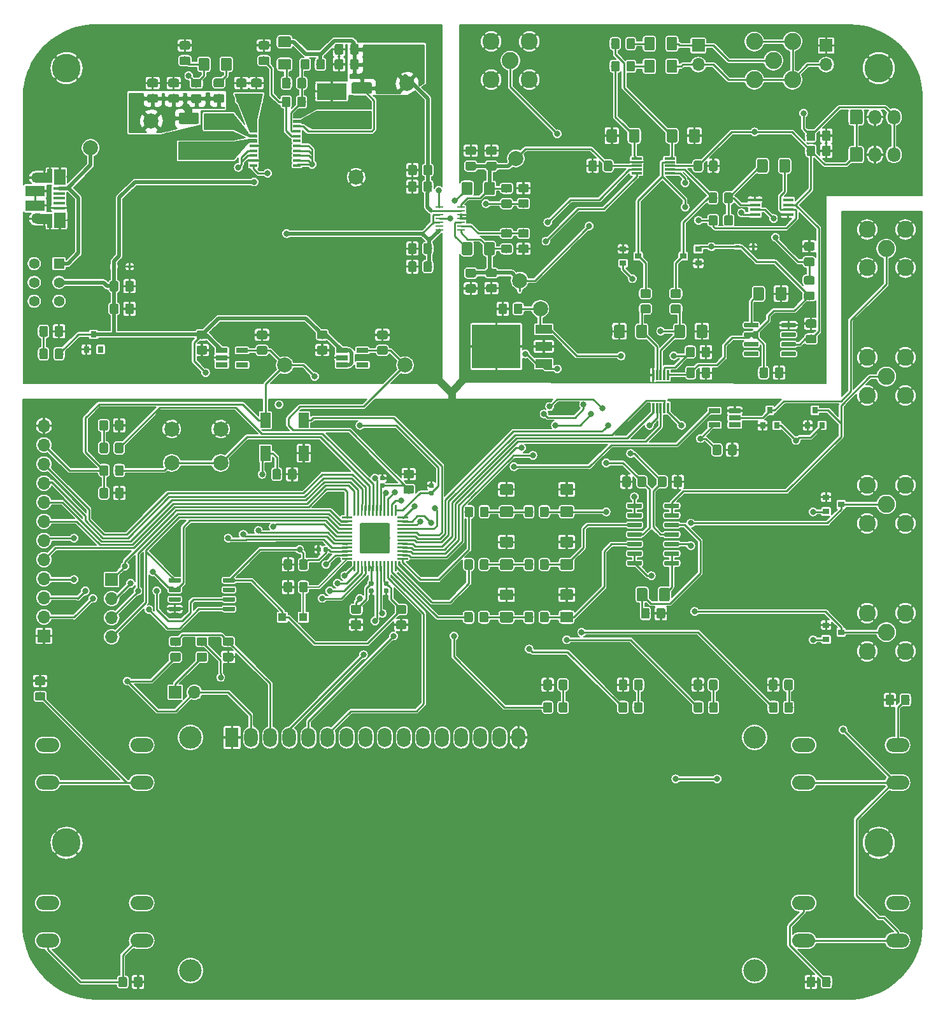
<source format=gbr>
G04 #@! TF.GenerationSoftware,KiCad,Pcbnew,5.1.4-e60b266~84~ubuntu18.04.1*
G04 #@! TF.CreationDate,2019-10-03T20:43:22+02:00*
G04 #@! TF.ProjectId,SingularitySurfer_V1,53696e67-756c-4617-9269-747953757266,rev?*
G04 #@! TF.SameCoordinates,Original*
G04 #@! TF.FileFunction,Copper,L1,Top*
G04 #@! TF.FilePolarity,Positive*
%FSLAX46Y46*%
G04 Gerber Fmt 4.6, Leading zero omitted, Abs format (unit mm)*
G04 Created by KiCad (PCBNEW 5.1.4-e60b266~84~ubuntu18.04.1) date 2019-10-03 20:43:22*
%MOMM*%
%LPD*%
G04 APERTURE LIST*
%ADD10C,2.000000*%
%ADD11C,3.800000*%
%ADD12C,0.100000*%
%ADD13C,1.150000*%
%ADD14C,0.590000*%
%ADD15O,1.700000X1.700000*%
%ADD16R,1.700000X1.700000*%
%ADD17C,0.250000*%
%ADD18C,4.000000*%
%ADD19C,2.500000*%
%ADD20R,1.000000X0.250000*%
%ADD21O,1.700000X1.950000*%
%ADD22C,1.700000*%
%ADD23R,3.900000X2.200000*%
%ADD24R,0.800000X0.900000*%
%ADD25R,0.600000X0.450000*%
%ADD26R,0.900000X0.800000*%
%ADD27R,1.100000X1.100000*%
%ADD28C,1.525000*%
%ADD29C,1.425000*%
%ADD30C,0.600000*%
%ADD31C,2.250000*%
%ADD32R,1.400000X2.000000*%
%ADD33R,6.400000X5.800000*%
%ADD34R,2.200000X1.200000*%
%ADD35R,1.400000X0.300000*%
%ADD36R,1.450000X0.450000*%
%ADD37R,0.300000X1.400000*%
%ADD38R,1.560000X0.650000*%
%ADD39O,3.048000X1.850000*%
%ADD40R,1.800000X2.600000*%
%ADD41O,1.800000X2.600000*%
%ADD42C,3.000000*%
%ADD43R,1.000000X0.400000*%
%ADD44C,1.400000*%
%ADD45R,1.400000X1.400000*%
%ADD46R,2.500000X1.430000*%
%ADD47O,1.700000X1.350000*%
%ADD48O,1.500000X1.100000*%
%ADD49R,1.650000X0.400000*%
%ADD50R,1.500000X2.000000*%
%ADD51R,0.700000X1.825000*%
%ADD52R,2.000000X1.350000*%
%ADD53C,0.800000*%
%ADD54C,1.000000*%
%ADD55C,0.250000*%
%ADD56C,0.500000*%
%ADD57C,0.200000*%
%ADD58C,0.127000*%
%ADD59C,0.254000*%
G04 APERTURE END LIST*
D10*
X64500000Y-65500000D03*
D11*
X134000000Y-154000000D03*
X26000000Y-154000000D03*
X26000000Y-51000000D03*
X134000000Y-51000000D03*
D12*
G36*
X114874505Y-101051204D02*
G01*
X114898773Y-101054804D01*
X114922572Y-101060765D01*
X114945671Y-101069030D01*
X114967850Y-101079520D01*
X114988893Y-101092132D01*
X115008599Y-101106747D01*
X115026777Y-101123223D01*
X115043253Y-101141401D01*
X115057868Y-101161107D01*
X115070480Y-101182150D01*
X115080970Y-101204329D01*
X115089235Y-101227428D01*
X115095196Y-101251227D01*
X115098796Y-101275495D01*
X115100000Y-101299999D01*
X115100000Y-102200001D01*
X115098796Y-102224505D01*
X115095196Y-102248773D01*
X115089235Y-102272572D01*
X115080970Y-102295671D01*
X115070480Y-102317850D01*
X115057868Y-102338893D01*
X115043253Y-102358599D01*
X115026777Y-102376777D01*
X115008599Y-102393253D01*
X114988893Y-102407868D01*
X114967850Y-102420480D01*
X114945671Y-102430970D01*
X114922572Y-102439235D01*
X114898773Y-102445196D01*
X114874505Y-102448796D01*
X114850001Y-102450000D01*
X114199999Y-102450000D01*
X114175495Y-102448796D01*
X114151227Y-102445196D01*
X114127428Y-102439235D01*
X114104329Y-102430970D01*
X114082150Y-102420480D01*
X114061107Y-102407868D01*
X114041401Y-102393253D01*
X114023223Y-102376777D01*
X114006747Y-102358599D01*
X113992132Y-102338893D01*
X113979520Y-102317850D01*
X113969030Y-102295671D01*
X113960765Y-102272572D01*
X113954804Y-102248773D01*
X113951204Y-102224505D01*
X113950000Y-102200001D01*
X113950000Y-101299999D01*
X113951204Y-101275495D01*
X113954804Y-101251227D01*
X113960765Y-101227428D01*
X113969030Y-101204329D01*
X113979520Y-101182150D01*
X113992132Y-101161107D01*
X114006747Y-101141401D01*
X114023223Y-101123223D01*
X114041401Y-101106747D01*
X114061107Y-101092132D01*
X114082150Y-101079520D01*
X114104329Y-101069030D01*
X114127428Y-101060765D01*
X114151227Y-101054804D01*
X114175495Y-101051204D01*
X114199999Y-101050000D01*
X114850001Y-101050000D01*
X114874505Y-101051204D01*
X114874505Y-101051204D01*
G37*
D13*
X114525000Y-101750000D03*
D12*
G36*
X112824505Y-101051204D02*
G01*
X112848773Y-101054804D01*
X112872572Y-101060765D01*
X112895671Y-101069030D01*
X112917850Y-101079520D01*
X112938893Y-101092132D01*
X112958599Y-101106747D01*
X112976777Y-101123223D01*
X112993253Y-101141401D01*
X113007868Y-101161107D01*
X113020480Y-101182150D01*
X113030970Y-101204329D01*
X113039235Y-101227428D01*
X113045196Y-101251227D01*
X113048796Y-101275495D01*
X113050000Y-101299999D01*
X113050000Y-102200001D01*
X113048796Y-102224505D01*
X113045196Y-102248773D01*
X113039235Y-102272572D01*
X113030970Y-102295671D01*
X113020480Y-102317850D01*
X113007868Y-102338893D01*
X112993253Y-102358599D01*
X112976777Y-102376777D01*
X112958599Y-102393253D01*
X112938893Y-102407868D01*
X112917850Y-102420480D01*
X112895671Y-102430970D01*
X112872572Y-102439235D01*
X112848773Y-102445196D01*
X112824505Y-102448796D01*
X112800001Y-102450000D01*
X112149999Y-102450000D01*
X112125495Y-102448796D01*
X112101227Y-102445196D01*
X112077428Y-102439235D01*
X112054329Y-102430970D01*
X112032150Y-102420480D01*
X112011107Y-102407868D01*
X111991401Y-102393253D01*
X111973223Y-102376777D01*
X111956747Y-102358599D01*
X111942132Y-102338893D01*
X111929520Y-102317850D01*
X111919030Y-102295671D01*
X111910765Y-102272572D01*
X111904804Y-102248773D01*
X111901204Y-102224505D01*
X111900000Y-102200001D01*
X111900000Y-101299999D01*
X111901204Y-101275495D01*
X111904804Y-101251227D01*
X111910765Y-101227428D01*
X111919030Y-101204329D01*
X111929520Y-101182150D01*
X111942132Y-101161107D01*
X111956747Y-101141401D01*
X111973223Y-101123223D01*
X111991401Y-101106747D01*
X112011107Y-101092132D01*
X112032150Y-101079520D01*
X112054329Y-101069030D01*
X112077428Y-101060765D01*
X112101227Y-101054804D01*
X112125495Y-101051204D01*
X112149999Y-101050000D01*
X112800001Y-101050000D01*
X112824505Y-101051204D01*
X112824505Y-101051204D01*
G37*
D13*
X112475000Y-101750000D03*
D12*
G36*
X74686958Y-106220710D02*
G01*
X74701276Y-106222834D01*
X74715317Y-106226351D01*
X74728946Y-106231228D01*
X74742031Y-106237417D01*
X74754447Y-106244858D01*
X74766073Y-106253481D01*
X74776798Y-106263202D01*
X74786519Y-106273927D01*
X74795142Y-106285553D01*
X74802583Y-106297969D01*
X74808772Y-106311054D01*
X74813649Y-106324683D01*
X74817166Y-106338724D01*
X74819290Y-106353042D01*
X74820000Y-106367500D01*
X74820000Y-106662500D01*
X74819290Y-106676958D01*
X74817166Y-106691276D01*
X74813649Y-106705317D01*
X74808772Y-106718946D01*
X74802583Y-106732031D01*
X74795142Y-106744447D01*
X74786519Y-106756073D01*
X74776798Y-106766798D01*
X74766073Y-106776519D01*
X74754447Y-106785142D01*
X74742031Y-106792583D01*
X74728946Y-106798772D01*
X74715317Y-106803649D01*
X74701276Y-106807166D01*
X74686958Y-106809290D01*
X74672500Y-106810000D01*
X74327500Y-106810000D01*
X74313042Y-106809290D01*
X74298724Y-106807166D01*
X74284683Y-106803649D01*
X74271054Y-106798772D01*
X74257969Y-106792583D01*
X74245553Y-106785142D01*
X74233927Y-106776519D01*
X74223202Y-106766798D01*
X74213481Y-106756073D01*
X74204858Y-106744447D01*
X74197417Y-106732031D01*
X74191228Y-106718946D01*
X74186351Y-106705317D01*
X74182834Y-106691276D01*
X74180710Y-106676958D01*
X74180000Y-106662500D01*
X74180000Y-106367500D01*
X74180710Y-106353042D01*
X74182834Y-106338724D01*
X74186351Y-106324683D01*
X74191228Y-106311054D01*
X74197417Y-106297969D01*
X74204858Y-106285553D01*
X74213481Y-106273927D01*
X74223202Y-106263202D01*
X74233927Y-106253481D01*
X74245553Y-106244858D01*
X74257969Y-106237417D01*
X74271054Y-106231228D01*
X74284683Y-106226351D01*
X74298724Y-106222834D01*
X74313042Y-106220710D01*
X74327500Y-106220000D01*
X74672500Y-106220000D01*
X74686958Y-106220710D01*
X74686958Y-106220710D01*
G37*
D14*
X74500000Y-106515000D03*
D12*
G36*
X74686958Y-107190710D02*
G01*
X74701276Y-107192834D01*
X74715317Y-107196351D01*
X74728946Y-107201228D01*
X74742031Y-107207417D01*
X74754447Y-107214858D01*
X74766073Y-107223481D01*
X74776798Y-107233202D01*
X74786519Y-107243927D01*
X74795142Y-107255553D01*
X74802583Y-107267969D01*
X74808772Y-107281054D01*
X74813649Y-107294683D01*
X74817166Y-107308724D01*
X74819290Y-107323042D01*
X74820000Y-107337500D01*
X74820000Y-107632500D01*
X74819290Y-107646958D01*
X74817166Y-107661276D01*
X74813649Y-107675317D01*
X74808772Y-107688946D01*
X74802583Y-107702031D01*
X74795142Y-107714447D01*
X74786519Y-107726073D01*
X74776798Y-107736798D01*
X74766073Y-107746519D01*
X74754447Y-107755142D01*
X74742031Y-107762583D01*
X74728946Y-107768772D01*
X74715317Y-107773649D01*
X74701276Y-107777166D01*
X74686958Y-107779290D01*
X74672500Y-107780000D01*
X74327500Y-107780000D01*
X74313042Y-107779290D01*
X74298724Y-107777166D01*
X74284683Y-107773649D01*
X74271054Y-107768772D01*
X74257969Y-107762583D01*
X74245553Y-107755142D01*
X74233927Y-107746519D01*
X74223202Y-107736798D01*
X74213481Y-107726073D01*
X74204858Y-107714447D01*
X74197417Y-107702031D01*
X74191228Y-107688946D01*
X74186351Y-107675317D01*
X74182834Y-107661276D01*
X74180710Y-107646958D01*
X74180000Y-107632500D01*
X74180000Y-107337500D01*
X74180710Y-107323042D01*
X74182834Y-107308724D01*
X74186351Y-107294683D01*
X74191228Y-107281054D01*
X74197417Y-107267969D01*
X74204858Y-107255553D01*
X74213481Y-107243927D01*
X74223202Y-107233202D01*
X74233927Y-107223481D01*
X74245553Y-107214858D01*
X74257969Y-107207417D01*
X74271054Y-107201228D01*
X74284683Y-107196351D01*
X74298724Y-107192834D01*
X74313042Y-107190710D01*
X74327500Y-107190000D01*
X74672500Y-107190000D01*
X74686958Y-107190710D01*
X74686958Y-107190710D01*
G37*
D14*
X74500000Y-107485000D03*
D12*
G36*
X68186958Y-105220710D02*
G01*
X68201276Y-105222834D01*
X68215317Y-105226351D01*
X68228946Y-105231228D01*
X68242031Y-105237417D01*
X68254447Y-105244858D01*
X68266073Y-105253481D01*
X68276798Y-105263202D01*
X68286519Y-105273927D01*
X68295142Y-105285553D01*
X68302583Y-105297969D01*
X68308772Y-105311054D01*
X68313649Y-105324683D01*
X68317166Y-105338724D01*
X68319290Y-105353042D01*
X68320000Y-105367500D01*
X68320000Y-105662500D01*
X68319290Y-105676958D01*
X68317166Y-105691276D01*
X68313649Y-105705317D01*
X68308772Y-105718946D01*
X68302583Y-105732031D01*
X68295142Y-105744447D01*
X68286519Y-105756073D01*
X68276798Y-105766798D01*
X68266073Y-105776519D01*
X68254447Y-105785142D01*
X68242031Y-105792583D01*
X68228946Y-105798772D01*
X68215317Y-105803649D01*
X68201276Y-105807166D01*
X68186958Y-105809290D01*
X68172500Y-105810000D01*
X67827500Y-105810000D01*
X67813042Y-105809290D01*
X67798724Y-105807166D01*
X67784683Y-105803649D01*
X67771054Y-105798772D01*
X67757969Y-105792583D01*
X67745553Y-105785142D01*
X67733927Y-105776519D01*
X67723202Y-105766798D01*
X67713481Y-105756073D01*
X67704858Y-105744447D01*
X67697417Y-105732031D01*
X67691228Y-105718946D01*
X67686351Y-105705317D01*
X67682834Y-105691276D01*
X67680710Y-105676958D01*
X67680000Y-105662500D01*
X67680000Y-105367500D01*
X67680710Y-105353042D01*
X67682834Y-105338724D01*
X67686351Y-105324683D01*
X67691228Y-105311054D01*
X67697417Y-105297969D01*
X67704858Y-105285553D01*
X67713481Y-105273927D01*
X67723202Y-105263202D01*
X67733927Y-105253481D01*
X67745553Y-105244858D01*
X67757969Y-105237417D01*
X67771054Y-105231228D01*
X67784683Y-105226351D01*
X67798724Y-105222834D01*
X67813042Y-105220710D01*
X67827500Y-105220000D01*
X68172500Y-105220000D01*
X68186958Y-105220710D01*
X68186958Y-105220710D01*
G37*
D14*
X68000000Y-105515000D03*
D12*
G36*
X68186958Y-106190710D02*
G01*
X68201276Y-106192834D01*
X68215317Y-106196351D01*
X68228946Y-106201228D01*
X68242031Y-106207417D01*
X68254447Y-106214858D01*
X68266073Y-106223481D01*
X68276798Y-106233202D01*
X68286519Y-106243927D01*
X68295142Y-106255553D01*
X68302583Y-106267969D01*
X68308772Y-106281054D01*
X68313649Y-106294683D01*
X68317166Y-106308724D01*
X68319290Y-106323042D01*
X68320000Y-106337500D01*
X68320000Y-106632500D01*
X68319290Y-106646958D01*
X68317166Y-106661276D01*
X68313649Y-106675317D01*
X68308772Y-106688946D01*
X68302583Y-106702031D01*
X68295142Y-106714447D01*
X68286519Y-106726073D01*
X68276798Y-106736798D01*
X68266073Y-106746519D01*
X68254447Y-106755142D01*
X68242031Y-106762583D01*
X68228946Y-106768772D01*
X68215317Y-106773649D01*
X68201276Y-106777166D01*
X68186958Y-106779290D01*
X68172500Y-106780000D01*
X67827500Y-106780000D01*
X67813042Y-106779290D01*
X67798724Y-106777166D01*
X67784683Y-106773649D01*
X67771054Y-106768772D01*
X67757969Y-106762583D01*
X67745553Y-106755142D01*
X67733927Y-106746519D01*
X67723202Y-106736798D01*
X67713481Y-106726073D01*
X67704858Y-106714447D01*
X67697417Y-106702031D01*
X67691228Y-106688946D01*
X67686351Y-106675317D01*
X67682834Y-106661276D01*
X67680710Y-106646958D01*
X67680000Y-106632500D01*
X67680000Y-106337500D01*
X67680710Y-106323042D01*
X67682834Y-106308724D01*
X67686351Y-106294683D01*
X67691228Y-106281054D01*
X67697417Y-106267969D01*
X67704858Y-106255553D01*
X67713481Y-106243927D01*
X67723202Y-106233202D01*
X67733927Y-106223481D01*
X67745553Y-106214858D01*
X67757969Y-106207417D01*
X67771054Y-106201228D01*
X67784683Y-106196351D01*
X67798724Y-106192834D01*
X67813042Y-106190710D01*
X67827500Y-106190000D01*
X68172500Y-106190000D01*
X68186958Y-106190710D01*
X68186958Y-106190710D01*
G37*
D14*
X68000000Y-106485000D03*
D12*
G36*
X59661958Y-114680710D02*
G01*
X59676276Y-114682834D01*
X59690317Y-114686351D01*
X59703946Y-114691228D01*
X59717031Y-114697417D01*
X59729447Y-114704858D01*
X59741073Y-114713481D01*
X59751798Y-114723202D01*
X59761519Y-114733927D01*
X59770142Y-114745553D01*
X59777583Y-114757969D01*
X59783772Y-114771054D01*
X59788649Y-114784683D01*
X59792166Y-114798724D01*
X59794290Y-114813042D01*
X59795000Y-114827500D01*
X59795000Y-115172500D01*
X59794290Y-115186958D01*
X59792166Y-115201276D01*
X59788649Y-115215317D01*
X59783772Y-115228946D01*
X59777583Y-115242031D01*
X59770142Y-115254447D01*
X59761519Y-115266073D01*
X59751798Y-115276798D01*
X59741073Y-115286519D01*
X59729447Y-115295142D01*
X59717031Y-115302583D01*
X59703946Y-115308772D01*
X59690317Y-115313649D01*
X59676276Y-115317166D01*
X59661958Y-115319290D01*
X59647500Y-115320000D01*
X59352500Y-115320000D01*
X59338042Y-115319290D01*
X59323724Y-115317166D01*
X59309683Y-115313649D01*
X59296054Y-115308772D01*
X59282969Y-115302583D01*
X59270553Y-115295142D01*
X59258927Y-115286519D01*
X59248202Y-115276798D01*
X59238481Y-115266073D01*
X59229858Y-115254447D01*
X59222417Y-115242031D01*
X59216228Y-115228946D01*
X59211351Y-115215317D01*
X59207834Y-115201276D01*
X59205710Y-115186958D01*
X59205000Y-115172500D01*
X59205000Y-114827500D01*
X59205710Y-114813042D01*
X59207834Y-114798724D01*
X59211351Y-114784683D01*
X59216228Y-114771054D01*
X59222417Y-114757969D01*
X59229858Y-114745553D01*
X59238481Y-114733927D01*
X59248202Y-114723202D01*
X59258927Y-114713481D01*
X59270553Y-114704858D01*
X59282969Y-114697417D01*
X59296054Y-114691228D01*
X59309683Y-114686351D01*
X59323724Y-114682834D01*
X59338042Y-114680710D01*
X59352500Y-114680000D01*
X59647500Y-114680000D01*
X59661958Y-114680710D01*
X59661958Y-114680710D01*
G37*
D14*
X59500000Y-115000000D03*
D12*
G36*
X60631958Y-114680710D02*
G01*
X60646276Y-114682834D01*
X60660317Y-114686351D01*
X60673946Y-114691228D01*
X60687031Y-114697417D01*
X60699447Y-114704858D01*
X60711073Y-114713481D01*
X60721798Y-114723202D01*
X60731519Y-114733927D01*
X60740142Y-114745553D01*
X60747583Y-114757969D01*
X60753772Y-114771054D01*
X60758649Y-114784683D01*
X60762166Y-114798724D01*
X60764290Y-114813042D01*
X60765000Y-114827500D01*
X60765000Y-115172500D01*
X60764290Y-115186958D01*
X60762166Y-115201276D01*
X60758649Y-115215317D01*
X60753772Y-115228946D01*
X60747583Y-115242031D01*
X60740142Y-115254447D01*
X60731519Y-115266073D01*
X60721798Y-115276798D01*
X60711073Y-115286519D01*
X60699447Y-115295142D01*
X60687031Y-115302583D01*
X60673946Y-115308772D01*
X60660317Y-115313649D01*
X60646276Y-115317166D01*
X60631958Y-115319290D01*
X60617500Y-115320000D01*
X60322500Y-115320000D01*
X60308042Y-115319290D01*
X60293724Y-115317166D01*
X60279683Y-115313649D01*
X60266054Y-115308772D01*
X60252969Y-115302583D01*
X60240553Y-115295142D01*
X60228927Y-115286519D01*
X60218202Y-115276798D01*
X60208481Y-115266073D01*
X60199858Y-115254447D01*
X60192417Y-115242031D01*
X60186228Y-115228946D01*
X60181351Y-115215317D01*
X60177834Y-115201276D01*
X60175710Y-115186958D01*
X60175000Y-115172500D01*
X60175000Y-114827500D01*
X60175710Y-114813042D01*
X60177834Y-114798724D01*
X60181351Y-114784683D01*
X60186228Y-114771054D01*
X60192417Y-114757969D01*
X60199858Y-114745553D01*
X60208481Y-114733927D01*
X60218202Y-114723202D01*
X60228927Y-114713481D01*
X60240553Y-114704858D01*
X60252969Y-114697417D01*
X60266054Y-114691228D01*
X60279683Y-114686351D01*
X60293724Y-114682834D01*
X60308042Y-114680710D01*
X60322500Y-114680000D01*
X60617500Y-114680000D01*
X60631958Y-114680710D01*
X60631958Y-114680710D01*
G37*
D14*
X60470000Y-115000000D03*
D12*
G36*
X66686958Y-120190710D02*
G01*
X66701276Y-120192834D01*
X66715317Y-120196351D01*
X66728946Y-120201228D01*
X66742031Y-120207417D01*
X66754447Y-120214858D01*
X66766073Y-120223481D01*
X66776798Y-120233202D01*
X66786519Y-120243927D01*
X66795142Y-120255553D01*
X66802583Y-120267969D01*
X66808772Y-120281054D01*
X66813649Y-120294683D01*
X66817166Y-120308724D01*
X66819290Y-120323042D01*
X66820000Y-120337500D01*
X66820000Y-120632500D01*
X66819290Y-120646958D01*
X66817166Y-120661276D01*
X66813649Y-120675317D01*
X66808772Y-120688946D01*
X66802583Y-120702031D01*
X66795142Y-120714447D01*
X66786519Y-120726073D01*
X66776798Y-120736798D01*
X66766073Y-120746519D01*
X66754447Y-120755142D01*
X66742031Y-120762583D01*
X66728946Y-120768772D01*
X66715317Y-120773649D01*
X66701276Y-120777166D01*
X66686958Y-120779290D01*
X66672500Y-120780000D01*
X66327500Y-120780000D01*
X66313042Y-120779290D01*
X66298724Y-120777166D01*
X66284683Y-120773649D01*
X66271054Y-120768772D01*
X66257969Y-120762583D01*
X66245553Y-120755142D01*
X66233927Y-120746519D01*
X66223202Y-120736798D01*
X66213481Y-120726073D01*
X66204858Y-120714447D01*
X66197417Y-120702031D01*
X66191228Y-120688946D01*
X66186351Y-120675317D01*
X66182834Y-120661276D01*
X66180710Y-120646958D01*
X66180000Y-120632500D01*
X66180000Y-120337500D01*
X66180710Y-120323042D01*
X66182834Y-120308724D01*
X66186351Y-120294683D01*
X66191228Y-120281054D01*
X66197417Y-120267969D01*
X66204858Y-120255553D01*
X66213481Y-120243927D01*
X66223202Y-120233202D01*
X66233927Y-120223481D01*
X66245553Y-120214858D01*
X66257969Y-120207417D01*
X66271054Y-120201228D01*
X66284683Y-120196351D01*
X66298724Y-120192834D01*
X66313042Y-120190710D01*
X66327500Y-120190000D01*
X66672500Y-120190000D01*
X66686958Y-120190710D01*
X66686958Y-120190710D01*
G37*
D14*
X66500000Y-120485000D03*
D12*
G36*
X66686958Y-119220710D02*
G01*
X66701276Y-119222834D01*
X66715317Y-119226351D01*
X66728946Y-119231228D01*
X66742031Y-119237417D01*
X66754447Y-119244858D01*
X66766073Y-119253481D01*
X66776798Y-119263202D01*
X66786519Y-119273927D01*
X66795142Y-119285553D01*
X66802583Y-119297969D01*
X66808772Y-119311054D01*
X66813649Y-119324683D01*
X66817166Y-119338724D01*
X66819290Y-119353042D01*
X66820000Y-119367500D01*
X66820000Y-119662500D01*
X66819290Y-119676958D01*
X66817166Y-119691276D01*
X66813649Y-119705317D01*
X66808772Y-119718946D01*
X66802583Y-119732031D01*
X66795142Y-119744447D01*
X66786519Y-119756073D01*
X66776798Y-119766798D01*
X66766073Y-119776519D01*
X66754447Y-119785142D01*
X66742031Y-119792583D01*
X66728946Y-119798772D01*
X66715317Y-119803649D01*
X66701276Y-119807166D01*
X66686958Y-119809290D01*
X66672500Y-119810000D01*
X66327500Y-119810000D01*
X66313042Y-119809290D01*
X66298724Y-119807166D01*
X66284683Y-119803649D01*
X66271054Y-119798772D01*
X66257969Y-119792583D01*
X66245553Y-119785142D01*
X66233927Y-119776519D01*
X66223202Y-119766798D01*
X66213481Y-119756073D01*
X66204858Y-119744447D01*
X66197417Y-119732031D01*
X66191228Y-119718946D01*
X66186351Y-119705317D01*
X66182834Y-119691276D01*
X66180710Y-119676958D01*
X66180000Y-119662500D01*
X66180000Y-119367500D01*
X66180710Y-119353042D01*
X66182834Y-119338724D01*
X66186351Y-119324683D01*
X66191228Y-119311054D01*
X66197417Y-119297969D01*
X66204858Y-119285553D01*
X66213481Y-119273927D01*
X66223202Y-119263202D01*
X66233927Y-119253481D01*
X66245553Y-119244858D01*
X66257969Y-119237417D01*
X66271054Y-119231228D01*
X66284683Y-119226351D01*
X66298724Y-119222834D01*
X66313042Y-119220710D01*
X66327500Y-119220000D01*
X66672500Y-119220000D01*
X66686958Y-119220710D01*
X66686958Y-119220710D01*
G37*
D14*
X66500000Y-119515000D03*
D12*
G36*
X127374505Y-61301204D02*
G01*
X127398773Y-61304804D01*
X127422572Y-61310765D01*
X127445671Y-61319030D01*
X127467850Y-61329520D01*
X127488893Y-61342132D01*
X127508599Y-61356747D01*
X127526777Y-61373223D01*
X127543253Y-61391401D01*
X127557868Y-61411107D01*
X127570480Y-61432150D01*
X127580970Y-61454329D01*
X127589235Y-61477428D01*
X127595196Y-61501227D01*
X127598796Y-61525495D01*
X127600000Y-61549999D01*
X127600000Y-62450001D01*
X127598796Y-62474505D01*
X127595196Y-62498773D01*
X127589235Y-62522572D01*
X127580970Y-62545671D01*
X127570480Y-62567850D01*
X127557868Y-62588893D01*
X127543253Y-62608599D01*
X127526777Y-62626777D01*
X127508599Y-62643253D01*
X127488893Y-62657868D01*
X127467850Y-62670480D01*
X127445671Y-62680970D01*
X127422572Y-62689235D01*
X127398773Y-62695196D01*
X127374505Y-62698796D01*
X127350001Y-62700000D01*
X126699999Y-62700000D01*
X126675495Y-62698796D01*
X126651227Y-62695196D01*
X126627428Y-62689235D01*
X126604329Y-62680970D01*
X126582150Y-62670480D01*
X126561107Y-62657868D01*
X126541401Y-62643253D01*
X126523223Y-62626777D01*
X126506747Y-62608599D01*
X126492132Y-62588893D01*
X126479520Y-62567850D01*
X126469030Y-62545671D01*
X126460765Y-62522572D01*
X126454804Y-62498773D01*
X126451204Y-62474505D01*
X126450000Y-62450001D01*
X126450000Y-61549999D01*
X126451204Y-61525495D01*
X126454804Y-61501227D01*
X126460765Y-61477428D01*
X126469030Y-61454329D01*
X126479520Y-61432150D01*
X126492132Y-61411107D01*
X126506747Y-61391401D01*
X126523223Y-61373223D01*
X126541401Y-61356747D01*
X126561107Y-61342132D01*
X126582150Y-61329520D01*
X126604329Y-61319030D01*
X126627428Y-61310765D01*
X126651227Y-61304804D01*
X126675495Y-61301204D01*
X126699999Y-61300000D01*
X127350001Y-61300000D01*
X127374505Y-61301204D01*
X127374505Y-61301204D01*
G37*
D13*
X127025000Y-62000000D03*
D12*
G36*
X125324505Y-61301204D02*
G01*
X125348773Y-61304804D01*
X125372572Y-61310765D01*
X125395671Y-61319030D01*
X125417850Y-61329520D01*
X125438893Y-61342132D01*
X125458599Y-61356747D01*
X125476777Y-61373223D01*
X125493253Y-61391401D01*
X125507868Y-61411107D01*
X125520480Y-61432150D01*
X125530970Y-61454329D01*
X125539235Y-61477428D01*
X125545196Y-61501227D01*
X125548796Y-61525495D01*
X125550000Y-61549999D01*
X125550000Y-62450001D01*
X125548796Y-62474505D01*
X125545196Y-62498773D01*
X125539235Y-62522572D01*
X125530970Y-62545671D01*
X125520480Y-62567850D01*
X125507868Y-62588893D01*
X125493253Y-62608599D01*
X125476777Y-62626777D01*
X125458599Y-62643253D01*
X125438893Y-62657868D01*
X125417850Y-62670480D01*
X125395671Y-62680970D01*
X125372572Y-62689235D01*
X125348773Y-62695196D01*
X125324505Y-62698796D01*
X125300001Y-62700000D01*
X124649999Y-62700000D01*
X124625495Y-62698796D01*
X124601227Y-62695196D01*
X124577428Y-62689235D01*
X124554329Y-62680970D01*
X124532150Y-62670480D01*
X124511107Y-62657868D01*
X124491401Y-62643253D01*
X124473223Y-62626777D01*
X124456747Y-62608599D01*
X124442132Y-62588893D01*
X124429520Y-62567850D01*
X124419030Y-62545671D01*
X124410765Y-62522572D01*
X124404804Y-62498773D01*
X124401204Y-62474505D01*
X124400000Y-62450001D01*
X124400000Y-61549999D01*
X124401204Y-61525495D01*
X124404804Y-61501227D01*
X124410765Y-61477428D01*
X124419030Y-61454329D01*
X124429520Y-61432150D01*
X124442132Y-61411107D01*
X124456747Y-61391401D01*
X124473223Y-61373223D01*
X124491401Y-61356747D01*
X124511107Y-61342132D01*
X124532150Y-61329520D01*
X124554329Y-61319030D01*
X124577428Y-61310765D01*
X124601227Y-61304804D01*
X124625495Y-61301204D01*
X124649999Y-61300000D01*
X125300001Y-61300000D01*
X125324505Y-61301204D01*
X125324505Y-61301204D01*
G37*
D13*
X124975000Y-62000000D03*
D12*
G36*
X68686958Y-120190710D02*
G01*
X68701276Y-120192834D01*
X68715317Y-120196351D01*
X68728946Y-120201228D01*
X68742031Y-120207417D01*
X68754447Y-120214858D01*
X68766073Y-120223481D01*
X68776798Y-120233202D01*
X68786519Y-120243927D01*
X68795142Y-120255553D01*
X68802583Y-120267969D01*
X68808772Y-120281054D01*
X68813649Y-120294683D01*
X68817166Y-120308724D01*
X68819290Y-120323042D01*
X68820000Y-120337500D01*
X68820000Y-120632500D01*
X68819290Y-120646958D01*
X68817166Y-120661276D01*
X68813649Y-120675317D01*
X68808772Y-120688946D01*
X68802583Y-120702031D01*
X68795142Y-120714447D01*
X68786519Y-120726073D01*
X68776798Y-120736798D01*
X68766073Y-120746519D01*
X68754447Y-120755142D01*
X68742031Y-120762583D01*
X68728946Y-120768772D01*
X68715317Y-120773649D01*
X68701276Y-120777166D01*
X68686958Y-120779290D01*
X68672500Y-120780000D01*
X68327500Y-120780000D01*
X68313042Y-120779290D01*
X68298724Y-120777166D01*
X68284683Y-120773649D01*
X68271054Y-120768772D01*
X68257969Y-120762583D01*
X68245553Y-120755142D01*
X68233927Y-120746519D01*
X68223202Y-120736798D01*
X68213481Y-120726073D01*
X68204858Y-120714447D01*
X68197417Y-120702031D01*
X68191228Y-120688946D01*
X68186351Y-120675317D01*
X68182834Y-120661276D01*
X68180710Y-120646958D01*
X68180000Y-120632500D01*
X68180000Y-120337500D01*
X68180710Y-120323042D01*
X68182834Y-120308724D01*
X68186351Y-120294683D01*
X68191228Y-120281054D01*
X68197417Y-120267969D01*
X68204858Y-120255553D01*
X68213481Y-120243927D01*
X68223202Y-120233202D01*
X68233927Y-120223481D01*
X68245553Y-120214858D01*
X68257969Y-120207417D01*
X68271054Y-120201228D01*
X68284683Y-120196351D01*
X68298724Y-120192834D01*
X68313042Y-120190710D01*
X68327500Y-120190000D01*
X68672500Y-120190000D01*
X68686958Y-120190710D01*
X68686958Y-120190710D01*
G37*
D14*
X68500000Y-120485000D03*
D12*
G36*
X68686958Y-119220710D02*
G01*
X68701276Y-119222834D01*
X68715317Y-119226351D01*
X68728946Y-119231228D01*
X68742031Y-119237417D01*
X68754447Y-119244858D01*
X68766073Y-119253481D01*
X68776798Y-119263202D01*
X68786519Y-119273927D01*
X68795142Y-119285553D01*
X68802583Y-119297969D01*
X68808772Y-119311054D01*
X68813649Y-119324683D01*
X68817166Y-119338724D01*
X68819290Y-119353042D01*
X68820000Y-119367500D01*
X68820000Y-119662500D01*
X68819290Y-119676958D01*
X68817166Y-119691276D01*
X68813649Y-119705317D01*
X68808772Y-119718946D01*
X68802583Y-119732031D01*
X68795142Y-119744447D01*
X68786519Y-119756073D01*
X68776798Y-119766798D01*
X68766073Y-119776519D01*
X68754447Y-119785142D01*
X68742031Y-119792583D01*
X68728946Y-119798772D01*
X68715317Y-119803649D01*
X68701276Y-119807166D01*
X68686958Y-119809290D01*
X68672500Y-119810000D01*
X68327500Y-119810000D01*
X68313042Y-119809290D01*
X68298724Y-119807166D01*
X68284683Y-119803649D01*
X68271054Y-119798772D01*
X68257969Y-119792583D01*
X68245553Y-119785142D01*
X68233927Y-119776519D01*
X68223202Y-119766798D01*
X68213481Y-119756073D01*
X68204858Y-119744447D01*
X68197417Y-119732031D01*
X68191228Y-119718946D01*
X68186351Y-119705317D01*
X68182834Y-119691276D01*
X68180710Y-119676958D01*
X68180000Y-119662500D01*
X68180000Y-119367500D01*
X68180710Y-119353042D01*
X68182834Y-119338724D01*
X68186351Y-119324683D01*
X68191228Y-119311054D01*
X68197417Y-119297969D01*
X68204858Y-119285553D01*
X68213481Y-119273927D01*
X68223202Y-119263202D01*
X68233927Y-119253481D01*
X68245553Y-119244858D01*
X68257969Y-119237417D01*
X68271054Y-119231228D01*
X68284683Y-119226351D01*
X68298724Y-119222834D01*
X68313042Y-119220710D01*
X68327500Y-119220000D01*
X68672500Y-119220000D01*
X68686958Y-119220710D01*
X68686958Y-119220710D01*
G37*
D14*
X68500000Y-119515000D03*
D12*
G36*
X107624505Y-105301204D02*
G01*
X107648773Y-105304804D01*
X107672572Y-105310765D01*
X107695671Y-105319030D01*
X107717850Y-105329520D01*
X107738893Y-105342132D01*
X107758599Y-105356747D01*
X107776777Y-105373223D01*
X107793253Y-105391401D01*
X107807868Y-105411107D01*
X107820480Y-105432150D01*
X107830970Y-105454329D01*
X107839235Y-105477428D01*
X107845196Y-105501227D01*
X107848796Y-105525495D01*
X107850000Y-105549999D01*
X107850000Y-106450001D01*
X107848796Y-106474505D01*
X107845196Y-106498773D01*
X107839235Y-106522572D01*
X107830970Y-106545671D01*
X107820480Y-106567850D01*
X107807868Y-106588893D01*
X107793253Y-106608599D01*
X107776777Y-106626777D01*
X107758599Y-106643253D01*
X107738893Y-106657868D01*
X107717850Y-106670480D01*
X107695671Y-106680970D01*
X107672572Y-106689235D01*
X107648773Y-106695196D01*
X107624505Y-106698796D01*
X107600001Y-106700000D01*
X106949999Y-106700000D01*
X106925495Y-106698796D01*
X106901227Y-106695196D01*
X106877428Y-106689235D01*
X106854329Y-106680970D01*
X106832150Y-106670480D01*
X106811107Y-106657868D01*
X106791401Y-106643253D01*
X106773223Y-106626777D01*
X106756747Y-106608599D01*
X106742132Y-106588893D01*
X106729520Y-106567850D01*
X106719030Y-106545671D01*
X106710765Y-106522572D01*
X106704804Y-106498773D01*
X106701204Y-106474505D01*
X106700000Y-106450001D01*
X106700000Y-105549999D01*
X106701204Y-105525495D01*
X106704804Y-105501227D01*
X106710765Y-105477428D01*
X106719030Y-105454329D01*
X106729520Y-105432150D01*
X106742132Y-105411107D01*
X106756747Y-105391401D01*
X106773223Y-105373223D01*
X106791401Y-105356747D01*
X106811107Y-105342132D01*
X106832150Y-105329520D01*
X106854329Y-105319030D01*
X106877428Y-105310765D01*
X106901227Y-105304804D01*
X106925495Y-105301204D01*
X106949999Y-105300000D01*
X107600001Y-105300000D01*
X107624505Y-105301204D01*
X107624505Y-105301204D01*
G37*
D13*
X107275000Y-106000000D03*
D12*
G36*
X105574505Y-105301204D02*
G01*
X105598773Y-105304804D01*
X105622572Y-105310765D01*
X105645671Y-105319030D01*
X105667850Y-105329520D01*
X105688893Y-105342132D01*
X105708599Y-105356747D01*
X105726777Y-105373223D01*
X105743253Y-105391401D01*
X105757868Y-105411107D01*
X105770480Y-105432150D01*
X105780970Y-105454329D01*
X105789235Y-105477428D01*
X105795196Y-105501227D01*
X105798796Y-105525495D01*
X105800000Y-105549999D01*
X105800000Y-106450001D01*
X105798796Y-106474505D01*
X105795196Y-106498773D01*
X105789235Y-106522572D01*
X105780970Y-106545671D01*
X105770480Y-106567850D01*
X105757868Y-106588893D01*
X105743253Y-106608599D01*
X105726777Y-106626777D01*
X105708599Y-106643253D01*
X105688893Y-106657868D01*
X105667850Y-106670480D01*
X105645671Y-106680970D01*
X105622572Y-106689235D01*
X105598773Y-106695196D01*
X105574505Y-106698796D01*
X105550001Y-106700000D01*
X104899999Y-106700000D01*
X104875495Y-106698796D01*
X104851227Y-106695196D01*
X104827428Y-106689235D01*
X104804329Y-106680970D01*
X104782150Y-106670480D01*
X104761107Y-106657868D01*
X104741401Y-106643253D01*
X104723223Y-106626777D01*
X104706747Y-106608599D01*
X104692132Y-106588893D01*
X104679520Y-106567850D01*
X104669030Y-106545671D01*
X104660765Y-106522572D01*
X104654804Y-106498773D01*
X104651204Y-106474505D01*
X104650000Y-106450001D01*
X104650000Y-105549999D01*
X104651204Y-105525495D01*
X104654804Y-105501227D01*
X104660765Y-105477428D01*
X104669030Y-105454329D01*
X104679520Y-105432150D01*
X104692132Y-105411107D01*
X104706747Y-105391401D01*
X104723223Y-105373223D01*
X104741401Y-105356747D01*
X104761107Y-105342132D01*
X104782150Y-105329520D01*
X104804329Y-105319030D01*
X104827428Y-105310765D01*
X104851227Y-105304804D01*
X104875495Y-105301204D01*
X104899999Y-105300000D01*
X105550001Y-105300000D01*
X105574505Y-105301204D01*
X105574505Y-105301204D01*
G37*
D13*
X105225000Y-106000000D03*
D12*
G36*
X100799505Y-105301204D02*
G01*
X100823773Y-105304804D01*
X100847572Y-105310765D01*
X100870671Y-105319030D01*
X100892850Y-105329520D01*
X100913893Y-105342132D01*
X100933599Y-105356747D01*
X100951777Y-105373223D01*
X100968253Y-105391401D01*
X100982868Y-105411107D01*
X100995480Y-105432150D01*
X101005970Y-105454329D01*
X101014235Y-105477428D01*
X101020196Y-105501227D01*
X101023796Y-105525495D01*
X101025000Y-105549999D01*
X101025000Y-106450001D01*
X101023796Y-106474505D01*
X101020196Y-106498773D01*
X101014235Y-106522572D01*
X101005970Y-106545671D01*
X100995480Y-106567850D01*
X100982868Y-106588893D01*
X100968253Y-106608599D01*
X100951777Y-106626777D01*
X100933599Y-106643253D01*
X100913893Y-106657868D01*
X100892850Y-106670480D01*
X100870671Y-106680970D01*
X100847572Y-106689235D01*
X100823773Y-106695196D01*
X100799505Y-106698796D01*
X100775001Y-106700000D01*
X100124999Y-106700000D01*
X100100495Y-106698796D01*
X100076227Y-106695196D01*
X100052428Y-106689235D01*
X100029329Y-106680970D01*
X100007150Y-106670480D01*
X99986107Y-106657868D01*
X99966401Y-106643253D01*
X99948223Y-106626777D01*
X99931747Y-106608599D01*
X99917132Y-106588893D01*
X99904520Y-106567850D01*
X99894030Y-106545671D01*
X99885765Y-106522572D01*
X99879804Y-106498773D01*
X99876204Y-106474505D01*
X99875000Y-106450001D01*
X99875000Y-105549999D01*
X99876204Y-105525495D01*
X99879804Y-105501227D01*
X99885765Y-105477428D01*
X99894030Y-105454329D01*
X99904520Y-105432150D01*
X99917132Y-105411107D01*
X99931747Y-105391401D01*
X99948223Y-105373223D01*
X99966401Y-105356747D01*
X99986107Y-105342132D01*
X100007150Y-105329520D01*
X100029329Y-105319030D01*
X100052428Y-105310765D01*
X100076227Y-105304804D01*
X100100495Y-105301204D01*
X100124999Y-105300000D01*
X100775001Y-105300000D01*
X100799505Y-105301204D01*
X100799505Y-105301204D01*
G37*
D13*
X100450000Y-106000000D03*
D12*
G36*
X102849505Y-105301204D02*
G01*
X102873773Y-105304804D01*
X102897572Y-105310765D01*
X102920671Y-105319030D01*
X102942850Y-105329520D01*
X102963893Y-105342132D01*
X102983599Y-105356747D01*
X103001777Y-105373223D01*
X103018253Y-105391401D01*
X103032868Y-105411107D01*
X103045480Y-105432150D01*
X103055970Y-105454329D01*
X103064235Y-105477428D01*
X103070196Y-105501227D01*
X103073796Y-105525495D01*
X103075000Y-105549999D01*
X103075000Y-106450001D01*
X103073796Y-106474505D01*
X103070196Y-106498773D01*
X103064235Y-106522572D01*
X103055970Y-106545671D01*
X103045480Y-106567850D01*
X103032868Y-106588893D01*
X103018253Y-106608599D01*
X103001777Y-106626777D01*
X102983599Y-106643253D01*
X102963893Y-106657868D01*
X102942850Y-106670480D01*
X102920671Y-106680970D01*
X102897572Y-106689235D01*
X102873773Y-106695196D01*
X102849505Y-106698796D01*
X102825001Y-106700000D01*
X102174999Y-106700000D01*
X102150495Y-106698796D01*
X102126227Y-106695196D01*
X102102428Y-106689235D01*
X102079329Y-106680970D01*
X102057150Y-106670480D01*
X102036107Y-106657868D01*
X102016401Y-106643253D01*
X101998223Y-106626777D01*
X101981747Y-106608599D01*
X101967132Y-106588893D01*
X101954520Y-106567850D01*
X101944030Y-106545671D01*
X101935765Y-106522572D01*
X101929804Y-106498773D01*
X101926204Y-106474505D01*
X101925000Y-106450001D01*
X101925000Y-105549999D01*
X101926204Y-105525495D01*
X101929804Y-105501227D01*
X101935765Y-105477428D01*
X101944030Y-105454329D01*
X101954520Y-105432150D01*
X101967132Y-105411107D01*
X101981747Y-105391401D01*
X101998223Y-105373223D01*
X102016401Y-105356747D01*
X102036107Y-105342132D01*
X102057150Y-105329520D01*
X102079329Y-105319030D01*
X102102428Y-105310765D01*
X102126227Y-105304804D01*
X102150495Y-105301204D01*
X102174999Y-105300000D01*
X102825001Y-105300000D01*
X102849505Y-105301204D01*
X102849505Y-105301204D01*
G37*
D13*
X102500000Y-106000000D03*
D15*
X43000000Y-134000000D03*
D16*
X40460000Y-134000000D03*
D15*
X23000000Y-98560000D03*
X23000000Y-101100000D03*
X23000000Y-103640000D03*
X23000000Y-106180000D03*
X23000000Y-108720000D03*
X23000000Y-111260000D03*
X23000000Y-113800000D03*
X23000000Y-116340000D03*
X23000000Y-118880000D03*
X23000000Y-121420000D03*
X23000000Y-123960000D03*
D16*
X23000000Y-126500000D03*
D15*
X32000000Y-126620000D03*
X32000000Y-124080000D03*
X32000000Y-121540000D03*
D16*
X32000000Y-119000000D03*
D12*
G36*
X71343626Y-110625301D02*
G01*
X71349693Y-110626201D01*
X71355643Y-110627691D01*
X71361418Y-110629758D01*
X71366962Y-110632380D01*
X71372223Y-110635533D01*
X71377150Y-110639187D01*
X71381694Y-110643306D01*
X71385813Y-110647850D01*
X71389467Y-110652777D01*
X71392620Y-110658038D01*
X71395242Y-110663582D01*
X71397309Y-110669357D01*
X71398799Y-110675307D01*
X71399699Y-110681374D01*
X71400000Y-110687500D01*
X71400000Y-110812500D01*
X71399699Y-110818626D01*
X71398799Y-110824693D01*
X71397309Y-110830643D01*
X71395242Y-110836418D01*
X71392620Y-110841962D01*
X71389467Y-110847223D01*
X71385813Y-110852150D01*
X71381694Y-110856694D01*
X71377150Y-110860813D01*
X71372223Y-110864467D01*
X71366962Y-110867620D01*
X71361418Y-110870242D01*
X71355643Y-110872309D01*
X71349693Y-110873799D01*
X71343626Y-110874699D01*
X71337500Y-110875000D01*
X70062500Y-110875000D01*
X70056374Y-110874699D01*
X70050307Y-110873799D01*
X70044357Y-110872309D01*
X70038582Y-110870242D01*
X70033038Y-110867620D01*
X70027777Y-110864467D01*
X70022850Y-110860813D01*
X70018306Y-110856694D01*
X70014187Y-110852150D01*
X70010533Y-110847223D01*
X70007380Y-110841962D01*
X70004758Y-110836418D01*
X70002691Y-110830643D01*
X70001201Y-110824693D01*
X70000301Y-110818626D01*
X70000000Y-110812500D01*
X70000000Y-110687500D01*
X70000301Y-110681374D01*
X70001201Y-110675307D01*
X70002691Y-110669357D01*
X70004758Y-110663582D01*
X70007380Y-110658038D01*
X70010533Y-110652777D01*
X70014187Y-110647850D01*
X70018306Y-110643306D01*
X70022850Y-110639187D01*
X70027777Y-110635533D01*
X70033038Y-110632380D01*
X70038582Y-110629758D01*
X70044357Y-110627691D01*
X70050307Y-110626201D01*
X70056374Y-110625301D01*
X70062500Y-110625000D01*
X71337500Y-110625000D01*
X71343626Y-110625301D01*
X71343626Y-110625301D01*
G37*
D17*
X70700000Y-110750000D03*
D12*
G36*
X71343626Y-111125301D02*
G01*
X71349693Y-111126201D01*
X71355643Y-111127691D01*
X71361418Y-111129758D01*
X71366962Y-111132380D01*
X71372223Y-111135533D01*
X71377150Y-111139187D01*
X71381694Y-111143306D01*
X71385813Y-111147850D01*
X71389467Y-111152777D01*
X71392620Y-111158038D01*
X71395242Y-111163582D01*
X71397309Y-111169357D01*
X71398799Y-111175307D01*
X71399699Y-111181374D01*
X71400000Y-111187500D01*
X71400000Y-111312500D01*
X71399699Y-111318626D01*
X71398799Y-111324693D01*
X71397309Y-111330643D01*
X71395242Y-111336418D01*
X71392620Y-111341962D01*
X71389467Y-111347223D01*
X71385813Y-111352150D01*
X71381694Y-111356694D01*
X71377150Y-111360813D01*
X71372223Y-111364467D01*
X71366962Y-111367620D01*
X71361418Y-111370242D01*
X71355643Y-111372309D01*
X71349693Y-111373799D01*
X71343626Y-111374699D01*
X71337500Y-111375000D01*
X70062500Y-111375000D01*
X70056374Y-111374699D01*
X70050307Y-111373799D01*
X70044357Y-111372309D01*
X70038582Y-111370242D01*
X70033038Y-111367620D01*
X70027777Y-111364467D01*
X70022850Y-111360813D01*
X70018306Y-111356694D01*
X70014187Y-111352150D01*
X70010533Y-111347223D01*
X70007380Y-111341962D01*
X70004758Y-111336418D01*
X70002691Y-111330643D01*
X70001201Y-111324693D01*
X70000301Y-111318626D01*
X70000000Y-111312500D01*
X70000000Y-111187500D01*
X70000301Y-111181374D01*
X70001201Y-111175307D01*
X70002691Y-111169357D01*
X70004758Y-111163582D01*
X70007380Y-111158038D01*
X70010533Y-111152777D01*
X70014187Y-111147850D01*
X70018306Y-111143306D01*
X70022850Y-111139187D01*
X70027777Y-111135533D01*
X70033038Y-111132380D01*
X70038582Y-111129758D01*
X70044357Y-111127691D01*
X70050307Y-111126201D01*
X70056374Y-111125301D01*
X70062500Y-111125000D01*
X71337500Y-111125000D01*
X71343626Y-111125301D01*
X71343626Y-111125301D01*
G37*
D17*
X70700000Y-111250000D03*
D12*
G36*
X71343626Y-111625301D02*
G01*
X71349693Y-111626201D01*
X71355643Y-111627691D01*
X71361418Y-111629758D01*
X71366962Y-111632380D01*
X71372223Y-111635533D01*
X71377150Y-111639187D01*
X71381694Y-111643306D01*
X71385813Y-111647850D01*
X71389467Y-111652777D01*
X71392620Y-111658038D01*
X71395242Y-111663582D01*
X71397309Y-111669357D01*
X71398799Y-111675307D01*
X71399699Y-111681374D01*
X71400000Y-111687500D01*
X71400000Y-111812500D01*
X71399699Y-111818626D01*
X71398799Y-111824693D01*
X71397309Y-111830643D01*
X71395242Y-111836418D01*
X71392620Y-111841962D01*
X71389467Y-111847223D01*
X71385813Y-111852150D01*
X71381694Y-111856694D01*
X71377150Y-111860813D01*
X71372223Y-111864467D01*
X71366962Y-111867620D01*
X71361418Y-111870242D01*
X71355643Y-111872309D01*
X71349693Y-111873799D01*
X71343626Y-111874699D01*
X71337500Y-111875000D01*
X70062500Y-111875000D01*
X70056374Y-111874699D01*
X70050307Y-111873799D01*
X70044357Y-111872309D01*
X70038582Y-111870242D01*
X70033038Y-111867620D01*
X70027777Y-111864467D01*
X70022850Y-111860813D01*
X70018306Y-111856694D01*
X70014187Y-111852150D01*
X70010533Y-111847223D01*
X70007380Y-111841962D01*
X70004758Y-111836418D01*
X70002691Y-111830643D01*
X70001201Y-111824693D01*
X70000301Y-111818626D01*
X70000000Y-111812500D01*
X70000000Y-111687500D01*
X70000301Y-111681374D01*
X70001201Y-111675307D01*
X70002691Y-111669357D01*
X70004758Y-111663582D01*
X70007380Y-111658038D01*
X70010533Y-111652777D01*
X70014187Y-111647850D01*
X70018306Y-111643306D01*
X70022850Y-111639187D01*
X70027777Y-111635533D01*
X70033038Y-111632380D01*
X70038582Y-111629758D01*
X70044357Y-111627691D01*
X70050307Y-111626201D01*
X70056374Y-111625301D01*
X70062500Y-111625000D01*
X71337500Y-111625000D01*
X71343626Y-111625301D01*
X71343626Y-111625301D01*
G37*
D17*
X70700000Y-111750000D03*
D12*
G36*
X71343626Y-112125301D02*
G01*
X71349693Y-112126201D01*
X71355643Y-112127691D01*
X71361418Y-112129758D01*
X71366962Y-112132380D01*
X71372223Y-112135533D01*
X71377150Y-112139187D01*
X71381694Y-112143306D01*
X71385813Y-112147850D01*
X71389467Y-112152777D01*
X71392620Y-112158038D01*
X71395242Y-112163582D01*
X71397309Y-112169357D01*
X71398799Y-112175307D01*
X71399699Y-112181374D01*
X71400000Y-112187500D01*
X71400000Y-112312500D01*
X71399699Y-112318626D01*
X71398799Y-112324693D01*
X71397309Y-112330643D01*
X71395242Y-112336418D01*
X71392620Y-112341962D01*
X71389467Y-112347223D01*
X71385813Y-112352150D01*
X71381694Y-112356694D01*
X71377150Y-112360813D01*
X71372223Y-112364467D01*
X71366962Y-112367620D01*
X71361418Y-112370242D01*
X71355643Y-112372309D01*
X71349693Y-112373799D01*
X71343626Y-112374699D01*
X71337500Y-112375000D01*
X70062500Y-112375000D01*
X70056374Y-112374699D01*
X70050307Y-112373799D01*
X70044357Y-112372309D01*
X70038582Y-112370242D01*
X70033038Y-112367620D01*
X70027777Y-112364467D01*
X70022850Y-112360813D01*
X70018306Y-112356694D01*
X70014187Y-112352150D01*
X70010533Y-112347223D01*
X70007380Y-112341962D01*
X70004758Y-112336418D01*
X70002691Y-112330643D01*
X70001201Y-112324693D01*
X70000301Y-112318626D01*
X70000000Y-112312500D01*
X70000000Y-112187500D01*
X70000301Y-112181374D01*
X70001201Y-112175307D01*
X70002691Y-112169357D01*
X70004758Y-112163582D01*
X70007380Y-112158038D01*
X70010533Y-112152777D01*
X70014187Y-112147850D01*
X70018306Y-112143306D01*
X70022850Y-112139187D01*
X70027777Y-112135533D01*
X70033038Y-112132380D01*
X70038582Y-112129758D01*
X70044357Y-112127691D01*
X70050307Y-112126201D01*
X70056374Y-112125301D01*
X70062500Y-112125000D01*
X71337500Y-112125000D01*
X71343626Y-112125301D01*
X71343626Y-112125301D01*
G37*
D17*
X70700000Y-112250000D03*
D12*
G36*
X71343626Y-112625301D02*
G01*
X71349693Y-112626201D01*
X71355643Y-112627691D01*
X71361418Y-112629758D01*
X71366962Y-112632380D01*
X71372223Y-112635533D01*
X71377150Y-112639187D01*
X71381694Y-112643306D01*
X71385813Y-112647850D01*
X71389467Y-112652777D01*
X71392620Y-112658038D01*
X71395242Y-112663582D01*
X71397309Y-112669357D01*
X71398799Y-112675307D01*
X71399699Y-112681374D01*
X71400000Y-112687500D01*
X71400000Y-112812500D01*
X71399699Y-112818626D01*
X71398799Y-112824693D01*
X71397309Y-112830643D01*
X71395242Y-112836418D01*
X71392620Y-112841962D01*
X71389467Y-112847223D01*
X71385813Y-112852150D01*
X71381694Y-112856694D01*
X71377150Y-112860813D01*
X71372223Y-112864467D01*
X71366962Y-112867620D01*
X71361418Y-112870242D01*
X71355643Y-112872309D01*
X71349693Y-112873799D01*
X71343626Y-112874699D01*
X71337500Y-112875000D01*
X70062500Y-112875000D01*
X70056374Y-112874699D01*
X70050307Y-112873799D01*
X70044357Y-112872309D01*
X70038582Y-112870242D01*
X70033038Y-112867620D01*
X70027777Y-112864467D01*
X70022850Y-112860813D01*
X70018306Y-112856694D01*
X70014187Y-112852150D01*
X70010533Y-112847223D01*
X70007380Y-112841962D01*
X70004758Y-112836418D01*
X70002691Y-112830643D01*
X70001201Y-112824693D01*
X70000301Y-112818626D01*
X70000000Y-112812500D01*
X70000000Y-112687500D01*
X70000301Y-112681374D01*
X70001201Y-112675307D01*
X70002691Y-112669357D01*
X70004758Y-112663582D01*
X70007380Y-112658038D01*
X70010533Y-112652777D01*
X70014187Y-112647850D01*
X70018306Y-112643306D01*
X70022850Y-112639187D01*
X70027777Y-112635533D01*
X70033038Y-112632380D01*
X70038582Y-112629758D01*
X70044357Y-112627691D01*
X70050307Y-112626201D01*
X70056374Y-112625301D01*
X70062500Y-112625000D01*
X71337500Y-112625000D01*
X71343626Y-112625301D01*
X71343626Y-112625301D01*
G37*
D17*
X70700000Y-112750000D03*
D12*
G36*
X71343626Y-113125301D02*
G01*
X71349693Y-113126201D01*
X71355643Y-113127691D01*
X71361418Y-113129758D01*
X71366962Y-113132380D01*
X71372223Y-113135533D01*
X71377150Y-113139187D01*
X71381694Y-113143306D01*
X71385813Y-113147850D01*
X71389467Y-113152777D01*
X71392620Y-113158038D01*
X71395242Y-113163582D01*
X71397309Y-113169357D01*
X71398799Y-113175307D01*
X71399699Y-113181374D01*
X71400000Y-113187500D01*
X71400000Y-113312500D01*
X71399699Y-113318626D01*
X71398799Y-113324693D01*
X71397309Y-113330643D01*
X71395242Y-113336418D01*
X71392620Y-113341962D01*
X71389467Y-113347223D01*
X71385813Y-113352150D01*
X71381694Y-113356694D01*
X71377150Y-113360813D01*
X71372223Y-113364467D01*
X71366962Y-113367620D01*
X71361418Y-113370242D01*
X71355643Y-113372309D01*
X71349693Y-113373799D01*
X71343626Y-113374699D01*
X71337500Y-113375000D01*
X70062500Y-113375000D01*
X70056374Y-113374699D01*
X70050307Y-113373799D01*
X70044357Y-113372309D01*
X70038582Y-113370242D01*
X70033038Y-113367620D01*
X70027777Y-113364467D01*
X70022850Y-113360813D01*
X70018306Y-113356694D01*
X70014187Y-113352150D01*
X70010533Y-113347223D01*
X70007380Y-113341962D01*
X70004758Y-113336418D01*
X70002691Y-113330643D01*
X70001201Y-113324693D01*
X70000301Y-113318626D01*
X70000000Y-113312500D01*
X70000000Y-113187500D01*
X70000301Y-113181374D01*
X70001201Y-113175307D01*
X70002691Y-113169357D01*
X70004758Y-113163582D01*
X70007380Y-113158038D01*
X70010533Y-113152777D01*
X70014187Y-113147850D01*
X70018306Y-113143306D01*
X70022850Y-113139187D01*
X70027777Y-113135533D01*
X70033038Y-113132380D01*
X70038582Y-113129758D01*
X70044357Y-113127691D01*
X70050307Y-113126201D01*
X70056374Y-113125301D01*
X70062500Y-113125000D01*
X71337500Y-113125000D01*
X71343626Y-113125301D01*
X71343626Y-113125301D01*
G37*
D17*
X70700000Y-113250000D03*
D12*
G36*
X71343626Y-113625301D02*
G01*
X71349693Y-113626201D01*
X71355643Y-113627691D01*
X71361418Y-113629758D01*
X71366962Y-113632380D01*
X71372223Y-113635533D01*
X71377150Y-113639187D01*
X71381694Y-113643306D01*
X71385813Y-113647850D01*
X71389467Y-113652777D01*
X71392620Y-113658038D01*
X71395242Y-113663582D01*
X71397309Y-113669357D01*
X71398799Y-113675307D01*
X71399699Y-113681374D01*
X71400000Y-113687500D01*
X71400000Y-113812500D01*
X71399699Y-113818626D01*
X71398799Y-113824693D01*
X71397309Y-113830643D01*
X71395242Y-113836418D01*
X71392620Y-113841962D01*
X71389467Y-113847223D01*
X71385813Y-113852150D01*
X71381694Y-113856694D01*
X71377150Y-113860813D01*
X71372223Y-113864467D01*
X71366962Y-113867620D01*
X71361418Y-113870242D01*
X71355643Y-113872309D01*
X71349693Y-113873799D01*
X71343626Y-113874699D01*
X71337500Y-113875000D01*
X70062500Y-113875000D01*
X70056374Y-113874699D01*
X70050307Y-113873799D01*
X70044357Y-113872309D01*
X70038582Y-113870242D01*
X70033038Y-113867620D01*
X70027777Y-113864467D01*
X70022850Y-113860813D01*
X70018306Y-113856694D01*
X70014187Y-113852150D01*
X70010533Y-113847223D01*
X70007380Y-113841962D01*
X70004758Y-113836418D01*
X70002691Y-113830643D01*
X70001201Y-113824693D01*
X70000301Y-113818626D01*
X70000000Y-113812500D01*
X70000000Y-113687500D01*
X70000301Y-113681374D01*
X70001201Y-113675307D01*
X70002691Y-113669357D01*
X70004758Y-113663582D01*
X70007380Y-113658038D01*
X70010533Y-113652777D01*
X70014187Y-113647850D01*
X70018306Y-113643306D01*
X70022850Y-113639187D01*
X70027777Y-113635533D01*
X70033038Y-113632380D01*
X70038582Y-113629758D01*
X70044357Y-113627691D01*
X70050307Y-113626201D01*
X70056374Y-113625301D01*
X70062500Y-113625000D01*
X71337500Y-113625000D01*
X71343626Y-113625301D01*
X71343626Y-113625301D01*
G37*
D17*
X70700000Y-113750000D03*
D12*
G36*
X71343626Y-114125301D02*
G01*
X71349693Y-114126201D01*
X71355643Y-114127691D01*
X71361418Y-114129758D01*
X71366962Y-114132380D01*
X71372223Y-114135533D01*
X71377150Y-114139187D01*
X71381694Y-114143306D01*
X71385813Y-114147850D01*
X71389467Y-114152777D01*
X71392620Y-114158038D01*
X71395242Y-114163582D01*
X71397309Y-114169357D01*
X71398799Y-114175307D01*
X71399699Y-114181374D01*
X71400000Y-114187500D01*
X71400000Y-114312500D01*
X71399699Y-114318626D01*
X71398799Y-114324693D01*
X71397309Y-114330643D01*
X71395242Y-114336418D01*
X71392620Y-114341962D01*
X71389467Y-114347223D01*
X71385813Y-114352150D01*
X71381694Y-114356694D01*
X71377150Y-114360813D01*
X71372223Y-114364467D01*
X71366962Y-114367620D01*
X71361418Y-114370242D01*
X71355643Y-114372309D01*
X71349693Y-114373799D01*
X71343626Y-114374699D01*
X71337500Y-114375000D01*
X70062500Y-114375000D01*
X70056374Y-114374699D01*
X70050307Y-114373799D01*
X70044357Y-114372309D01*
X70038582Y-114370242D01*
X70033038Y-114367620D01*
X70027777Y-114364467D01*
X70022850Y-114360813D01*
X70018306Y-114356694D01*
X70014187Y-114352150D01*
X70010533Y-114347223D01*
X70007380Y-114341962D01*
X70004758Y-114336418D01*
X70002691Y-114330643D01*
X70001201Y-114324693D01*
X70000301Y-114318626D01*
X70000000Y-114312500D01*
X70000000Y-114187500D01*
X70000301Y-114181374D01*
X70001201Y-114175307D01*
X70002691Y-114169357D01*
X70004758Y-114163582D01*
X70007380Y-114158038D01*
X70010533Y-114152777D01*
X70014187Y-114147850D01*
X70018306Y-114143306D01*
X70022850Y-114139187D01*
X70027777Y-114135533D01*
X70033038Y-114132380D01*
X70038582Y-114129758D01*
X70044357Y-114127691D01*
X70050307Y-114126201D01*
X70056374Y-114125301D01*
X70062500Y-114125000D01*
X71337500Y-114125000D01*
X71343626Y-114125301D01*
X71343626Y-114125301D01*
G37*
D17*
X70700000Y-114250000D03*
D12*
G36*
X71343626Y-114625301D02*
G01*
X71349693Y-114626201D01*
X71355643Y-114627691D01*
X71361418Y-114629758D01*
X71366962Y-114632380D01*
X71372223Y-114635533D01*
X71377150Y-114639187D01*
X71381694Y-114643306D01*
X71385813Y-114647850D01*
X71389467Y-114652777D01*
X71392620Y-114658038D01*
X71395242Y-114663582D01*
X71397309Y-114669357D01*
X71398799Y-114675307D01*
X71399699Y-114681374D01*
X71400000Y-114687500D01*
X71400000Y-114812500D01*
X71399699Y-114818626D01*
X71398799Y-114824693D01*
X71397309Y-114830643D01*
X71395242Y-114836418D01*
X71392620Y-114841962D01*
X71389467Y-114847223D01*
X71385813Y-114852150D01*
X71381694Y-114856694D01*
X71377150Y-114860813D01*
X71372223Y-114864467D01*
X71366962Y-114867620D01*
X71361418Y-114870242D01*
X71355643Y-114872309D01*
X71349693Y-114873799D01*
X71343626Y-114874699D01*
X71337500Y-114875000D01*
X70062500Y-114875000D01*
X70056374Y-114874699D01*
X70050307Y-114873799D01*
X70044357Y-114872309D01*
X70038582Y-114870242D01*
X70033038Y-114867620D01*
X70027777Y-114864467D01*
X70022850Y-114860813D01*
X70018306Y-114856694D01*
X70014187Y-114852150D01*
X70010533Y-114847223D01*
X70007380Y-114841962D01*
X70004758Y-114836418D01*
X70002691Y-114830643D01*
X70001201Y-114824693D01*
X70000301Y-114818626D01*
X70000000Y-114812500D01*
X70000000Y-114687500D01*
X70000301Y-114681374D01*
X70001201Y-114675307D01*
X70002691Y-114669357D01*
X70004758Y-114663582D01*
X70007380Y-114658038D01*
X70010533Y-114652777D01*
X70014187Y-114647850D01*
X70018306Y-114643306D01*
X70022850Y-114639187D01*
X70027777Y-114635533D01*
X70033038Y-114632380D01*
X70038582Y-114629758D01*
X70044357Y-114627691D01*
X70050307Y-114626201D01*
X70056374Y-114625301D01*
X70062500Y-114625000D01*
X71337500Y-114625000D01*
X71343626Y-114625301D01*
X71343626Y-114625301D01*
G37*
D17*
X70700000Y-114750000D03*
D12*
G36*
X71343626Y-115125301D02*
G01*
X71349693Y-115126201D01*
X71355643Y-115127691D01*
X71361418Y-115129758D01*
X71366962Y-115132380D01*
X71372223Y-115135533D01*
X71377150Y-115139187D01*
X71381694Y-115143306D01*
X71385813Y-115147850D01*
X71389467Y-115152777D01*
X71392620Y-115158038D01*
X71395242Y-115163582D01*
X71397309Y-115169357D01*
X71398799Y-115175307D01*
X71399699Y-115181374D01*
X71400000Y-115187500D01*
X71400000Y-115312500D01*
X71399699Y-115318626D01*
X71398799Y-115324693D01*
X71397309Y-115330643D01*
X71395242Y-115336418D01*
X71392620Y-115341962D01*
X71389467Y-115347223D01*
X71385813Y-115352150D01*
X71381694Y-115356694D01*
X71377150Y-115360813D01*
X71372223Y-115364467D01*
X71366962Y-115367620D01*
X71361418Y-115370242D01*
X71355643Y-115372309D01*
X71349693Y-115373799D01*
X71343626Y-115374699D01*
X71337500Y-115375000D01*
X70062500Y-115375000D01*
X70056374Y-115374699D01*
X70050307Y-115373799D01*
X70044357Y-115372309D01*
X70038582Y-115370242D01*
X70033038Y-115367620D01*
X70027777Y-115364467D01*
X70022850Y-115360813D01*
X70018306Y-115356694D01*
X70014187Y-115352150D01*
X70010533Y-115347223D01*
X70007380Y-115341962D01*
X70004758Y-115336418D01*
X70002691Y-115330643D01*
X70001201Y-115324693D01*
X70000301Y-115318626D01*
X70000000Y-115312500D01*
X70000000Y-115187500D01*
X70000301Y-115181374D01*
X70001201Y-115175307D01*
X70002691Y-115169357D01*
X70004758Y-115163582D01*
X70007380Y-115158038D01*
X70010533Y-115152777D01*
X70014187Y-115147850D01*
X70018306Y-115143306D01*
X70022850Y-115139187D01*
X70027777Y-115135533D01*
X70033038Y-115132380D01*
X70038582Y-115129758D01*
X70044357Y-115127691D01*
X70050307Y-115126201D01*
X70056374Y-115125301D01*
X70062500Y-115125000D01*
X71337500Y-115125000D01*
X71343626Y-115125301D01*
X71343626Y-115125301D01*
G37*
D17*
X70700000Y-115250000D03*
D12*
G36*
X71343626Y-115625301D02*
G01*
X71349693Y-115626201D01*
X71355643Y-115627691D01*
X71361418Y-115629758D01*
X71366962Y-115632380D01*
X71372223Y-115635533D01*
X71377150Y-115639187D01*
X71381694Y-115643306D01*
X71385813Y-115647850D01*
X71389467Y-115652777D01*
X71392620Y-115658038D01*
X71395242Y-115663582D01*
X71397309Y-115669357D01*
X71398799Y-115675307D01*
X71399699Y-115681374D01*
X71400000Y-115687500D01*
X71400000Y-115812500D01*
X71399699Y-115818626D01*
X71398799Y-115824693D01*
X71397309Y-115830643D01*
X71395242Y-115836418D01*
X71392620Y-115841962D01*
X71389467Y-115847223D01*
X71385813Y-115852150D01*
X71381694Y-115856694D01*
X71377150Y-115860813D01*
X71372223Y-115864467D01*
X71366962Y-115867620D01*
X71361418Y-115870242D01*
X71355643Y-115872309D01*
X71349693Y-115873799D01*
X71343626Y-115874699D01*
X71337500Y-115875000D01*
X70062500Y-115875000D01*
X70056374Y-115874699D01*
X70050307Y-115873799D01*
X70044357Y-115872309D01*
X70038582Y-115870242D01*
X70033038Y-115867620D01*
X70027777Y-115864467D01*
X70022850Y-115860813D01*
X70018306Y-115856694D01*
X70014187Y-115852150D01*
X70010533Y-115847223D01*
X70007380Y-115841962D01*
X70004758Y-115836418D01*
X70002691Y-115830643D01*
X70001201Y-115824693D01*
X70000301Y-115818626D01*
X70000000Y-115812500D01*
X70000000Y-115687500D01*
X70000301Y-115681374D01*
X70001201Y-115675307D01*
X70002691Y-115669357D01*
X70004758Y-115663582D01*
X70007380Y-115658038D01*
X70010533Y-115652777D01*
X70014187Y-115647850D01*
X70018306Y-115643306D01*
X70022850Y-115639187D01*
X70027777Y-115635533D01*
X70033038Y-115632380D01*
X70038582Y-115629758D01*
X70044357Y-115627691D01*
X70050307Y-115626201D01*
X70056374Y-115625301D01*
X70062500Y-115625000D01*
X71337500Y-115625000D01*
X71343626Y-115625301D01*
X71343626Y-115625301D01*
G37*
D17*
X70700000Y-115750000D03*
D12*
G36*
X71343626Y-116125301D02*
G01*
X71349693Y-116126201D01*
X71355643Y-116127691D01*
X71361418Y-116129758D01*
X71366962Y-116132380D01*
X71372223Y-116135533D01*
X71377150Y-116139187D01*
X71381694Y-116143306D01*
X71385813Y-116147850D01*
X71389467Y-116152777D01*
X71392620Y-116158038D01*
X71395242Y-116163582D01*
X71397309Y-116169357D01*
X71398799Y-116175307D01*
X71399699Y-116181374D01*
X71400000Y-116187500D01*
X71400000Y-116312500D01*
X71399699Y-116318626D01*
X71398799Y-116324693D01*
X71397309Y-116330643D01*
X71395242Y-116336418D01*
X71392620Y-116341962D01*
X71389467Y-116347223D01*
X71385813Y-116352150D01*
X71381694Y-116356694D01*
X71377150Y-116360813D01*
X71372223Y-116364467D01*
X71366962Y-116367620D01*
X71361418Y-116370242D01*
X71355643Y-116372309D01*
X71349693Y-116373799D01*
X71343626Y-116374699D01*
X71337500Y-116375000D01*
X70062500Y-116375000D01*
X70056374Y-116374699D01*
X70050307Y-116373799D01*
X70044357Y-116372309D01*
X70038582Y-116370242D01*
X70033038Y-116367620D01*
X70027777Y-116364467D01*
X70022850Y-116360813D01*
X70018306Y-116356694D01*
X70014187Y-116352150D01*
X70010533Y-116347223D01*
X70007380Y-116341962D01*
X70004758Y-116336418D01*
X70002691Y-116330643D01*
X70001201Y-116324693D01*
X70000301Y-116318626D01*
X70000000Y-116312500D01*
X70000000Y-116187500D01*
X70000301Y-116181374D01*
X70001201Y-116175307D01*
X70002691Y-116169357D01*
X70004758Y-116163582D01*
X70007380Y-116158038D01*
X70010533Y-116152777D01*
X70014187Y-116147850D01*
X70018306Y-116143306D01*
X70022850Y-116139187D01*
X70027777Y-116135533D01*
X70033038Y-116132380D01*
X70038582Y-116129758D01*
X70044357Y-116127691D01*
X70050307Y-116126201D01*
X70056374Y-116125301D01*
X70062500Y-116125000D01*
X71337500Y-116125000D01*
X71343626Y-116125301D01*
X71343626Y-116125301D01*
G37*
D17*
X70700000Y-116250000D03*
D12*
G36*
X69818626Y-116500301D02*
G01*
X69824693Y-116501201D01*
X69830643Y-116502691D01*
X69836418Y-116504758D01*
X69841962Y-116507380D01*
X69847223Y-116510533D01*
X69852150Y-116514187D01*
X69856694Y-116518306D01*
X69860813Y-116522850D01*
X69864467Y-116527777D01*
X69867620Y-116533038D01*
X69870242Y-116538582D01*
X69872309Y-116544357D01*
X69873799Y-116550307D01*
X69874699Y-116556374D01*
X69875000Y-116562500D01*
X69875000Y-117837500D01*
X69874699Y-117843626D01*
X69873799Y-117849693D01*
X69872309Y-117855643D01*
X69870242Y-117861418D01*
X69867620Y-117866962D01*
X69864467Y-117872223D01*
X69860813Y-117877150D01*
X69856694Y-117881694D01*
X69852150Y-117885813D01*
X69847223Y-117889467D01*
X69841962Y-117892620D01*
X69836418Y-117895242D01*
X69830643Y-117897309D01*
X69824693Y-117898799D01*
X69818626Y-117899699D01*
X69812500Y-117900000D01*
X69687500Y-117900000D01*
X69681374Y-117899699D01*
X69675307Y-117898799D01*
X69669357Y-117897309D01*
X69663582Y-117895242D01*
X69658038Y-117892620D01*
X69652777Y-117889467D01*
X69647850Y-117885813D01*
X69643306Y-117881694D01*
X69639187Y-117877150D01*
X69635533Y-117872223D01*
X69632380Y-117866962D01*
X69629758Y-117861418D01*
X69627691Y-117855643D01*
X69626201Y-117849693D01*
X69625301Y-117843626D01*
X69625000Y-117837500D01*
X69625000Y-116562500D01*
X69625301Y-116556374D01*
X69626201Y-116550307D01*
X69627691Y-116544357D01*
X69629758Y-116538582D01*
X69632380Y-116533038D01*
X69635533Y-116527777D01*
X69639187Y-116522850D01*
X69643306Y-116518306D01*
X69647850Y-116514187D01*
X69652777Y-116510533D01*
X69658038Y-116507380D01*
X69663582Y-116504758D01*
X69669357Y-116502691D01*
X69675307Y-116501201D01*
X69681374Y-116500301D01*
X69687500Y-116500000D01*
X69812500Y-116500000D01*
X69818626Y-116500301D01*
X69818626Y-116500301D01*
G37*
D17*
X69750000Y-117200000D03*
D12*
G36*
X69318626Y-116500301D02*
G01*
X69324693Y-116501201D01*
X69330643Y-116502691D01*
X69336418Y-116504758D01*
X69341962Y-116507380D01*
X69347223Y-116510533D01*
X69352150Y-116514187D01*
X69356694Y-116518306D01*
X69360813Y-116522850D01*
X69364467Y-116527777D01*
X69367620Y-116533038D01*
X69370242Y-116538582D01*
X69372309Y-116544357D01*
X69373799Y-116550307D01*
X69374699Y-116556374D01*
X69375000Y-116562500D01*
X69375000Y-117837500D01*
X69374699Y-117843626D01*
X69373799Y-117849693D01*
X69372309Y-117855643D01*
X69370242Y-117861418D01*
X69367620Y-117866962D01*
X69364467Y-117872223D01*
X69360813Y-117877150D01*
X69356694Y-117881694D01*
X69352150Y-117885813D01*
X69347223Y-117889467D01*
X69341962Y-117892620D01*
X69336418Y-117895242D01*
X69330643Y-117897309D01*
X69324693Y-117898799D01*
X69318626Y-117899699D01*
X69312500Y-117900000D01*
X69187500Y-117900000D01*
X69181374Y-117899699D01*
X69175307Y-117898799D01*
X69169357Y-117897309D01*
X69163582Y-117895242D01*
X69158038Y-117892620D01*
X69152777Y-117889467D01*
X69147850Y-117885813D01*
X69143306Y-117881694D01*
X69139187Y-117877150D01*
X69135533Y-117872223D01*
X69132380Y-117866962D01*
X69129758Y-117861418D01*
X69127691Y-117855643D01*
X69126201Y-117849693D01*
X69125301Y-117843626D01*
X69125000Y-117837500D01*
X69125000Y-116562500D01*
X69125301Y-116556374D01*
X69126201Y-116550307D01*
X69127691Y-116544357D01*
X69129758Y-116538582D01*
X69132380Y-116533038D01*
X69135533Y-116527777D01*
X69139187Y-116522850D01*
X69143306Y-116518306D01*
X69147850Y-116514187D01*
X69152777Y-116510533D01*
X69158038Y-116507380D01*
X69163582Y-116504758D01*
X69169357Y-116502691D01*
X69175307Y-116501201D01*
X69181374Y-116500301D01*
X69187500Y-116500000D01*
X69312500Y-116500000D01*
X69318626Y-116500301D01*
X69318626Y-116500301D01*
G37*
D17*
X69250000Y-117200000D03*
D12*
G36*
X68818626Y-116500301D02*
G01*
X68824693Y-116501201D01*
X68830643Y-116502691D01*
X68836418Y-116504758D01*
X68841962Y-116507380D01*
X68847223Y-116510533D01*
X68852150Y-116514187D01*
X68856694Y-116518306D01*
X68860813Y-116522850D01*
X68864467Y-116527777D01*
X68867620Y-116533038D01*
X68870242Y-116538582D01*
X68872309Y-116544357D01*
X68873799Y-116550307D01*
X68874699Y-116556374D01*
X68875000Y-116562500D01*
X68875000Y-117837500D01*
X68874699Y-117843626D01*
X68873799Y-117849693D01*
X68872309Y-117855643D01*
X68870242Y-117861418D01*
X68867620Y-117866962D01*
X68864467Y-117872223D01*
X68860813Y-117877150D01*
X68856694Y-117881694D01*
X68852150Y-117885813D01*
X68847223Y-117889467D01*
X68841962Y-117892620D01*
X68836418Y-117895242D01*
X68830643Y-117897309D01*
X68824693Y-117898799D01*
X68818626Y-117899699D01*
X68812500Y-117900000D01*
X68687500Y-117900000D01*
X68681374Y-117899699D01*
X68675307Y-117898799D01*
X68669357Y-117897309D01*
X68663582Y-117895242D01*
X68658038Y-117892620D01*
X68652777Y-117889467D01*
X68647850Y-117885813D01*
X68643306Y-117881694D01*
X68639187Y-117877150D01*
X68635533Y-117872223D01*
X68632380Y-117866962D01*
X68629758Y-117861418D01*
X68627691Y-117855643D01*
X68626201Y-117849693D01*
X68625301Y-117843626D01*
X68625000Y-117837500D01*
X68625000Y-116562500D01*
X68625301Y-116556374D01*
X68626201Y-116550307D01*
X68627691Y-116544357D01*
X68629758Y-116538582D01*
X68632380Y-116533038D01*
X68635533Y-116527777D01*
X68639187Y-116522850D01*
X68643306Y-116518306D01*
X68647850Y-116514187D01*
X68652777Y-116510533D01*
X68658038Y-116507380D01*
X68663582Y-116504758D01*
X68669357Y-116502691D01*
X68675307Y-116501201D01*
X68681374Y-116500301D01*
X68687500Y-116500000D01*
X68812500Y-116500000D01*
X68818626Y-116500301D01*
X68818626Y-116500301D01*
G37*
D17*
X68750000Y-117200000D03*
D12*
G36*
X68318626Y-116500301D02*
G01*
X68324693Y-116501201D01*
X68330643Y-116502691D01*
X68336418Y-116504758D01*
X68341962Y-116507380D01*
X68347223Y-116510533D01*
X68352150Y-116514187D01*
X68356694Y-116518306D01*
X68360813Y-116522850D01*
X68364467Y-116527777D01*
X68367620Y-116533038D01*
X68370242Y-116538582D01*
X68372309Y-116544357D01*
X68373799Y-116550307D01*
X68374699Y-116556374D01*
X68375000Y-116562500D01*
X68375000Y-117837500D01*
X68374699Y-117843626D01*
X68373799Y-117849693D01*
X68372309Y-117855643D01*
X68370242Y-117861418D01*
X68367620Y-117866962D01*
X68364467Y-117872223D01*
X68360813Y-117877150D01*
X68356694Y-117881694D01*
X68352150Y-117885813D01*
X68347223Y-117889467D01*
X68341962Y-117892620D01*
X68336418Y-117895242D01*
X68330643Y-117897309D01*
X68324693Y-117898799D01*
X68318626Y-117899699D01*
X68312500Y-117900000D01*
X68187500Y-117900000D01*
X68181374Y-117899699D01*
X68175307Y-117898799D01*
X68169357Y-117897309D01*
X68163582Y-117895242D01*
X68158038Y-117892620D01*
X68152777Y-117889467D01*
X68147850Y-117885813D01*
X68143306Y-117881694D01*
X68139187Y-117877150D01*
X68135533Y-117872223D01*
X68132380Y-117866962D01*
X68129758Y-117861418D01*
X68127691Y-117855643D01*
X68126201Y-117849693D01*
X68125301Y-117843626D01*
X68125000Y-117837500D01*
X68125000Y-116562500D01*
X68125301Y-116556374D01*
X68126201Y-116550307D01*
X68127691Y-116544357D01*
X68129758Y-116538582D01*
X68132380Y-116533038D01*
X68135533Y-116527777D01*
X68139187Y-116522850D01*
X68143306Y-116518306D01*
X68147850Y-116514187D01*
X68152777Y-116510533D01*
X68158038Y-116507380D01*
X68163582Y-116504758D01*
X68169357Y-116502691D01*
X68175307Y-116501201D01*
X68181374Y-116500301D01*
X68187500Y-116500000D01*
X68312500Y-116500000D01*
X68318626Y-116500301D01*
X68318626Y-116500301D01*
G37*
D17*
X68250000Y-117200000D03*
D12*
G36*
X67818626Y-116500301D02*
G01*
X67824693Y-116501201D01*
X67830643Y-116502691D01*
X67836418Y-116504758D01*
X67841962Y-116507380D01*
X67847223Y-116510533D01*
X67852150Y-116514187D01*
X67856694Y-116518306D01*
X67860813Y-116522850D01*
X67864467Y-116527777D01*
X67867620Y-116533038D01*
X67870242Y-116538582D01*
X67872309Y-116544357D01*
X67873799Y-116550307D01*
X67874699Y-116556374D01*
X67875000Y-116562500D01*
X67875000Y-117837500D01*
X67874699Y-117843626D01*
X67873799Y-117849693D01*
X67872309Y-117855643D01*
X67870242Y-117861418D01*
X67867620Y-117866962D01*
X67864467Y-117872223D01*
X67860813Y-117877150D01*
X67856694Y-117881694D01*
X67852150Y-117885813D01*
X67847223Y-117889467D01*
X67841962Y-117892620D01*
X67836418Y-117895242D01*
X67830643Y-117897309D01*
X67824693Y-117898799D01*
X67818626Y-117899699D01*
X67812500Y-117900000D01*
X67687500Y-117900000D01*
X67681374Y-117899699D01*
X67675307Y-117898799D01*
X67669357Y-117897309D01*
X67663582Y-117895242D01*
X67658038Y-117892620D01*
X67652777Y-117889467D01*
X67647850Y-117885813D01*
X67643306Y-117881694D01*
X67639187Y-117877150D01*
X67635533Y-117872223D01*
X67632380Y-117866962D01*
X67629758Y-117861418D01*
X67627691Y-117855643D01*
X67626201Y-117849693D01*
X67625301Y-117843626D01*
X67625000Y-117837500D01*
X67625000Y-116562500D01*
X67625301Y-116556374D01*
X67626201Y-116550307D01*
X67627691Y-116544357D01*
X67629758Y-116538582D01*
X67632380Y-116533038D01*
X67635533Y-116527777D01*
X67639187Y-116522850D01*
X67643306Y-116518306D01*
X67647850Y-116514187D01*
X67652777Y-116510533D01*
X67658038Y-116507380D01*
X67663582Y-116504758D01*
X67669357Y-116502691D01*
X67675307Y-116501201D01*
X67681374Y-116500301D01*
X67687500Y-116500000D01*
X67812500Y-116500000D01*
X67818626Y-116500301D01*
X67818626Y-116500301D01*
G37*
D17*
X67750000Y-117200000D03*
D12*
G36*
X67318626Y-116500301D02*
G01*
X67324693Y-116501201D01*
X67330643Y-116502691D01*
X67336418Y-116504758D01*
X67341962Y-116507380D01*
X67347223Y-116510533D01*
X67352150Y-116514187D01*
X67356694Y-116518306D01*
X67360813Y-116522850D01*
X67364467Y-116527777D01*
X67367620Y-116533038D01*
X67370242Y-116538582D01*
X67372309Y-116544357D01*
X67373799Y-116550307D01*
X67374699Y-116556374D01*
X67375000Y-116562500D01*
X67375000Y-117837500D01*
X67374699Y-117843626D01*
X67373799Y-117849693D01*
X67372309Y-117855643D01*
X67370242Y-117861418D01*
X67367620Y-117866962D01*
X67364467Y-117872223D01*
X67360813Y-117877150D01*
X67356694Y-117881694D01*
X67352150Y-117885813D01*
X67347223Y-117889467D01*
X67341962Y-117892620D01*
X67336418Y-117895242D01*
X67330643Y-117897309D01*
X67324693Y-117898799D01*
X67318626Y-117899699D01*
X67312500Y-117900000D01*
X67187500Y-117900000D01*
X67181374Y-117899699D01*
X67175307Y-117898799D01*
X67169357Y-117897309D01*
X67163582Y-117895242D01*
X67158038Y-117892620D01*
X67152777Y-117889467D01*
X67147850Y-117885813D01*
X67143306Y-117881694D01*
X67139187Y-117877150D01*
X67135533Y-117872223D01*
X67132380Y-117866962D01*
X67129758Y-117861418D01*
X67127691Y-117855643D01*
X67126201Y-117849693D01*
X67125301Y-117843626D01*
X67125000Y-117837500D01*
X67125000Y-116562500D01*
X67125301Y-116556374D01*
X67126201Y-116550307D01*
X67127691Y-116544357D01*
X67129758Y-116538582D01*
X67132380Y-116533038D01*
X67135533Y-116527777D01*
X67139187Y-116522850D01*
X67143306Y-116518306D01*
X67147850Y-116514187D01*
X67152777Y-116510533D01*
X67158038Y-116507380D01*
X67163582Y-116504758D01*
X67169357Y-116502691D01*
X67175307Y-116501201D01*
X67181374Y-116500301D01*
X67187500Y-116500000D01*
X67312500Y-116500000D01*
X67318626Y-116500301D01*
X67318626Y-116500301D01*
G37*
D17*
X67250000Y-117200000D03*
D12*
G36*
X66818626Y-116500301D02*
G01*
X66824693Y-116501201D01*
X66830643Y-116502691D01*
X66836418Y-116504758D01*
X66841962Y-116507380D01*
X66847223Y-116510533D01*
X66852150Y-116514187D01*
X66856694Y-116518306D01*
X66860813Y-116522850D01*
X66864467Y-116527777D01*
X66867620Y-116533038D01*
X66870242Y-116538582D01*
X66872309Y-116544357D01*
X66873799Y-116550307D01*
X66874699Y-116556374D01*
X66875000Y-116562500D01*
X66875000Y-117837500D01*
X66874699Y-117843626D01*
X66873799Y-117849693D01*
X66872309Y-117855643D01*
X66870242Y-117861418D01*
X66867620Y-117866962D01*
X66864467Y-117872223D01*
X66860813Y-117877150D01*
X66856694Y-117881694D01*
X66852150Y-117885813D01*
X66847223Y-117889467D01*
X66841962Y-117892620D01*
X66836418Y-117895242D01*
X66830643Y-117897309D01*
X66824693Y-117898799D01*
X66818626Y-117899699D01*
X66812500Y-117900000D01*
X66687500Y-117900000D01*
X66681374Y-117899699D01*
X66675307Y-117898799D01*
X66669357Y-117897309D01*
X66663582Y-117895242D01*
X66658038Y-117892620D01*
X66652777Y-117889467D01*
X66647850Y-117885813D01*
X66643306Y-117881694D01*
X66639187Y-117877150D01*
X66635533Y-117872223D01*
X66632380Y-117866962D01*
X66629758Y-117861418D01*
X66627691Y-117855643D01*
X66626201Y-117849693D01*
X66625301Y-117843626D01*
X66625000Y-117837500D01*
X66625000Y-116562500D01*
X66625301Y-116556374D01*
X66626201Y-116550307D01*
X66627691Y-116544357D01*
X66629758Y-116538582D01*
X66632380Y-116533038D01*
X66635533Y-116527777D01*
X66639187Y-116522850D01*
X66643306Y-116518306D01*
X66647850Y-116514187D01*
X66652777Y-116510533D01*
X66658038Y-116507380D01*
X66663582Y-116504758D01*
X66669357Y-116502691D01*
X66675307Y-116501201D01*
X66681374Y-116500301D01*
X66687500Y-116500000D01*
X66812500Y-116500000D01*
X66818626Y-116500301D01*
X66818626Y-116500301D01*
G37*
D17*
X66750000Y-117200000D03*
D12*
G36*
X66318626Y-116500301D02*
G01*
X66324693Y-116501201D01*
X66330643Y-116502691D01*
X66336418Y-116504758D01*
X66341962Y-116507380D01*
X66347223Y-116510533D01*
X66352150Y-116514187D01*
X66356694Y-116518306D01*
X66360813Y-116522850D01*
X66364467Y-116527777D01*
X66367620Y-116533038D01*
X66370242Y-116538582D01*
X66372309Y-116544357D01*
X66373799Y-116550307D01*
X66374699Y-116556374D01*
X66375000Y-116562500D01*
X66375000Y-117837500D01*
X66374699Y-117843626D01*
X66373799Y-117849693D01*
X66372309Y-117855643D01*
X66370242Y-117861418D01*
X66367620Y-117866962D01*
X66364467Y-117872223D01*
X66360813Y-117877150D01*
X66356694Y-117881694D01*
X66352150Y-117885813D01*
X66347223Y-117889467D01*
X66341962Y-117892620D01*
X66336418Y-117895242D01*
X66330643Y-117897309D01*
X66324693Y-117898799D01*
X66318626Y-117899699D01*
X66312500Y-117900000D01*
X66187500Y-117900000D01*
X66181374Y-117899699D01*
X66175307Y-117898799D01*
X66169357Y-117897309D01*
X66163582Y-117895242D01*
X66158038Y-117892620D01*
X66152777Y-117889467D01*
X66147850Y-117885813D01*
X66143306Y-117881694D01*
X66139187Y-117877150D01*
X66135533Y-117872223D01*
X66132380Y-117866962D01*
X66129758Y-117861418D01*
X66127691Y-117855643D01*
X66126201Y-117849693D01*
X66125301Y-117843626D01*
X66125000Y-117837500D01*
X66125000Y-116562500D01*
X66125301Y-116556374D01*
X66126201Y-116550307D01*
X66127691Y-116544357D01*
X66129758Y-116538582D01*
X66132380Y-116533038D01*
X66135533Y-116527777D01*
X66139187Y-116522850D01*
X66143306Y-116518306D01*
X66147850Y-116514187D01*
X66152777Y-116510533D01*
X66158038Y-116507380D01*
X66163582Y-116504758D01*
X66169357Y-116502691D01*
X66175307Y-116501201D01*
X66181374Y-116500301D01*
X66187500Y-116500000D01*
X66312500Y-116500000D01*
X66318626Y-116500301D01*
X66318626Y-116500301D01*
G37*
D17*
X66250000Y-117200000D03*
D12*
G36*
X65818626Y-116500301D02*
G01*
X65824693Y-116501201D01*
X65830643Y-116502691D01*
X65836418Y-116504758D01*
X65841962Y-116507380D01*
X65847223Y-116510533D01*
X65852150Y-116514187D01*
X65856694Y-116518306D01*
X65860813Y-116522850D01*
X65864467Y-116527777D01*
X65867620Y-116533038D01*
X65870242Y-116538582D01*
X65872309Y-116544357D01*
X65873799Y-116550307D01*
X65874699Y-116556374D01*
X65875000Y-116562500D01*
X65875000Y-117837500D01*
X65874699Y-117843626D01*
X65873799Y-117849693D01*
X65872309Y-117855643D01*
X65870242Y-117861418D01*
X65867620Y-117866962D01*
X65864467Y-117872223D01*
X65860813Y-117877150D01*
X65856694Y-117881694D01*
X65852150Y-117885813D01*
X65847223Y-117889467D01*
X65841962Y-117892620D01*
X65836418Y-117895242D01*
X65830643Y-117897309D01*
X65824693Y-117898799D01*
X65818626Y-117899699D01*
X65812500Y-117900000D01*
X65687500Y-117900000D01*
X65681374Y-117899699D01*
X65675307Y-117898799D01*
X65669357Y-117897309D01*
X65663582Y-117895242D01*
X65658038Y-117892620D01*
X65652777Y-117889467D01*
X65647850Y-117885813D01*
X65643306Y-117881694D01*
X65639187Y-117877150D01*
X65635533Y-117872223D01*
X65632380Y-117866962D01*
X65629758Y-117861418D01*
X65627691Y-117855643D01*
X65626201Y-117849693D01*
X65625301Y-117843626D01*
X65625000Y-117837500D01*
X65625000Y-116562500D01*
X65625301Y-116556374D01*
X65626201Y-116550307D01*
X65627691Y-116544357D01*
X65629758Y-116538582D01*
X65632380Y-116533038D01*
X65635533Y-116527777D01*
X65639187Y-116522850D01*
X65643306Y-116518306D01*
X65647850Y-116514187D01*
X65652777Y-116510533D01*
X65658038Y-116507380D01*
X65663582Y-116504758D01*
X65669357Y-116502691D01*
X65675307Y-116501201D01*
X65681374Y-116500301D01*
X65687500Y-116500000D01*
X65812500Y-116500000D01*
X65818626Y-116500301D01*
X65818626Y-116500301D01*
G37*
D17*
X65750000Y-117200000D03*
D12*
G36*
X65318626Y-116500301D02*
G01*
X65324693Y-116501201D01*
X65330643Y-116502691D01*
X65336418Y-116504758D01*
X65341962Y-116507380D01*
X65347223Y-116510533D01*
X65352150Y-116514187D01*
X65356694Y-116518306D01*
X65360813Y-116522850D01*
X65364467Y-116527777D01*
X65367620Y-116533038D01*
X65370242Y-116538582D01*
X65372309Y-116544357D01*
X65373799Y-116550307D01*
X65374699Y-116556374D01*
X65375000Y-116562500D01*
X65375000Y-117837500D01*
X65374699Y-117843626D01*
X65373799Y-117849693D01*
X65372309Y-117855643D01*
X65370242Y-117861418D01*
X65367620Y-117866962D01*
X65364467Y-117872223D01*
X65360813Y-117877150D01*
X65356694Y-117881694D01*
X65352150Y-117885813D01*
X65347223Y-117889467D01*
X65341962Y-117892620D01*
X65336418Y-117895242D01*
X65330643Y-117897309D01*
X65324693Y-117898799D01*
X65318626Y-117899699D01*
X65312500Y-117900000D01*
X65187500Y-117900000D01*
X65181374Y-117899699D01*
X65175307Y-117898799D01*
X65169357Y-117897309D01*
X65163582Y-117895242D01*
X65158038Y-117892620D01*
X65152777Y-117889467D01*
X65147850Y-117885813D01*
X65143306Y-117881694D01*
X65139187Y-117877150D01*
X65135533Y-117872223D01*
X65132380Y-117866962D01*
X65129758Y-117861418D01*
X65127691Y-117855643D01*
X65126201Y-117849693D01*
X65125301Y-117843626D01*
X65125000Y-117837500D01*
X65125000Y-116562500D01*
X65125301Y-116556374D01*
X65126201Y-116550307D01*
X65127691Y-116544357D01*
X65129758Y-116538582D01*
X65132380Y-116533038D01*
X65135533Y-116527777D01*
X65139187Y-116522850D01*
X65143306Y-116518306D01*
X65147850Y-116514187D01*
X65152777Y-116510533D01*
X65158038Y-116507380D01*
X65163582Y-116504758D01*
X65169357Y-116502691D01*
X65175307Y-116501201D01*
X65181374Y-116500301D01*
X65187500Y-116500000D01*
X65312500Y-116500000D01*
X65318626Y-116500301D01*
X65318626Y-116500301D01*
G37*
D17*
X65250000Y-117200000D03*
D12*
G36*
X64818626Y-116500301D02*
G01*
X64824693Y-116501201D01*
X64830643Y-116502691D01*
X64836418Y-116504758D01*
X64841962Y-116507380D01*
X64847223Y-116510533D01*
X64852150Y-116514187D01*
X64856694Y-116518306D01*
X64860813Y-116522850D01*
X64864467Y-116527777D01*
X64867620Y-116533038D01*
X64870242Y-116538582D01*
X64872309Y-116544357D01*
X64873799Y-116550307D01*
X64874699Y-116556374D01*
X64875000Y-116562500D01*
X64875000Y-117837500D01*
X64874699Y-117843626D01*
X64873799Y-117849693D01*
X64872309Y-117855643D01*
X64870242Y-117861418D01*
X64867620Y-117866962D01*
X64864467Y-117872223D01*
X64860813Y-117877150D01*
X64856694Y-117881694D01*
X64852150Y-117885813D01*
X64847223Y-117889467D01*
X64841962Y-117892620D01*
X64836418Y-117895242D01*
X64830643Y-117897309D01*
X64824693Y-117898799D01*
X64818626Y-117899699D01*
X64812500Y-117900000D01*
X64687500Y-117900000D01*
X64681374Y-117899699D01*
X64675307Y-117898799D01*
X64669357Y-117897309D01*
X64663582Y-117895242D01*
X64658038Y-117892620D01*
X64652777Y-117889467D01*
X64647850Y-117885813D01*
X64643306Y-117881694D01*
X64639187Y-117877150D01*
X64635533Y-117872223D01*
X64632380Y-117866962D01*
X64629758Y-117861418D01*
X64627691Y-117855643D01*
X64626201Y-117849693D01*
X64625301Y-117843626D01*
X64625000Y-117837500D01*
X64625000Y-116562500D01*
X64625301Y-116556374D01*
X64626201Y-116550307D01*
X64627691Y-116544357D01*
X64629758Y-116538582D01*
X64632380Y-116533038D01*
X64635533Y-116527777D01*
X64639187Y-116522850D01*
X64643306Y-116518306D01*
X64647850Y-116514187D01*
X64652777Y-116510533D01*
X64658038Y-116507380D01*
X64663582Y-116504758D01*
X64669357Y-116502691D01*
X64675307Y-116501201D01*
X64681374Y-116500301D01*
X64687500Y-116500000D01*
X64812500Y-116500000D01*
X64818626Y-116500301D01*
X64818626Y-116500301D01*
G37*
D17*
X64750000Y-117200000D03*
D12*
G36*
X64318626Y-116500301D02*
G01*
X64324693Y-116501201D01*
X64330643Y-116502691D01*
X64336418Y-116504758D01*
X64341962Y-116507380D01*
X64347223Y-116510533D01*
X64352150Y-116514187D01*
X64356694Y-116518306D01*
X64360813Y-116522850D01*
X64364467Y-116527777D01*
X64367620Y-116533038D01*
X64370242Y-116538582D01*
X64372309Y-116544357D01*
X64373799Y-116550307D01*
X64374699Y-116556374D01*
X64375000Y-116562500D01*
X64375000Y-117837500D01*
X64374699Y-117843626D01*
X64373799Y-117849693D01*
X64372309Y-117855643D01*
X64370242Y-117861418D01*
X64367620Y-117866962D01*
X64364467Y-117872223D01*
X64360813Y-117877150D01*
X64356694Y-117881694D01*
X64352150Y-117885813D01*
X64347223Y-117889467D01*
X64341962Y-117892620D01*
X64336418Y-117895242D01*
X64330643Y-117897309D01*
X64324693Y-117898799D01*
X64318626Y-117899699D01*
X64312500Y-117900000D01*
X64187500Y-117900000D01*
X64181374Y-117899699D01*
X64175307Y-117898799D01*
X64169357Y-117897309D01*
X64163582Y-117895242D01*
X64158038Y-117892620D01*
X64152777Y-117889467D01*
X64147850Y-117885813D01*
X64143306Y-117881694D01*
X64139187Y-117877150D01*
X64135533Y-117872223D01*
X64132380Y-117866962D01*
X64129758Y-117861418D01*
X64127691Y-117855643D01*
X64126201Y-117849693D01*
X64125301Y-117843626D01*
X64125000Y-117837500D01*
X64125000Y-116562500D01*
X64125301Y-116556374D01*
X64126201Y-116550307D01*
X64127691Y-116544357D01*
X64129758Y-116538582D01*
X64132380Y-116533038D01*
X64135533Y-116527777D01*
X64139187Y-116522850D01*
X64143306Y-116518306D01*
X64147850Y-116514187D01*
X64152777Y-116510533D01*
X64158038Y-116507380D01*
X64163582Y-116504758D01*
X64169357Y-116502691D01*
X64175307Y-116501201D01*
X64181374Y-116500301D01*
X64187500Y-116500000D01*
X64312500Y-116500000D01*
X64318626Y-116500301D01*
X64318626Y-116500301D01*
G37*
D17*
X64250000Y-117200000D03*
D12*
G36*
X63943626Y-116125301D02*
G01*
X63949693Y-116126201D01*
X63955643Y-116127691D01*
X63961418Y-116129758D01*
X63966962Y-116132380D01*
X63972223Y-116135533D01*
X63977150Y-116139187D01*
X63981694Y-116143306D01*
X63985813Y-116147850D01*
X63989467Y-116152777D01*
X63992620Y-116158038D01*
X63995242Y-116163582D01*
X63997309Y-116169357D01*
X63998799Y-116175307D01*
X63999699Y-116181374D01*
X64000000Y-116187500D01*
X64000000Y-116312500D01*
X63999699Y-116318626D01*
X63998799Y-116324693D01*
X63997309Y-116330643D01*
X63995242Y-116336418D01*
X63992620Y-116341962D01*
X63989467Y-116347223D01*
X63985813Y-116352150D01*
X63981694Y-116356694D01*
X63977150Y-116360813D01*
X63972223Y-116364467D01*
X63966962Y-116367620D01*
X63961418Y-116370242D01*
X63955643Y-116372309D01*
X63949693Y-116373799D01*
X63943626Y-116374699D01*
X63937500Y-116375000D01*
X62662500Y-116375000D01*
X62656374Y-116374699D01*
X62650307Y-116373799D01*
X62644357Y-116372309D01*
X62638582Y-116370242D01*
X62633038Y-116367620D01*
X62627777Y-116364467D01*
X62622850Y-116360813D01*
X62618306Y-116356694D01*
X62614187Y-116352150D01*
X62610533Y-116347223D01*
X62607380Y-116341962D01*
X62604758Y-116336418D01*
X62602691Y-116330643D01*
X62601201Y-116324693D01*
X62600301Y-116318626D01*
X62600000Y-116312500D01*
X62600000Y-116187500D01*
X62600301Y-116181374D01*
X62601201Y-116175307D01*
X62602691Y-116169357D01*
X62604758Y-116163582D01*
X62607380Y-116158038D01*
X62610533Y-116152777D01*
X62614187Y-116147850D01*
X62618306Y-116143306D01*
X62622850Y-116139187D01*
X62627777Y-116135533D01*
X62633038Y-116132380D01*
X62638582Y-116129758D01*
X62644357Y-116127691D01*
X62650307Y-116126201D01*
X62656374Y-116125301D01*
X62662500Y-116125000D01*
X63937500Y-116125000D01*
X63943626Y-116125301D01*
X63943626Y-116125301D01*
G37*
D17*
X63300000Y-116250000D03*
D12*
G36*
X63943626Y-115625301D02*
G01*
X63949693Y-115626201D01*
X63955643Y-115627691D01*
X63961418Y-115629758D01*
X63966962Y-115632380D01*
X63972223Y-115635533D01*
X63977150Y-115639187D01*
X63981694Y-115643306D01*
X63985813Y-115647850D01*
X63989467Y-115652777D01*
X63992620Y-115658038D01*
X63995242Y-115663582D01*
X63997309Y-115669357D01*
X63998799Y-115675307D01*
X63999699Y-115681374D01*
X64000000Y-115687500D01*
X64000000Y-115812500D01*
X63999699Y-115818626D01*
X63998799Y-115824693D01*
X63997309Y-115830643D01*
X63995242Y-115836418D01*
X63992620Y-115841962D01*
X63989467Y-115847223D01*
X63985813Y-115852150D01*
X63981694Y-115856694D01*
X63977150Y-115860813D01*
X63972223Y-115864467D01*
X63966962Y-115867620D01*
X63961418Y-115870242D01*
X63955643Y-115872309D01*
X63949693Y-115873799D01*
X63943626Y-115874699D01*
X63937500Y-115875000D01*
X62662500Y-115875000D01*
X62656374Y-115874699D01*
X62650307Y-115873799D01*
X62644357Y-115872309D01*
X62638582Y-115870242D01*
X62633038Y-115867620D01*
X62627777Y-115864467D01*
X62622850Y-115860813D01*
X62618306Y-115856694D01*
X62614187Y-115852150D01*
X62610533Y-115847223D01*
X62607380Y-115841962D01*
X62604758Y-115836418D01*
X62602691Y-115830643D01*
X62601201Y-115824693D01*
X62600301Y-115818626D01*
X62600000Y-115812500D01*
X62600000Y-115687500D01*
X62600301Y-115681374D01*
X62601201Y-115675307D01*
X62602691Y-115669357D01*
X62604758Y-115663582D01*
X62607380Y-115658038D01*
X62610533Y-115652777D01*
X62614187Y-115647850D01*
X62618306Y-115643306D01*
X62622850Y-115639187D01*
X62627777Y-115635533D01*
X62633038Y-115632380D01*
X62638582Y-115629758D01*
X62644357Y-115627691D01*
X62650307Y-115626201D01*
X62656374Y-115625301D01*
X62662500Y-115625000D01*
X63937500Y-115625000D01*
X63943626Y-115625301D01*
X63943626Y-115625301D01*
G37*
D17*
X63300000Y-115750000D03*
D12*
G36*
X63943626Y-115125301D02*
G01*
X63949693Y-115126201D01*
X63955643Y-115127691D01*
X63961418Y-115129758D01*
X63966962Y-115132380D01*
X63972223Y-115135533D01*
X63977150Y-115139187D01*
X63981694Y-115143306D01*
X63985813Y-115147850D01*
X63989467Y-115152777D01*
X63992620Y-115158038D01*
X63995242Y-115163582D01*
X63997309Y-115169357D01*
X63998799Y-115175307D01*
X63999699Y-115181374D01*
X64000000Y-115187500D01*
X64000000Y-115312500D01*
X63999699Y-115318626D01*
X63998799Y-115324693D01*
X63997309Y-115330643D01*
X63995242Y-115336418D01*
X63992620Y-115341962D01*
X63989467Y-115347223D01*
X63985813Y-115352150D01*
X63981694Y-115356694D01*
X63977150Y-115360813D01*
X63972223Y-115364467D01*
X63966962Y-115367620D01*
X63961418Y-115370242D01*
X63955643Y-115372309D01*
X63949693Y-115373799D01*
X63943626Y-115374699D01*
X63937500Y-115375000D01*
X62662500Y-115375000D01*
X62656374Y-115374699D01*
X62650307Y-115373799D01*
X62644357Y-115372309D01*
X62638582Y-115370242D01*
X62633038Y-115367620D01*
X62627777Y-115364467D01*
X62622850Y-115360813D01*
X62618306Y-115356694D01*
X62614187Y-115352150D01*
X62610533Y-115347223D01*
X62607380Y-115341962D01*
X62604758Y-115336418D01*
X62602691Y-115330643D01*
X62601201Y-115324693D01*
X62600301Y-115318626D01*
X62600000Y-115312500D01*
X62600000Y-115187500D01*
X62600301Y-115181374D01*
X62601201Y-115175307D01*
X62602691Y-115169357D01*
X62604758Y-115163582D01*
X62607380Y-115158038D01*
X62610533Y-115152777D01*
X62614187Y-115147850D01*
X62618306Y-115143306D01*
X62622850Y-115139187D01*
X62627777Y-115135533D01*
X62633038Y-115132380D01*
X62638582Y-115129758D01*
X62644357Y-115127691D01*
X62650307Y-115126201D01*
X62656374Y-115125301D01*
X62662500Y-115125000D01*
X63937500Y-115125000D01*
X63943626Y-115125301D01*
X63943626Y-115125301D01*
G37*
D17*
X63300000Y-115250000D03*
D12*
G36*
X63943626Y-114625301D02*
G01*
X63949693Y-114626201D01*
X63955643Y-114627691D01*
X63961418Y-114629758D01*
X63966962Y-114632380D01*
X63972223Y-114635533D01*
X63977150Y-114639187D01*
X63981694Y-114643306D01*
X63985813Y-114647850D01*
X63989467Y-114652777D01*
X63992620Y-114658038D01*
X63995242Y-114663582D01*
X63997309Y-114669357D01*
X63998799Y-114675307D01*
X63999699Y-114681374D01*
X64000000Y-114687500D01*
X64000000Y-114812500D01*
X63999699Y-114818626D01*
X63998799Y-114824693D01*
X63997309Y-114830643D01*
X63995242Y-114836418D01*
X63992620Y-114841962D01*
X63989467Y-114847223D01*
X63985813Y-114852150D01*
X63981694Y-114856694D01*
X63977150Y-114860813D01*
X63972223Y-114864467D01*
X63966962Y-114867620D01*
X63961418Y-114870242D01*
X63955643Y-114872309D01*
X63949693Y-114873799D01*
X63943626Y-114874699D01*
X63937500Y-114875000D01*
X62662500Y-114875000D01*
X62656374Y-114874699D01*
X62650307Y-114873799D01*
X62644357Y-114872309D01*
X62638582Y-114870242D01*
X62633038Y-114867620D01*
X62627777Y-114864467D01*
X62622850Y-114860813D01*
X62618306Y-114856694D01*
X62614187Y-114852150D01*
X62610533Y-114847223D01*
X62607380Y-114841962D01*
X62604758Y-114836418D01*
X62602691Y-114830643D01*
X62601201Y-114824693D01*
X62600301Y-114818626D01*
X62600000Y-114812500D01*
X62600000Y-114687500D01*
X62600301Y-114681374D01*
X62601201Y-114675307D01*
X62602691Y-114669357D01*
X62604758Y-114663582D01*
X62607380Y-114658038D01*
X62610533Y-114652777D01*
X62614187Y-114647850D01*
X62618306Y-114643306D01*
X62622850Y-114639187D01*
X62627777Y-114635533D01*
X62633038Y-114632380D01*
X62638582Y-114629758D01*
X62644357Y-114627691D01*
X62650307Y-114626201D01*
X62656374Y-114625301D01*
X62662500Y-114625000D01*
X63937500Y-114625000D01*
X63943626Y-114625301D01*
X63943626Y-114625301D01*
G37*
D17*
X63300000Y-114750000D03*
D12*
G36*
X63943626Y-114125301D02*
G01*
X63949693Y-114126201D01*
X63955643Y-114127691D01*
X63961418Y-114129758D01*
X63966962Y-114132380D01*
X63972223Y-114135533D01*
X63977150Y-114139187D01*
X63981694Y-114143306D01*
X63985813Y-114147850D01*
X63989467Y-114152777D01*
X63992620Y-114158038D01*
X63995242Y-114163582D01*
X63997309Y-114169357D01*
X63998799Y-114175307D01*
X63999699Y-114181374D01*
X64000000Y-114187500D01*
X64000000Y-114312500D01*
X63999699Y-114318626D01*
X63998799Y-114324693D01*
X63997309Y-114330643D01*
X63995242Y-114336418D01*
X63992620Y-114341962D01*
X63989467Y-114347223D01*
X63985813Y-114352150D01*
X63981694Y-114356694D01*
X63977150Y-114360813D01*
X63972223Y-114364467D01*
X63966962Y-114367620D01*
X63961418Y-114370242D01*
X63955643Y-114372309D01*
X63949693Y-114373799D01*
X63943626Y-114374699D01*
X63937500Y-114375000D01*
X62662500Y-114375000D01*
X62656374Y-114374699D01*
X62650307Y-114373799D01*
X62644357Y-114372309D01*
X62638582Y-114370242D01*
X62633038Y-114367620D01*
X62627777Y-114364467D01*
X62622850Y-114360813D01*
X62618306Y-114356694D01*
X62614187Y-114352150D01*
X62610533Y-114347223D01*
X62607380Y-114341962D01*
X62604758Y-114336418D01*
X62602691Y-114330643D01*
X62601201Y-114324693D01*
X62600301Y-114318626D01*
X62600000Y-114312500D01*
X62600000Y-114187500D01*
X62600301Y-114181374D01*
X62601201Y-114175307D01*
X62602691Y-114169357D01*
X62604758Y-114163582D01*
X62607380Y-114158038D01*
X62610533Y-114152777D01*
X62614187Y-114147850D01*
X62618306Y-114143306D01*
X62622850Y-114139187D01*
X62627777Y-114135533D01*
X62633038Y-114132380D01*
X62638582Y-114129758D01*
X62644357Y-114127691D01*
X62650307Y-114126201D01*
X62656374Y-114125301D01*
X62662500Y-114125000D01*
X63937500Y-114125000D01*
X63943626Y-114125301D01*
X63943626Y-114125301D01*
G37*
D17*
X63300000Y-114250000D03*
D12*
G36*
X63943626Y-113625301D02*
G01*
X63949693Y-113626201D01*
X63955643Y-113627691D01*
X63961418Y-113629758D01*
X63966962Y-113632380D01*
X63972223Y-113635533D01*
X63977150Y-113639187D01*
X63981694Y-113643306D01*
X63985813Y-113647850D01*
X63989467Y-113652777D01*
X63992620Y-113658038D01*
X63995242Y-113663582D01*
X63997309Y-113669357D01*
X63998799Y-113675307D01*
X63999699Y-113681374D01*
X64000000Y-113687500D01*
X64000000Y-113812500D01*
X63999699Y-113818626D01*
X63998799Y-113824693D01*
X63997309Y-113830643D01*
X63995242Y-113836418D01*
X63992620Y-113841962D01*
X63989467Y-113847223D01*
X63985813Y-113852150D01*
X63981694Y-113856694D01*
X63977150Y-113860813D01*
X63972223Y-113864467D01*
X63966962Y-113867620D01*
X63961418Y-113870242D01*
X63955643Y-113872309D01*
X63949693Y-113873799D01*
X63943626Y-113874699D01*
X63937500Y-113875000D01*
X62662500Y-113875000D01*
X62656374Y-113874699D01*
X62650307Y-113873799D01*
X62644357Y-113872309D01*
X62638582Y-113870242D01*
X62633038Y-113867620D01*
X62627777Y-113864467D01*
X62622850Y-113860813D01*
X62618306Y-113856694D01*
X62614187Y-113852150D01*
X62610533Y-113847223D01*
X62607380Y-113841962D01*
X62604758Y-113836418D01*
X62602691Y-113830643D01*
X62601201Y-113824693D01*
X62600301Y-113818626D01*
X62600000Y-113812500D01*
X62600000Y-113687500D01*
X62600301Y-113681374D01*
X62601201Y-113675307D01*
X62602691Y-113669357D01*
X62604758Y-113663582D01*
X62607380Y-113658038D01*
X62610533Y-113652777D01*
X62614187Y-113647850D01*
X62618306Y-113643306D01*
X62622850Y-113639187D01*
X62627777Y-113635533D01*
X62633038Y-113632380D01*
X62638582Y-113629758D01*
X62644357Y-113627691D01*
X62650307Y-113626201D01*
X62656374Y-113625301D01*
X62662500Y-113625000D01*
X63937500Y-113625000D01*
X63943626Y-113625301D01*
X63943626Y-113625301D01*
G37*
D17*
X63300000Y-113750000D03*
D12*
G36*
X63943626Y-113125301D02*
G01*
X63949693Y-113126201D01*
X63955643Y-113127691D01*
X63961418Y-113129758D01*
X63966962Y-113132380D01*
X63972223Y-113135533D01*
X63977150Y-113139187D01*
X63981694Y-113143306D01*
X63985813Y-113147850D01*
X63989467Y-113152777D01*
X63992620Y-113158038D01*
X63995242Y-113163582D01*
X63997309Y-113169357D01*
X63998799Y-113175307D01*
X63999699Y-113181374D01*
X64000000Y-113187500D01*
X64000000Y-113312500D01*
X63999699Y-113318626D01*
X63998799Y-113324693D01*
X63997309Y-113330643D01*
X63995242Y-113336418D01*
X63992620Y-113341962D01*
X63989467Y-113347223D01*
X63985813Y-113352150D01*
X63981694Y-113356694D01*
X63977150Y-113360813D01*
X63972223Y-113364467D01*
X63966962Y-113367620D01*
X63961418Y-113370242D01*
X63955643Y-113372309D01*
X63949693Y-113373799D01*
X63943626Y-113374699D01*
X63937500Y-113375000D01*
X62662500Y-113375000D01*
X62656374Y-113374699D01*
X62650307Y-113373799D01*
X62644357Y-113372309D01*
X62638582Y-113370242D01*
X62633038Y-113367620D01*
X62627777Y-113364467D01*
X62622850Y-113360813D01*
X62618306Y-113356694D01*
X62614187Y-113352150D01*
X62610533Y-113347223D01*
X62607380Y-113341962D01*
X62604758Y-113336418D01*
X62602691Y-113330643D01*
X62601201Y-113324693D01*
X62600301Y-113318626D01*
X62600000Y-113312500D01*
X62600000Y-113187500D01*
X62600301Y-113181374D01*
X62601201Y-113175307D01*
X62602691Y-113169357D01*
X62604758Y-113163582D01*
X62607380Y-113158038D01*
X62610533Y-113152777D01*
X62614187Y-113147850D01*
X62618306Y-113143306D01*
X62622850Y-113139187D01*
X62627777Y-113135533D01*
X62633038Y-113132380D01*
X62638582Y-113129758D01*
X62644357Y-113127691D01*
X62650307Y-113126201D01*
X62656374Y-113125301D01*
X62662500Y-113125000D01*
X63937500Y-113125000D01*
X63943626Y-113125301D01*
X63943626Y-113125301D01*
G37*
D17*
X63300000Y-113250000D03*
D12*
G36*
X63943626Y-112625301D02*
G01*
X63949693Y-112626201D01*
X63955643Y-112627691D01*
X63961418Y-112629758D01*
X63966962Y-112632380D01*
X63972223Y-112635533D01*
X63977150Y-112639187D01*
X63981694Y-112643306D01*
X63985813Y-112647850D01*
X63989467Y-112652777D01*
X63992620Y-112658038D01*
X63995242Y-112663582D01*
X63997309Y-112669357D01*
X63998799Y-112675307D01*
X63999699Y-112681374D01*
X64000000Y-112687500D01*
X64000000Y-112812500D01*
X63999699Y-112818626D01*
X63998799Y-112824693D01*
X63997309Y-112830643D01*
X63995242Y-112836418D01*
X63992620Y-112841962D01*
X63989467Y-112847223D01*
X63985813Y-112852150D01*
X63981694Y-112856694D01*
X63977150Y-112860813D01*
X63972223Y-112864467D01*
X63966962Y-112867620D01*
X63961418Y-112870242D01*
X63955643Y-112872309D01*
X63949693Y-112873799D01*
X63943626Y-112874699D01*
X63937500Y-112875000D01*
X62662500Y-112875000D01*
X62656374Y-112874699D01*
X62650307Y-112873799D01*
X62644357Y-112872309D01*
X62638582Y-112870242D01*
X62633038Y-112867620D01*
X62627777Y-112864467D01*
X62622850Y-112860813D01*
X62618306Y-112856694D01*
X62614187Y-112852150D01*
X62610533Y-112847223D01*
X62607380Y-112841962D01*
X62604758Y-112836418D01*
X62602691Y-112830643D01*
X62601201Y-112824693D01*
X62600301Y-112818626D01*
X62600000Y-112812500D01*
X62600000Y-112687500D01*
X62600301Y-112681374D01*
X62601201Y-112675307D01*
X62602691Y-112669357D01*
X62604758Y-112663582D01*
X62607380Y-112658038D01*
X62610533Y-112652777D01*
X62614187Y-112647850D01*
X62618306Y-112643306D01*
X62622850Y-112639187D01*
X62627777Y-112635533D01*
X62633038Y-112632380D01*
X62638582Y-112629758D01*
X62644357Y-112627691D01*
X62650307Y-112626201D01*
X62656374Y-112625301D01*
X62662500Y-112625000D01*
X63937500Y-112625000D01*
X63943626Y-112625301D01*
X63943626Y-112625301D01*
G37*
D17*
X63300000Y-112750000D03*
D12*
G36*
X63943626Y-112125301D02*
G01*
X63949693Y-112126201D01*
X63955643Y-112127691D01*
X63961418Y-112129758D01*
X63966962Y-112132380D01*
X63972223Y-112135533D01*
X63977150Y-112139187D01*
X63981694Y-112143306D01*
X63985813Y-112147850D01*
X63989467Y-112152777D01*
X63992620Y-112158038D01*
X63995242Y-112163582D01*
X63997309Y-112169357D01*
X63998799Y-112175307D01*
X63999699Y-112181374D01*
X64000000Y-112187500D01*
X64000000Y-112312500D01*
X63999699Y-112318626D01*
X63998799Y-112324693D01*
X63997309Y-112330643D01*
X63995242Y-112336418D01*
X63992620Y-112341962D01*
X63989467Y-112347223D01*
X63985813Y-112352150D01*
X63981694Y-112356694D01*
X63977150Y-112360813D01*
X63972223Y-112364467D01*
X63966962Y-112367620D01*
X63961418Y-112370242D01*
X63955643Y-112372309D01*
X63949693Y-112373799D01*
X63943626Y-112374699D01*
X63937500Y-112375000D01*
X62662500Y-112375000D01*
X62656374Y-112374699D01*
X62650307Y-112373799D01*
X62644357Y-112372309D01*
X62638582Y-112370242D01*
X62633038Y-112367620D01*
X62627777Y-112364467D01*
X62622850Y-112360813D01*
X62618306Y-112356694D01*
X62614187Y-112352150D01*
X62610533Y-112347223D01*
X62607380Y-112341962D01*
X62604758Y-112336418D01*
X62602691Y-112330643D01*
X62601201Y-112324693D01*
X62600301Y-112318626D01*
X62600000Y-112312500D01*
X62600000Y-112187500D01*
X62600301Y-112181374D01*
X62601201Y-112175307D01*
X62602691Y-112169357D01*
X62604758Y-112163582D01*
X62607380Y-112158038D01*
X62610533Y-112152777D01*
X62614187Y-112147850D01*
X62618306Y-112143306D01*
X62622850Y-112139187D01*
X62627777Y-112135533D01*
X62633038Y-112132380D01*
X62638582Y-112129758D01*
X62644357Y-112127691D01*
X62650307Y-112126201D01*
X62656374Y-112125301D01*
X62662500Y-112125000D01*
X63937500Y-112125000D01*
X63943626Y-112125301D01*
X63943626Y-112125301D01*
G37*
D17*
X63300000Y-112250000D03*
D12*
G36*
X63943626Y-111625301D02*
G01*
X63949693Y-111626201D01*
X63955643Y-111627691D01*
X63961418Y-111629758D01*
X63966962Y-111632380D01*
X63972223Y-111635533D01*
X63977150Y-111639187D01*
X63981694Y-111643306D01*
X63985813Y-111647850D01*
X63989467Y-111652777D01*
X63992620Y-111658038D01*
X63995242Y-111663582D01*
X63997309Y-111669357D01*
X63998799Y-111675307D01*
X63999699Y-111681374D01*
X64000000Y-111687500D01*
X64000000Y-111812500D01*
X63999699Y-111818626D01*
X63998799Y-111824693D01*
X63997309Y-111830643D01*
X63995242Y-111836418D01*
X63992620Y-111841962D01*
X63989467Y-111847223D01*
X63985813Y-111852150D01*
X63981694Y-111856694D01*
X63977150Y-111860813D01*
X63972223Y-111864467D01*
X63966962Y-111867620D01*
X63961418Y-111870242D01*
X63955643Y-111872309D01*
X63949693Y-111873799D01*
X63943626Y-111874699D01*
X63937500Y-111875000D01*
X62662500Y-111875000D01*
X62656374Y-111874699D01*
X62650307Y-111873799D01*
X62644357Y-111872309D01*
X62638582Y-111870242D01*
X62633038Y-111867620D01*
X62627777Y-111864467D01*
X62622850Y-111860813D01*
X62618306Y-111856694D01*
X62614187Y-111852150D01*
X62610533Y-111847223D01*
X62607380Y-111841962D01*
X62604758Y-111836418D01*
X62602691Y-111830643D01*
X62601201Y-111824693D01*
X62600301Y-111818626D01*
X62600000Y-111812500D01*
X62600000Y-111687500D01*
X62600301Y-111681374D01*
X62601201Y-111675307D01*
X62602691Y-111669357D01*
X62604758Y-111663582D01*
X62607380Y-111658038D01*
X62610533Y-111652777D01*
X62614187Y-111647850D01*
X62618306Y-111643306D01*
X62622850Y-111639187D01*
X62627777Y-111635533D01*
X62633038Y-111632380D01*
X62638582Y-111629758D01*
X62644357Y-111627691D01*
X62650307Y-111626201D01*
X62656374Y-111625301D01*
X62662500Y-111625000D01*
X63937500Y-111625000D01*
X63943626Y-111625301D01*
X63943626Y-111625301D01*
G37*
D17*
X63300000Y-111750000D03*
D12*
G36*
X63943626Y-111125301D02*
G01*
X63949693Y-111126201D01*
X63955643Y-111127691D01*
X63961418Y-111129758D01*
X63966962Y-111132380D01*
X63972223Y-111135533D01*
X63977150Y-111139187D01*
X63981694Y-111143306D01*
X63985813Y-111147850D01*
X63989467Y-111152777D01*
X63992620Y-111158038D01*
X63995242Y-111163582D01*
X63997309Y-111169357D01*
X63998799Y-111175307D01*
X63999699Y-111181374D01*
X64000000Y-111187500D01*
X64000000Y-111312500D01*
X63999699Y-111318626D01*
X63998799Y-111324693D01*
X63997309Y-111330643D01*
X63995242Y-111336418D01*
X63992620Y-111341962D01*
X63989467Y-111347223D01*
X63985813Y-111352150D01*
X63981694Y-111356694D01*
X63977150Y-111360813D01*
X63972223Y-111364467D01*
X63966962Y-111367620D01*
X63961418Y-111370242D01*
X63955643Y-111372309D01*
X63949693Y-111373799D01*
X63943626Y-111374699D01*
X63937500Y-111375000D01*
X62662500Y-111375000D01*
X62656374Y-111374699D01*
X62650307Y-111373799D01*
X62644357Y-111372309D01*
X62638582Y-111370242D01*
X62633038Y-111367620D01*
X62627777Y-111364467D01*
X62622850Y-111360813D01*
X62618306Y-111356694D01*
X62614187Y-111352150D01*
X62610533Y-111347223D01*
X62607380Y-111341962D01*
X62604758Y-111336418D01*
X62602691Y-111330643D01*
X62601201Y-111324693D01*
X62600301Y-111318626D01*
X62600000Y-111312500D01*
X62600000Y-111187500D01*
X62600301Y-111181374D01*
X62601201Y-111175307D01*
X62602691Y-111169357D01*
X62604758Y-111163582D01*
X62607380Y-111158038D01*
X62610533Y-111152777D01*
X62614187Y-111147850D01*
X62618306Y-111143306D01*
X62622850Y-111139187D01*
X62627777Y-111135533D01*
X62633038Y-111132380D01*
X62638582Y-111129758D01*
X62644357Y-111127691D01*
X62650307Y-111126201D01*
X62656374Y-111125301D01*
X62662500Y-111125000D01*
X63937500Y-111125000D01*
X63943626Y-111125301D01*
X63943626Y-111125301D01*
G37*
D17*
X63300000Y-111250000D03*
D12*
G36*
X63943626Y-110625301D02*
G01*
X63949693Y-110626201D01*
X63955643Y-110627691D01*
X63961418Y-110629758D01*
X63966962Y-110632380D01*
X63972223Y-110635533D01*
X63977150Y-110639187D01*
X63981694Y-110643306D01*
X63985813Y-110647850D01*
X63989467Y-110652777D01*
X63992620Y-110658038D01*
X63995242Y-110663582D01*
X63997309Y-110669357D01*
X63998799Y-110675307D01*
X63999699Y-110681374D01*
X64000000Y-110687500D01*
X64000000Y-110812500D01*
X63999699Y-110818626D01*
X63998799Y-110824693D01*
X63997309Y-110830643D01*
X63995242Y-110836418D01*
X63992620Y-110841962D01*
X63989467Y-110847223D01*
X63985813Y-110852150D01*
X63981694Y-110856694D01*
X63977150Y-110860813D01*
X63972223Y-110864467D01*
X63966962Y-110867620D01*
X63961418Y-110870242D01*
X63955643Y-110872309D01*
X63949693Y-110873799D01*
X63943626Y-110874699D01*
X63937500Y-110875000D01*
X62662500Y-110875000D01*
X62656374Y-110874699D01*
X62650307Y-110873799D01*
X62644357Y-110872309D01*
X62638582Y-110870242D01*
X62633038Y-110867620D01*
X62627777Y-110864467D01*
X62622850Y-110860813D01*
X62618306Y-110856694D01*
X62614187Y-110852150D01*
X62610533Y-110847223D01*
X62607380Y-110841962D01*
X62604758Y-110836418D01*
X62602691Y-110830643D01*
X62601201Y-110824693D01*
X62600301Y-110818626D01*
X62600000Y-110812500D01*
X62600000Y-110687500D01*
X62600301Y-110681374D01*
X62601201Y-110675307D01*
X62602691Y-110669357D01*
X62604758Y-110663582D01*
X62607380Y-110658038D01*
X62610533Y-110652777D01*
X62614187Y-110647850D01*
X62618306Y-110643306D01*
X62622850Y-110639187D01*
X62627777Y-110635533D01*
X62633038Y-110632380D01*
X62638582Y-110629758D01*
X62644357Y-110627691D01*
X62650307Y-110626201D01*
X62656374Y-110625301D01*
X62662500Y-110625000D01*
X63937500Y-110625000D01*
X63943626Y-110625301D01*
X63943626Y-110625301D01*
G37*
D17*
X63300000Y-110750000D03*
D12*
G36*
X64318626Y-109100301D02*
G01*
X64324693Y-109101201D01*
X64330643Y-109102691D01*
X64336418Y-109104758D01*
X64341962Y-109107380D01*
X64347223Y-109110533D01*
X64352150Y-109114187D01*
X64356694Y-109118306D01*
X64360813Y-109122850D01*
X64364467Y-109127777D01*
X64367620Y-109133038D01*
X64370242Y-109138582D01*
X64372309Y-109144357D01*
X64373799Y-109150307D01*
X64374699Y-109156374D01*
X64375000Y-109162500D01*
X64375000Y-110437500D01*
X64374699Y-110443626D01*
X64373799Y-110449693D01*
X64372309Y-110455643D01*
X64370242Y-110461418D01*
X64367620Y-110466962D01*
X64364467Y-110472223D01*
X64360813Y-110477150D01*
X64356694Y-110481694D01*
X64352150Y-110485813D01*
X64347223Y-110489467D01*
X64341962Y-110492620D01*
X64336418Y-110495242D01*
X64330643Y-110497309D01*
X64324693Y-110498799D01*
X64318626Y-110499699D01*
X64312500Y-110500000D01*
X64187500Y-110500000D01*
X64181374Y-110499699D01*
X64175307Y-110498799D01*
X64169357Y-110497309D01*
X64163582Y-110495242D01*
X64158038Y-110492620D01*
X64152777Y-110489467D01*
X64147850Y-110485813D01*
X64143306Y-110481694D01*
X64139187Y-110477150D01*
X64135533Y-110472223D01*
X64132380Y-110466962D01*
X64129758Y-110461418D01*
X64127691Y-110455643D01*
X64126201Y-110449693D01*
X64125301Y-110443626D01*
X64125000Y-110437500D01*
X64125000Y-109162500D01*
X64125301Y-109156374D01*
X64126201Y-109150307D01*
X64127691Y-109144357D01*
X64129758Y-109138582D01*
X64132380Y-109133038D01*
X64135533Y-109127777D01*
X64139187Y-109122850D01*
X64143306Y-109118306D01*
X64147850Y-109114187D01*
X64152777Y-109110533D01*
X64158038Y-109107380D01*
X64163582Y-109104758D01*
X64169357Y-109102691D01*
X64175307Y-109101201D01*
X64181374Y-109100301D01*
X64187500Y-109100000D01*
X64312500Y-109100000D01*
X64318626Y-109100301D01*
X64318626Y-109100301D01*
G37*
D17*
X64250000Y-109800000D03*
D12*
G36*
X64818626Y-109100301D02*
G01*
X64824693Y-109101201D01*
X64830643Y-109102691D01*
X64836418Y-109104758D01*
X64841962Y-109107380D01*
X64847223Y-109110533D01*
X64852150Y-109114187D01*
X64856694Y-109118306D01*
X64860813Y-109122850D01*
X64864467Y-109127777D01*
X64867620Y-109133038D01*
X64870242Y-109138582D01*
X64872309Y-109144357D01*
X64873799Y-109150307D01*
X64874699Y-109156374D01*
X64875000Y-109162500D01*
X64875000Y-110437500D01*
X64874699Y-110443626D01*
X64873799Y-110449693D01*
X64872309Y-110455643D01*
X64870242Y-110461418D01*
X64867620Y-110466962D01*
X64864467Y-110472223D01*
X64860813Y-110477150D01*
X64856694Y-110481694D01*
X64852150Y-110485813D01*
X64847223Y-110489467D01*
X64841962Y-110492620D01*
X64836418Y-110495242D01*
X64830643Y-110497309D01*
X64824693Y-110498799D01*
X64818626Y-110499699D01*
X64812500Y-110500000D01*
X64687500Y-110500000D01*
X64681374Y-110499699D01*
X64675307Y-110498799D01*
X64669357Y-110497309D01*
X64663582Y-110495242D01*
X64658038Y-110492620D01*
X64652777Y-110489467D01*
X64647850Y-110485813D01*
X64643306Y-110481694D01*
X64639187Y-110477150D01*
X64635533Y-110472223D01*
X64632380Y-110466962D01*
X64629758Y-110461418D01*
X64627691Y-110455643D01*
X64626201Y-110449693D01*
X64625301Y-110443626D01*
X64625000Y-110437500D01*
X64625000Y-109162500D01*
X64625301Y-109156374D01*
X64626201Y-109150307D01*
X64627691Y-109144357D01*
X64629758Y-109138582D01*
X64632380Y-109133038D01*
X64635533Y-109127777D01*
X64639187Y-109122850D01*
X64643306Y-109118306D01*
X64647850Y-109114187D01*
X64652777Y-109110533D01*
X64658038Y-109107380D01*
X64663582Y-109104758D01*
X64669357Y-109102691D01*
X64675307Y-109101201D01*
X64681374Y-109100301D01*
X64687500Y-109100000D01*
X64812500Y-109100000D01*
X64818626Y-109100301D01*
X64818626Y-109100301D01*
G37*
D17*
X64750000Y-109800000D03*
D12*
G36*
X65318626Y-109100301D02*
G01*
X65324693Y-109101201D01*
X65330643Y-109102691D01*
X65336418Y-109104758D01*
X65341962Y-109107380D01*
X65347223Y-109110533D01*
X65352150Y-109114187D01*
X65356694Y-109118306D01*
X65360813Y-109122850D01*
X65364467Y-109127777D01*
X65367620Y-109133038D01*
X65370242Y-109138582D01*
X65372309Y-109144357D01*
X65373799Y-109150307D01*
X65374699Y-109156374D01*
X65375000Y-109162500D01*
X65375000Y-110437500D01*
X65374699Y-110443626D01*
X65373799Y-110449693D01*
X65372309Y-110455643D01*
X65370242Y-110461418D01*
X65367620Y-110466962D01*
X65364467Y-110472223D01*
X65360813Y-110477150D01*
X65356694Y-110481694D01*
X65352150Y-110485813D01*
X65347223Y-110489467D01*
X65341962Y-110492620D01*
X65336418Y-110495242D01*
X65330643Y-110497309D01*
X65324693Y-110498799D01*
X65318626Y-110499699D01*
X65312500Y-110500000D01*
X65187500Y-110500000D01*
X65181374Y-110499699D01*
X65175307Y-110498799D01*
X65169357Y-110497309D01*
X65163582Y-110495242D01*
X65158038Y-110492620D01*
X65152777Y-110489467D01*
X65147850Y-110485813D01*
X65143306Y-110481694D01*
X65139187Y-110477150D01*
X65135533Y-110472223D01*
X65132380Y-110466962D01*
X65129758Y-110461418D01*
X65127691Y-110455643D01*
X65126201Y-110449693D01*
X65125301Y-110443626D01*
X65125000Y-110437500D01*
X65125000Y-109162500D01*
X65125301Y-109156374D01*
X65126201Y-109150307D01*
X65127691Y-109144357D01*
X65129758Y-109138582D01*
X65132380Y-109133038D01*
X65135533Y-109127777D01*
X65139187Y-109122850D01*
X65143306Y-109118306D01*
X65147850Y-109114187D01*
X65152777Y-109110533D01*
X65158038Y-109107380D01*
X65163582Y-109104758D01*
X65169357Y-109102691D01*
X65175307Y-109101201D01*
X65181374Y-109100301D01*
X65187500Y-109100000D01*
X65312500Y-109100000D01*
X65318626Y-109100301D01*
X65318626Y-109100301D01*
G37*
D17*
X65250000Y-109800000D03*
D12*
G36*
X65818626Y-109100301D02*
G01*
X65824693Y-109101201D01*
X65830643Y-109102691D01*
X65836418Y-109104758D01*
X65841962Y-109107380D01*
X65847223Y-109110533D01*
X65852150Y-109114187D01*
X65856694Y-109118306D01*
X65860813Y-109122850D01*
X65864467Y-109127777D01*
X65867620Y-109133038D01*
X65870242Y-109138582D01*
X65872309Y-109144357D01*
X65873799Y-109150307D01*
X65874699Y-109156374D01*
X65875000Y-109162500D01*
X65875000Y-110437500D01*
X65874699Y-110443626D01*
X65873799Y-110449693D01*
X65872309Y-110455643D01*
X65870242Y-110461418D01*
X65867620Y-110466962D01*
X65864467Y-110472223D01*
X65860813Y-110477150D01*
X65856694Y-110481694D01*
X65852150Y-110485813D01*
X65847223Y-110489467D01*
X65841962Y-110492620D01*
X65836418Y-110495242D01*
X65830643Y-110497309D01*
X65824693Y-110498799D01*
X65818626Y-110499699D01*
X65812500Y-110500000D01*
X65687500Y-110500000D01*
X65681374Y-110499699D01*
X65675307Y-110498799D01*
X65669357Y-110497309D01*
X65663582Y-110495242D01*
X65658038Y-110492620D01*
X65652777Y-110489467D01*
X65647850Y-110485813D01*
X65643306Y-110481694D01*
X65639187Y-110477150D01*
X65635533Y-110472223D01*
X65632380Y-110466962D01*
X65629758Y-110461418D01*
X65627691Y-110455643D01*
X65626201Y-110449693D01*
X65625301Y-110443626D01*
X65625000Y-110437500D01*
X65625000Y-109162500D01*
X65625301Y-109156374D01*
X65626201Y-109150307D01*
X65627691Y-109144357D01*
X65629758Y-109138582D01*
X65632380Y-109133038D01*
X65635533Y-109127777D01*
X65639187Y-109122850D01*
X65643306Y-109118306D01*
X65647850Y-109114187D01*
X65652777Y-109110533D01*
X65658038Y-109107380D01*
X65663582Y-109104758D01*
X65669357Y-109102691D01*
X65675307Y-109101201D01*
X65681374Y-109100301D01*
X65687500Y-109100000D01*
X65812500Y-109100000D01*
X65818626Y-109100301D01*
X65818626Y-109100301D01*
G37*
D17*
X65750000Y-109800000D03*
D12*
G36*
X66318626Y-109100301D02*
G01*
X66324693Y-109101201D01*
X66330643Y-109102691D01*
X66336418Y-109104758D01*
X66341962Y-109107380D01*
X66347223Y-109110533D01*
X66352150Y-109114187D01*
X66356694Y-109118306D01*
X66360813Y-109122850D01*
X66364467Y-109127777D01*
X66367620Y-109133038D01*
X66370242Y-109138582D01*
X66372309Y-109144357D01*
X66373799Y-109150307D01*
X66374699Y-109156374D01*
X66375000Y-109162500D01*
X66375000Y-110437500D01*
X66374699Y-110443626D01*
X66373799Y-110449693D01*
X66372309Y-110455643D01*
X66370242Y-110461418D01*
X66367620Y-110466962D01*
X66364467Y-110472223D01*
X66360813Y-110477150D01*
X66356694Y-110481694D01*
X66352150Y-110485813D01*
X66347223Y-110489467D01*
X66341962Y-110492620D01*
X66336418Y-110495242D01*
X66330643Y-110497309D01*
X66324693Y-110498799D01*
X66318626Y-110499699D01*
X66312500Y-110500000D01*
X66187500Y-110500000D01*
X66181374Y-110499699D01*
X66175307Y-110498799D01*
X66169357Y-110497309D01*
X66163582Y-110495242D01*
X66158038Y-110492620D01*
X66152777Y-110489467D01*
X66147850Y-110485813D01*
X66143306Y-110481694D01*
X66139187Y-110477150D01*
X66135533Y-110472223D01*
X66132380Y-110466962D01*
X66129758Y-110461418D01*
X66127691Y-110455643D01*
X66126201Y-110449693D01*
X66125301Y-110443626D01*
X66125000Y-110437500D01*
X66125000Y-109162500D01*
X66125301Y-109156374D01*
X66126201Y-109150307D01*
X66127691Y-109144357D01*
X66129758Y-109138582D01*
X66132380Y-109133038D01*
X66135533Y-109127777D01*
X66139187Y-109122850D01*
X66143306Y-109118306D01*
X66147850Y-109114187D01*
X66152777Y-109110533D01*
X66158038Y-109107380D01*
X66163582Y-109104758D01*
X66169357Y-109102691D01*
X66175307Y-109101201D01*
X66181374Y-109100301D01*
X66187500Y-109100000D01*
X66312500Y-109100000D01*
X66318626Y-109100301D01*
X66318626Y-109100301D01*
G37*
D17*
X66250000Y-109800000D03*
D12*
G36*
X66818626Y-109100301D02*
G01*
X66824693Y-109101201D01*
X66830643Y-109102691D01*
X66836418Y-109104758D01*
X66841962Y-109107380D01*
X66847223Y-109110533D01*
X66852150Y-109114187D01*
X66856694Y-109118306D01*
X66860813Y-109122850D01*
X66864467Y-109127777D01*
X66867620Y-109133038D01*
X66870242Y-109138582D01*
X66872309Y-109144357D01*
X66873799Y-109150307D01*
X66874699Y-109156374D01*
X66875000Y-109162500D01*
X66875000Y-110437500D01*
X66874699Y-110443626D01*
X66873799Y-110449693D01*
X66872309Y-110455643D01*
X66870242Y-110461418D01*
X66867620Y-110466962D01*
X66864467Y-110472223D01*
X66860813Y-110477150D01*
X66856694Y-110481694D01*
X66852150Y-110485813D01*
X66847223Y-110489467D01*
X66841962Y-110492620D01*
X66836418Y-110495242D01*
X66830643Y-110497309D01*
X66824693Y-110498799D01*
X66818626Y-110499699D01*
X66812500Y-110500000D01*
X66687500Y-110500000D01*
X66681374Y-110499699D01*
X66675307Y-110498799D01*
X66669357Y-110497309D01*
X66663582Y-110495242D01*
X66658038Y-110492620D01*
X66652777Y-110489467D01*
X66647850Y-110485813D01*
X66643306Y-110481694D01*
X66639187Y-110477150D01*
X66635533Y-110472223D01*
X66632380Y-110466962D01*
X66629758Y-110461418D01*
X66627691Y-110455643D01*
X66626201Y-110449693D01*
X66625301Y-110443626D01*
X66625000Y-110437500D01*
X66625000Y-109162500D01*
X66625301Y-109156374D01*
X66626201Y-109150307D01*
X66627691Y-109144357D01*
X66629758Y-109138582D01*
X66632380Y-109133038D01*
X66635533Y-109127777D01*
X66639187Y-109122850D01*
X66643306Y-109118306D01*
X66647850Y-109114187D01*
X66652777Y-109110533D01*
X66658038Y-109107380D01*
X66663582Y-109104758D01*
X66669357Y-109102691D01*
X66675307Y-109101201D01*
X66681374Y-109100301D01*
X66687500Y-109100000D01*
X66812500Y-109100000D01*
X66818626Y-109100301D01*
X66818626Y-109100301D01*
G37*
D17*
X66750000Y-109800000D03*
D12*
G36*
X67318626Y-109100301D02*
G01*
X67324693Y-109101201D01*
X67330643Y-109102691D01*
X67336418Y-109104758D01*
X67341962Y-109107380D01*
X67347223Y-109110533D01*
X67352150Y-109114187D01*
X67356694Y-109118306D01*
X67360813Y-109122850D01*
X67364467Y-109127777D01*
X67367620Y-109133038D01*
X67370242Y-109138582D01*
X67372309Y-109144357D01*
X67373799Y-109150307D01*
X67374699Y-109156374D01*
X67375000Y-109162500D01*
X67375000Y-110437500D01*
X67374699Y-110443626D01*
X67373799Y-110449693D01*
X67372309Y-110455643D01*
X67370242Y-110461418D01*
X67367620Y-110466962D01*
X67364467Y-110472223D01*
X67360813Y-110477150D01*
X67356694Y-110481694D01*
X67352150Y-110485813D01*
X67347223Y-110489467D01*
X67341962Y-110492620D01*
X67336418Y-110495242D01*
X67330643Y-110497309D01*
X67324693Y-110498799D01*
X67318626Y-110499699D01*
X67312500Y-110500000D01*
X67187500Y-110500000D01*
X67181374Y-110499699D01*
X67175307Y-110498799D01*
X67169357Y-110497309D01*
X67163582Y-110495242D01*
X67158038Y-110492620D01*
X67152777Y-110489467D01*
X67147850Y-110485813D01*
X67143306Y-110481694D01*
X67139187Y-110477150D01*
X67135533Y-110472223D01*
X67132380Y-110466962D01*
X67129758Y-110461418D01*
X67127691Y-110455643D01*
X67126201Y-110449693D01*
X67125301Y-110443626D01*
X67125000Y-110437500D01*
X67125000Y-109162500D01*
X67125301Y-109156374D01*
X67126201Y-109150307D01*
X67127691Y-109144357D01*
X67129758Y-109138582D01*
X67132380Y-109133038D01*
X67135533Y-109127777D01*
X67139187Y-109122850D01*
X67143306Y-109118306D01*
X67147850Y-109114187D01*
X67152777Y-109110533D01*
X67158038Y-109107380D01*
X67163582Y-109104758D01*
X67169357Y-109102691D01*
X67175307Y-109101201D01*
X67181374Y-109100301D01*
X67187500Y-109100000D01*
X67312500Y-109100000D01*
X67318626Y-109100301D01*
X67318626Y-109100301D01*
G37*
D17*
X67250000Y-109800000D03*
D12*
G36*
X67818626Y-109100301D02*
G01*
X67824693Y-109101201D01*
X67830643Y-109102691D01*
X67836418Y-109104758D01*
X67841962Y-109107380D01*
X67847223Y-109110533D01*
X67852150Y-109114187D01*
X67856694Y-109118306D01*
X67860813Y-109122850D01*
X67864467Y-109127777D01*
X67867620Y-109133038D01*
X67870242Y-109138582D01*
X67872309Y-109144357D01*
X67873799Y-109150307D01*
X67874699Y-109156374D01*
X67875000Y-109162500D01*
X67875000Y-110437500D01*
X67874699Y-110443626D01*
X67873799Y-110449693D01*
X67872309Y-110455643D01*
X67870242Y-110461418D01*
X67867620Y-110466962D01*
X67864467Y-110472223D01*
X67860813Y-110477150D01*
X67856694Y-110481694D01*
X67852150Y-110485813D01*
X67847223Y-110489467D01*
X67841962Y-110492620D01*
X67836418Y-110495242D01*
X67830643Y-110497309D01*
X67824693Y-110498799D01*
X67818626Y-110499699D01*
X67812500Y-110500000D01*
X67687500Y-110500000D01*
X67681374Y-110499699D01*
X67675307Y-110498799D01*
X67669357Y-110497309D01*
X67663582Y-110495242D01*
X67658038Y-110492620D01*
X67652777Y-110489467D01*
X67647850Y-110485813D01*
X67643306Y-110481694D01*
X67639187Y-110477150D01*
X67635533Y-110472223D01*
X67632380Y-110466962D01*
X67629758Y-110461418D01*
X67627691Y-110455643D01*
X67626201Y-110449693D01*
X67625301Y-110443626D01*
X67625000Y-110437500D01*
X67625000Y-109162500D01*
X67625301Y-109156374D01*
X67626201Y-109150307D01*
X67627691Y-109144357D01*
X67629758Y-109138582D01*
X67632380Y-109133038D01*
X67635533Y-109127777D01*
X67639187Y-109122850D01*
X67643306Y-109118306D01*
X67647850Y-109114187D01*
X67652777Y-109110533D01*
X67658038Y-109107380D01*
X67663582Y-109104758D01*
X67669357Y-109102691D01*
X67675307Y-109101201D01*
X67681374Y-109100301D01*
X67687500Y-109100000D01*
X67812500Y-109100000D01*
X67818626Y-109100301D01*
X67818626Y-109100301D01*
G37*
D17*
X67750000Y-109800000D03*
D12*
G36*
X68318626Y-109100301D02*
G01*
X68324693Y-109101201D01*
X68330643Y-109102691D01*
X68336418Y-109104758D01*
X68341962Y-109107380D01*
X68347223Y-109110533D01*
X68352150Y-109114187D01*
X68356694Y-109118306D01*
X68360813Y-109122850D01*
X68364467Y-109127777D01*
X68367620Y-109133038D01*
X68370242Y-109138582D01*
X68372309Y-109144357D01*
X68373799Y-109150307D01*
X68374699Y-109156374D01*
X68375000Y-109162500D01*
X68375000Y-110437500D01*
X68374699Y-110443626D01*
X68373799Y-110449693D01*
X68372309Y-110455643D01*
X68370242Y-110461418D01*
X68367620Y-110466962D01*
X68364467Y-110472223D01*
X68360813Y-110477150D01*
X68356694Y-110481694D01*
X68352150Y-110485813D01*
X68347223Y-110489467D01*
X68341962Y-110492620D01*
X68336418Y-110495242D01*
X68330643Y-110497309D01*
X68324693Y-110498799D01*
X68318626Y-110499699D01*
X68312500Y-110500000D01*
X68187500Y-110500000D01*
X68181374Y-110499699D01*
X68175307Y-110498799D01*
X68169357Y-110497309D01*
X68163582Y-110495242D01*
X68158038Y-110492620D01*
X68152777Y-110489467D01*
X68147850Y-110485813D01*
X68143306Y-110481694D01*
X68139187Y-110477150D01*
X68135533Y-110472223D01*
X68132380Y-110466962D01*
X68129758Y-110461418D01*
X68127691Y-110455643D01*
X68126201Y-110449693D01*
X68125301Y-110443626D01*
X68125000Y-110437500D01*
X68125000Y-109162500D01*
X68125301Y-109156374D01*
X68126201Y-109150307D01*
X68127691Y-109144357D01*
X68129758Y-109138582D01*
X68132380Y-109133038D01*
X68135533Y-109127777D01*
X68139187Y-109122850D01*
X68143306Y-109118306D01*
X68147850Y-109114187D01*
X68152777Y-109110533D01*
X68158038Y-109107380D01*
X68163582Y-109104758D01*
X68169357Y-109102691D01*
X68175307Y-109101201D01*
X68181374Y-109100301D01*
X68187500Y-109100000D01*
X68312500Y-109100000D01*
X68318626Y-109100301D01*
X68318626Y-109100301D01*
G37*
D17*
X68250000Y-109800000D03*
D12*
G36*
X68818626Y-109100301D02*
G01*
X68824693Y-109101201D01*
X68830643Y-109102691D01*
X68836418Y-109104758D01*
X68841962Y-109107380D01*
X68847223Y-109110533D01*
X68852150Y-109114187D01*
X68856694Y-109118306D01*
X68860813Y-109122850D01*
X68864467Y-109127777D01*
X68867620Y-109133038D01*
X68870242Y-109138582D01*
X68872309Y-109144357D01*
X68873799Y-109150307D01*
X68874699Y-109156374D01*
X68875000Y-109162500D01*
X68875000Y-110437500D01*
X68874699Y-110443626D01*
X68873799Y-110449693D01*
X68872309Y-110455643D01*
X68870242Y-110461418D01*
X68867620Y-110466962D01*
X68864467Y-110472223D01*
X68860813Y-110477150D01*
X68856694Y-110481694D01*
X68852150Y-110485813D01*
X68847223Y-110489467D01*
X68841962Y-110492620D01*
X68836418Y-110495242D01*
X68830643Y-110497309D01*
X68824693Y-110498799D01*
X68818626Y-110499699D01*
X68812500Y-110500000D01*
X68687500Y-110500000D01*
X68681374Y-110499699D01*
X68675307Y-110498799D01*
X68669357Y-110497309D01*
X68663582Y-110495242D01*
X68658038Y-110492620D01*
X68652777Y-110489467D01*
X68647850Y-110485813D01*
X68643306Y-110481694D01*
X68639187Y-110477150D01*
X68635533Y-110472223D01*
X68632380Y-110466962D01*
X68629758Y-110461418D01*
X68627691Y-110455643D01*
X68626201Y-110449693D01*
X68625301Y-110443626D01*
X68625000Y-110437500D01*
X68625000Y-109162500D01*
X68625301Y-109156374D01*
X68626201Y-109150307D01*
X68627691Y-109144357D01*
X68629758Y-109138582D01*
X68632380Y-109133038D01*
X68635533Y-109127777D01*
X68639187Y-109122850D01*
X68643306Y-109118306D01*
X68647850Y-109114187D01*
X68652777Y-109110533D01*
X68658038Y-109107380D01*
X68663582Y-109104758D01*
X68669357Y-109102691D01*
X68675307Y-109101201D01*
X68681374Y-109100301D01*
X68687500Y-109100000D01*
X68812500Y-109100000D01*
X68818626Y-109100301D01*
X68818626Y-109100301D01*
G37*
D17*
X68750000Y-109800000D03*
D12*
G36*
X69318626Y-109100301D02*
G01*
X69324693Y-109101201D01*
X69330643Y-109102691D01*
X69336418Y-109104758D01*
X69341962Y-109107380D01*
X69347223Y-109110533D01*
X69352150Y-109114187D01*
X69356694Y-109118306D01*
X69360813Y-109122850D01*
X69364467Y-109127777D01*
X69367620Y-109133038D01*
X69370242Y-109138582D01*
X69372309Y-109144357D01*
X69373799Y-109150307D01*
X69374699Y-109156374D01*
X69375000Y-109162500D01*
X69375000Y-110437500D01*
X69374699Y-110443626D01*
X69373799Y-110449693D01*
X69372309Y-110455643D01*
X69370242Y-110461418D01*
X69367620Y-110466962D01*
X69364467Y-110472223D01*
X69360813Y-110477150D01*
X69356694Y-110481694D01*
X69352150Y-110485813D01*
X69347223Y-110489467D01*
X69341962Y-110492620D01*
X69336418Y-110495242D01*
X69330643Y-110497309D01*
X69324693Y-110498799D01*
X69318626Y-110499699D01*
X69312500Y-110500000D01*
X69187500Y-110500000D01*
X69181374Y-110499699D01*
X69175307Y-110498799D01*
X69169357Y-110497309D01*
X69163582Y-110495242D01*
X69158038Y-110492620D01*
X69152777Y-110489467D01*
X69147850Y-110485813D01*
X69143306Y-110481694D01*
X69139187Y-110477150D01*
X69135533Y-110472223D01*
X69132380Y-110466962D01*
X69129758Y-110461418D01*
X69127691Y-110455643D01*
X69126201Y-110449693D01*
X69125301Y-110443626D01*
X69125000Y-110437500D01*
X69125000Y-109162500D01*
X69125301Y-109156374D01*
X69126201Y-109150307D01*
X69127691Y-109144357D01*
X69129758Y-109138582D01*
X69132380Y-109133038D01*
X69135533Y-109127777D01*
X69139187Y-109122850D01*
X69143306Y-109118306D01*
X69147850Y-109114187D01*
X69152777Y-109110533D01*
X69158038Y-109107380D01*
X69163582Y-109104758D01*
X69169357Y-109102691D01*
X69175307Y-109101201D01*
X69181374Y-109100301D01*
X69187500Y-109100000D01*
X69312500Y-109100000D01*
X69318626Y-109100301D01*
X69318626Y-109100301D01*
G37*
D17*
X69250000Y-109800000D03*
D12*
G36*
X69818626Y-109100301D02*
G01*
X69824693Y-109101201D01*
X69830643Y-109102691D01*
X69836418Y-109104758D01*
X69841962Y-109107380D01*
X69847223Y-109110533D01*
X69852150Y-109114187D01*
X69856694Y-109118306D01*
X69860813Y-109122850D01*
X69864467Y-109127777D01*
X69867620Y-109133038D01*
X69870242Y-109138582D01*
X69872309Y-109144357D01*
X69873799Y-109150307D01*
X69874699Y-109156374D01*
X69875000Y-109162500D01*
X69875000Y-110437500D01*
X69874699Y-110443626D01*
X69873799Y-110449693D01*
X69872309Y-110455643D01*
X69870242Y-110461418D01*
X69867620Y-110466962D01*
X69864467Y-110472223D01*
X69860813Y-110477150D01*
X69856694Y-110481694D01*
X69852150Y-110485813D01*
X69847223Y-110489467D01*
X69841962Y-110492620D01*
X69836418Y-110495242D01*
X69830643Y-110497309D01*
X69824693Y-110498799D01*
X69818626Y-110499699D01*
X69812500Y-110500000D01*
X69687500Y-110500000D01*
X69681374Y-110499699D01*
X69675307Y-110498799D01*
X69669357Y-110497309D01*
X69663582Y-110495242D01*
X69658038Y-110492620D01*
X69652777Y-110489467D01*
X69647850Y-110485813D01*
X69643306Y-110481694D01*
X69639187Y-110477150D01*
X69635533Y-110472223D01*
X69632380Y-110466962D01*
X69629758Y-110461418D01*
X69627691Y-110455643D01*
X69626201Y-110449693D01*
X69625301Y-110443626D01*
X69625000Y-110437500D01*
X69625000Y-109162500D01*
X69625301Y-109156374D01*
X69626201Y-109150307D01*
X69627691Y-109144357D01*
X69629758Y-109138582D01*
X69632380Y-109133038D01*
X69635533Y-109127777D01*
X69639187Y-109122850D01*
X69643306Y-109118306D01*
X69647850Y-109114187D01*
X69652777Y-109110533D01*
X69658038Y-109107380D01*
X69663582Y-109104758D01*
X69669357Y-109102691D01*
X69675307Y-109101201D01*
X69681374Y-109100301D01*
X69687500Y-109100000D01*
X69812500Y-109100000D01*
X69818626Y-109100301D01*
X69818626Y-109100301D01*
G37*
D17*
X69750000Y-109800000D03*
D12*
G36*
X68837643Y-111500867D02*
G01*
X68855116Y-111503459D01*
X68872251Y-111507751D01*
X68888883Y-111513702D01*
X68904851Y-111521254D01*
X68920003Y-111530335D01*
X68934191Y-111540858D01*
X68947279Y-111552721D01*
X68959142Y-111565809D01*
X68969665Y-111579997D01*
X68978746Y-111595149D01*
X68986298Y-111611117D01*
X68992249Y-111627749D01*
X68996541Y-111644884D01*
X68999133Y-111662357D01*
X69000000Y-111680000D01*
X69000000Y-115320000D01*
X68999133Y-115337643D01*
X68996541Y-115355116D01*
X68992249Y-115372251D01*
X68986298Y-115388883D01*
X68978746Y-115404851D01*
X68969665Y-115420003D01*
X68959142Y-115434191D01*
X68947279Y-115447279D01*
X68934191Y-115459142D01*
X68920003Y-115469665D01*
X68904851Y-115478746D01*
X68888883Y-115486298D01*
X68872251Y-115492249D01*
X68855116Y-115496541D01*
X68837643Y-115499133D01*
X68820000Y-115500000D01*
X65180000Y-115500000D01*
X65162357Y-115499133D01*
X65144884Y-115496541D01*
X65127749Y-115492249D01*
X65111117Y-115486298D01*
X65095149Y-115478746D01*
X65079997Y-115469665D01*
X65065809Y-115459142D01*
X65052721Y-115447279D01*
X65040858Y-115434191D01*
X65030335Y-115420003D01*
X65021254Y-115404851D01*
X65013702Y-115388883D01*
X65007751Y-115372251D01*
X65003459Y-115355116D01*
X65000867Y-115337643D01*
X65000000Y-115320000D01*
X65000000Y-111680000D01*
X65000867Y-111662357D01*
X65003459Y-111644884D01*
X65007751Y-111627749D01*
X65013702Y-111611117D01*
X65021254Y-111595149D01*
X65030335Y-111579997D01*
X65040858Y-111565809D01*
X65052721Y-111552721D01*
X65065809Y-111540858D01*
X65079997Y-111530335D01*
X65095149Y-111521254D01*
X65111117Y-111513702D01*
X65127749Y-111507751D01*
X65144884Y-111503459D01*
X65162357Y-111500867D01*
X65180000Y-111500000D01*
X68820000Y-111500000D01*
X68837643Y-111500867D01*
X68837643Y-111500867D01*
G37*
D18*
X67000000Y-113500000D03*
D19*
X66900000Y-113500000D03*
D10*
X55000000Y-90500000D03*
D20*
X78450000Y-72500000D03*
X78450000Y-72000000D03*
X78450000Y-71500000D03*
X78450000Y-71000000D03*
X78450000Y-70500000D03*
X78450000Y-70000000D03*
X78450000Y-69500000D03*
X75550000Y-69500000D03*
X75550000Y-70000000D03*
X75550000Y-70500000D03*
X75550000Y-71000000D03*
X75550000Y-71500000D03*
X75550000Y-72000000D03*
X75550000Y-72500000D03*
D12*
G36*
X23299505Y-85301204D02*
G01*
X23323773Y-85304804D01*
X23347572Y-85310765D01*
X23370671Y-85319030D01*
X23392850Y-85329520D01*
X23413893Y-85342132D01*
X23433599Y-85356747D01*
X23451777Y-85373223D01*
X23468253Y-85391401D01*
X23482868Y-85411107D01*
X23495480Y-85432150D01*
X23505970Y-85454329D01*
X23514235Y-85477428D01*
X23520196Y-85501227D01*
X23523796Y-85525495D01*
X23525000Y-85549999D01*
X23525000Y-86450001D01*
X23523796Y-86474505D01*
X23520196Y-86498773D01*
X23514235Y-86522572D01*
X23505970Y-86545671D01*
X23495480Y-86567850D01*
X23482868Y-86588893D01*
X23468253Y-86608599D01*
X23451777Y-86626777D01*
X23433599Y-86643253D01*
X23413893Y-86657868D01*
X23392850Y-86670480D01*
X23370671Y-86680970D01*
X23347572Y-86689235D01*
X23323773Y-86695196D01*
X23299505Y-86698796D01*
X23275001Y-86700000D01*
X22624999Y-86700000D01*
X22600495Y-86698796D01*
X22576227Y-86695196D01*
X22552428Y-86689235D01*
X22529329Y-86680970D01*
X22507150Y-86670480D01*
X22486107Y-86657868D01*
X22466401Y-86643253D01*
X22448223Y-86626777D01*
X22431747Y-86608599D01*
X22417132Y-86588893D01*
X22404520Y-86567850D01*
X22394030Y-86545671D01*
X22385765Y-86522572D01*
X22379804Y-86498773D01*
X22376204Y-86474505D01*
X22375000Y-86450001D01*
X22375000Y-85549999D01*
X22376204Y-85525495D01*
X22379804Y-85501227D01*
X22385765Y-85477428D01*
X22394030Y-85454329D01*
X22404520Y-85432150D01*
X22417132Y-85411107D01*
X22431747Y-85391401D01*
X22448223Y-85373223D01*
X22466401Y-85356747D01*
X22486107Y-85342132D01*
X22507150Y-85329520D01*
X22529329Y-85319030D01*
X22552428Y-85310765D01*
X22576227Y-85304804D01*
X22600495Y-85301204D01*
X22624999Y-85300000D01*
X23275001Y-85300000D01*
X23299505Y-85301204D01*
X23299505Y-85301204D01*
G37*
D13*
X22950000Y-86000000D03*
D12*
G36*
X25349505Y-85301204D02*
G01*
X25373773Y-85304804D01*
X25397572Y-85310765D01*
X25420671Y-85319030D01*
X25442850Y-85329520D01*
X25463893Y-85342132D01*
X25483599Y-85356747D01*
X25501777Y-85373223D01*
X25518253Y-85391401D01*
X25532868Y-85411107D01*
X25545480Y-85432150D01*
X25555970Y-85454329D01*
X25564235Y-85477428D01*
X25570196Y-85501227D01*
X25573796Y-85525495D01*
X25575000Y-85549999D01*
X25575000Y-86450001D01*
X25573796Y-86474505D01*
X25570196Y-86498773D01*
X25564235Y-86522572D01*
X25555970Y-86545671D01*
X25545480Y-86567850D01*
X25532868Y-86588893D01*
X25518253Y-86608599D01*
X25501777Y-86626777D01*
X25483599Y-86643253D01*
X25463893Y-86657868D01*
X25442850Y-86670480D01*
X25420671Y-86680970D01*
X25397572Y-86689235D01*
X25373773Y-86695196D01*
X25349505Y-86698796D01*
X25325001Y-86700000D01*
X24674999Y-86700000D01*
X24650495Y-86698796D01*
X24626227Y-86695196D01*
X24602428Y-86689235D01*
X24579329Y-86680970D01*
X24557150Y-86670480D01*
X24536107Y-86657868D01*
X24516401Y-86643253D01*
X24498223Y-86626777D01*
X24481747Y-86608599D01*
X24467132Y-86588893D01*
X24454520Y-86567850D01*
X24444030Y-86545671D01*
X24435765Y-86522572D01*
X24429804Y-86498773D01*
X24426204Y-86474505D01*
X24425000Y-86450001D01*
X24425000Y-85549999D01*
X24426204Y-85525495D01*
X24429804Y-85501227D01*
X24435765Y-85477428D01*
X24444030Y-85454329D01*
X24454520Y-85432150D01*
X24467132Y-85411107D01*
X24481747Y-85391401D01*
X24498223Y-85373223D01*
X24516401Y-85356747D01*
X24536107Y-85342132D01*
X24557150Y-85329520D01*
X24579329Y-85319030D01*
X24602428Y-85310765D01*
X24626227Y-85304804D01*
X24650495Y-85301204D01*
X24674999Y-85300000D01*
X25325001Y-85300000D01*
X25349505Y-85301204D01*
X25349505Y-85301204D01*
G37*
D13*
X25000000Y-86000000D03*
D21*
X136000000Y-57500000D03*
X133500000Y-57500000D03*
D12*
G36*
X131624504Y-56526204D02*
G01*
X131648773Y-56529804D01*
X131672571Y-56535765D01*
X131695671Y-56544030D01*
X131717849Y-56554520D01*
X131738893Y-56567133D01*
X131758598Y-56581747D01*
X131776777Y-56598223D01*
X131793253Y-56616402D01*
X131807867Y-56636107D01*
X131820480Y-56657151D01*
X131830970Y-56679329D01*
X131839235Y-56702429D01*
X131845196Y-56726227D01*
X131848796Y-56750496D01*
X131850000Y-56775000D01*
X131850000Y-58225000D01*
X131848796Y-58249504D01*
X131845196Y-58273773D01*
X131839235Y-58297571D01*
X131830970Y-58320671D01*
X131820480Y-58342849D01*
X131807867Y-58363893D01*
X131793253Y-58383598D01*
X131776777Y-58401777D01*
X131758598Y-58418253D01*
X131738893Y-58432867D01*
X131717849Y-58445480D01*
X131695671Y-58455970D01*
X131672571Y-58464235D01*
X131648773Y-58470196D01*
X131624504Y-58473796D01*
X131600000Y-58475000D01*
X130400000Y-58475000D01*
X130375496Y-58473796D01*
X130351227Y-58470196D01*
X130327429Y-58464235D01*
X130304329Y-58455970D01*
X130282151Y-58445480D01*
X130261107Y-58432867D01*
X130241402Y-58418253D01*
X130223223Y-58401777D01*
X130206747Y-58383598D01*
X130192133Y-58363893D01*
X130179520Y-58342849D01*
X130169030Y-58320671D01*
X130160765Y-58297571D01*
X130154804Y-58273773D01*
X130151204Y-58249504D01*
X130150000Y-58225000D01*
X130150000Y-56775000D01*
X130151204Y-56750496D01*
X130154804Y-56726227D01*
X130160765Y-56702429D01*
X130169030Y-56679329D01*
X130179520Y-56657151D01*
X130192133Y-56636107D01*
X130206747Y-56616402D01*
X130223223Y-56598223D01*
X130241402Y-56581747D01*
X130261107Y-56567133D01*
X130282151Y-56554520D01*
X130304329Y-56544030D01*
X130327429Y-56535765D01*
X130351227Y-56529804D01*
X130375496Y-56526204D01*
X130400000Y-56525000D01*
X131600000Y-56525000D01*
X131624504Y-56526204D01*
X131624504Y-56526204D01*
G37*
D22*
X131000000Y-57500000D03*
D21*
X136000000Y-62500000D03*
X133500000Y-62500000D03*
D12*
G36*
X131624504Y-61526204D02*
G01*
X131648773Y-61529804D01*
X131672571Y-61535765D01*
X131695671Y-61544030D01*
X131717849Y-61554520D01*
X131738893Y-61567133D01*
X131758598Y-61581747D01*
X131776777Y-61598223D01*
X131793253Y-61616402D01*
X131807867Y-61636107D01*
X131820480Y-61657151D01*
X131830970Y-61679329D01*
X131839235Y-61702429D01*
X131845196Y-61726227D01*
X131848796Y-61750496D01*
X131850000Y-61775000D01*
X131850000Y-63225000D01*
X131848796Y-63249504D01*
X131845196Y-63273773D01*
X131839235Y-63297571D01*
X131830970Y-63320671D01*
X131820480Y-63342849D01*
X131807867Y-63363893D01*
X131793253Y-63383598D01*
X131776777Y-63401777D01*
X131758598Y-63418253D01*
X131738893Y-63432867D01*
X131717849Y-63445480D01*
X131695671Y-63455970D01*
X131672571Y-63464235D01*
X131648773Y-63470196D01*
X131624504Y-63473796D01*
X131600000Y-63475000D01*
X130400000Y-63475000D01*
X130375496Y-63473796D01*
X130351227Y-63470196D01*
X130327429Y-63464235D01*
X130304329Y-63455970D01*
X130282151Y-63445480D01*
X130261107Y-63432867D01*
X130241402Y-63418253D01*
X130223223Y-63401777D01*
X130206747Y-63383598D01*
X130192133Y-63363893D01*
X130179520Y-63342849D01*
X130169030Y-63320671D01*
X130160765Y-63297571D01*
X130154804Y-63273773D01*
X130151204Y-63249504D01*
X130150000Y-63225000D01*
X130150000Y-61775000D01*
X130151204Y-61750496D01*
X130154804Y-61726227D01*
X130160765Y-61702429D01*
X130169030Y-61679329D01*
X130179520Y-61657151D01*
X130192133Y-61636107D01*
X130206747Y-61616402D01*
X130223223Y-61598223D01*
X130241402Y-61581747D01*
X130261107Y-61567133D01*
X130282151Y-61554520D01*
X130304329Y-61544030D01*
X130327429Y-61535765D01*
X130351227Y-61529804D01*
X130375496Y-61526204D01*
X130400000Y-61525000D01*
X131600000Y-61525000D01*
X131624504Y-61526204D01*
X131624504Y-61526204D01*
G37*
D22*
X131000000Y-62500000D03*
D10*
X71000000Y-90500000D03*
X85750000Y-63000000D03*
X71250000Y-53000000D03*
X86250000Y-79250000D03*
X89000000Y-83000000D03*
X29200000Y-61600000D03*
X37250000Y-58000000D03*
D12*
G36*
X60474505Y-85876204D02*
G01*
X60498773Y-85879804D01*
X60522572Y-85885765D01*
X60545671Y-85894030D01*
X60567850Y-85904520D01*
X60588893Y-85917132D01*
X60608599Y-85931747D01*
X60626777Y-85948223D01*
X60643253Y-85966401D01*
X60657868Y-85986107D01*
X60670480Y-86007150D01*
X60680970Y-86029329D01*
X60689235Y-86052428D01*
X60695196Y-86076227D01*
X60698796Y-86100495D01*
X60700000Y-86124999D01*
X60700000Y-86775001D01*
X60698796Y-86799505D01*
X60695196Y-86823773D01*
X60689235Y-86847572D01*
X60680970Y-86870671D01*
X60670480Y-86892850D01*
X60657868Y-86913893D01*
X60643253Y-86933599D01*
X60626777Y-86951777D01*
X60608599Y-86968253D01*
X60588893Y-86982868D01*
X60567850Y-86995480D01*
X60545671Y-87005970D01*
X60522572Y-87014235D01*
X60498773Y-87020196D01*
X60474505Y-87023796D01*
X60450001Y-87025000D01*
X59549999Y-87025000D01*
X59525495Y-87023796D01*
X59501227Y-87020196D01*
X59477428Y-87014235D01*
X59454329Y-87005970D01*
X59432150Y-86995480D01*
X59411107Y-86982868D01*
X59391401Y-86968253D01*
X59373223Y-86951777D01*
X59356747Y-86933599D01*
X59342132Y-86913893D01*
X59329520Y-86892850D01*
X59319030Y-86870671D01*
X59310765Y-86847572D01*
X59304804Y-86823773D01*
X59301204Y-86799505D01*
X59300000Y-86775001D01*
X59300000Y-86124999D01*
X59301204Y-86100495D01*
X59304804Y-86076227D01*
X59310765Y-86052428D01*
X59319030Y-86029329D01*
X59329520Y-86007150D01*
X59342132Y-85986107D01*
X59356747Y-85966401D01*
X59373223Y-85948223D01*
X59391401Y-85931747D01*
X59411107Y-85917132D01*
X59432150Y-85904520D01*
X59454329Y-85894030D01*
X59477428Y-85885765D01*
X59501227Y-85879804D01*
X59525495Y-85876204D01*
X59549999Y-85875000D01*
X60450001Y-85875000D01*
X60474505Y-85876204D01*
X60474505Y-85876204D01*
G37*
D13*
X60000000Y-86450000D03*
D12*
G36*
X60474505Y-87926204D02*
G01*
X60498773Y-87929804D01*
X60522572Y-87935765D01*
X60545671Y-87944030D01*
X60567850Y-87954520D01*
X60588893Y-87967132D01*
X60608599Y-87981747D01*
X60626777Y-87998223D01*
X60643253Y-88016401D01*
X60657868Y-88036107D01*
X60670480Y-88057150D01*
X60680970Y-88079329D01*
X60689235Y-88102428D01*
X60695196Y-88126227D01*
X60698796Y-88150495D01*
X60700000Y-88174999D01*
X60700000Y-88825001D01*
X60698796Y-88849505D01*
X60695196Y-88873773D01*
X60689235Y-88897572D01*
X60680970Y-88920671D01*
X60670480Y-88942850D01*
X60657868Y-88963893D01*
X60643253Y-88983599D01*
X60626777Y-89001777D01*
X60608599Y-89018253D01*
X60588893Y-89032868D01*
X60567850Y-89045480D01*
X60545671Y-89055970D01*
X60522572Y-89064235D01*
X60498773Y-89070196D01*
X60474505Y-89073796D01*
X60450001Y-89075000D01*
X59549999Y-89075000D01*
X59525495Y-89073796D01*
X59501227Y-89070196D01*
X59477428Y-89064235D01*
X59454329Y-89055970D01*
X59432150Y-89045480D01*
X59411107Y-89032868D01*
X59391401Y-89018253D01*
X59373223Y-89001777D01*
X59356747Y-88983599D01*
X59342132Y-88963893D01*
X59329520Y-88942850D01*
X59319030Y-88920671D01*
X59310765Y-88897572D01*
X59304804Y-88873773D01*
X59301204Y-88849505D01*
X59300000Y-88825001D01*
X59300000Y-88174999D01*
X59301204Y-88150495D01*
X59304804Y-88126227D01*
X59310765Y-88102428D01*
X59319030Y-88079329D01*
X59329520Y-88057150D01*
X59342132Y-88036107D01*
X59356747Y-88016401D01*
X59373223Y-87998223D01*
X59391401Y-87981747D01*
X59411107Y-87967132D01*
X59432150Y-87954520D01*
X59454329Y-87944030D01*
X59477428Y-87935765D01*
X59501227Y-87929804D01*
X59525495Y-87926204D01*
X59549999Y-87925000D01*
X60450001Y-87925000D01*
X60474505Y-87926204D01*
X60474505Y-87926204D01*
G37*
D13*
X60000000Y-88500000D03*
D12*
G36*
X49724505Y-54451204D02*
G01*
X49748773Y-54454804D01*
X49772572Y-54460765D01*
X49795671Y-54469030D01*
X49817850Y-54479520D01*
X49838893Y-54492132D01*
X49858599Y-54506747D01*
X49876777Y-54523223D01*
X49893253Y-54541401D01*
X49907868Y-54561107D01*
X49920480Y-54582150D01*
X49930970Y-54604329D01*
X49939235Y-54627428D01*
X49945196Y-54651227D01*
X49948796Y-54675495D01*
X49950000Y-54699999D01*
X49950000Y-55350001D01*
X49948796Y-55374505D01*
X49945196Y-55398773D01*
X49939235Y-55422572D01*
X49930970Y-55445671D01*
X49920480Y-55467850D01*
X49907868Y-55488893D01*
X49893253Y-55508599D01*
X49876777Y-55526777D01*
X49858599Y-55543253D01*
X49838893Y-55557868D01*
X49817850Y-55570480D01*
X49795671Y-55580970D01*
X49772572Y-55589235D01*
X49748773Y-55595196D01*
X49724505Y-55598796D01*
X49700001Y-55600000D01*
X48799999Y-55600000D01*
X48775495Y-55598796D01*
X48751227Y-55595196D01*
X48727428Y-55589235D01*
X48704329Y-55580970D01*
X48682150Y-55570480D01*
X48661107Y-55557868D01*
X48641401Y-55543253D01*
X48623223Y-55526777D01*
X48606747Y-55508599D01*
X48592132Y-55488893D01*
X48579520Y-55467850D01*
X48569030Y-55445671D01*
X48560765Y-55422572D01*
X48554804Y-55398773D01*
X48551204Y-55374505D01*
X48550000Y-55350001D01*
X48550000Y-54699999D01*
X48551204Y-54675495D01*
X48554804Y-54651227D01*
X48560765Y-54627428D01*
X48569030Y-54604329D01*
X48579520Y-54582150D01*
X48592132Y-54561107D01*
X48606747Y-54541401D01*
X48623223Y-54523223D01*
X48641401Y-54506747D01*
X48661107Y-54492132D01*
X48682150Y-54479520D01*
X48704329Y-54469030D01*
X48727428Y-54460765D01*
X48751227Y-54454804D01*
X48775495Y-54451204D01*
X48799999Y-54450000D01*
X49700001Y-54450000D01*
X49724505Y-54451204D01*
X49724505Y-54451204D01*
G37*
D13*
X49250000Y-55025000D03*
D12*
G36*
X49724505Y-52401204D02*
G01*
X49748773Y-52404804D01*
X49772572Y-52410765D01*
X49795671Y-52419030D01*
X49817850Y-52429520D01*
X49838893Y-52442132D01*
X49858599Y-52456747D01*
X49876777Y-52473223D01*
X49893253Y-52491401D01*
X49907868Y-52511107D01*
X49920480Y-52532150D01*
X49930970Y-52554329D01*
X49939235Y-52577428D01*
X49945196Y-52601227D01*
X49948796Y-52625495D01*
X49950000Y-52649999D01*
X49950000Y-53300001D01*
X49948796Y-53324505D01*
X49945196Y-53348773D01*
X49939235Y-53372572D01*
X49930970Y-53395671D01*
X49920480Y-53417850D01*
X49907868Y-53438893D01*
X49893253Y-53458599D01*
X49876777Y-53476777D01*
X49858599Y-53493253D01*
X49838893Y-53507868D01*
X49817850Y-53520480D01*
X49795671Y-53530970D01*
X49772572Y-53539235D01*
X49748773Y-53545196D01*
X49724505Y-53548796D01*
X49700001Y-53550000D01*
X48799999Y-53550000D01*
X48775495Y-53548796D01*
X48751227Y-53545196D01*
X48727428Y-53539235D01*
X48704329Y-53530970D01*
X48682150Y-53520480D01*
X48661107Y-53507868D01*
X48641401Y-53493253D01*
X48623223Y-53476777D01*
X48606747Y-53458599D01*
X48592132Y-53438893D01*
X48579520Y-53417850D01*
X48569030Y-53395671D01*
X48560765Y-53372572D01*
X48554804Y-53348773D01*
X48551204Y-53324505D01*
X48550000Y-53300001D01*
X48550000Y-52649999D01*
X48551204Y-52625495D01*
X48554804Y-52601227D01*
X48560765Y-52577428D01*
X48569030Y-52554329D01*
X48579520Y-52532150D01*
X48592132Y-52511107D01*
X48606747Y-52491401D01*
X48623223Y-52473223D01*
X48641401Y-52456747D01*
X48661107Y-52442132D01*
X48682150Y-52429520D01*
X48704329Y-52419030D01*
X48727428Y-52410765D01*
X48751227Y-52404804D01*
X48775495Y-52401204D01*
X48799999Y-52400000D01*
X49700001Y-52400000D01*
X49724505Y-52401204D01*
X49724505Y-52401204D01*
G37*
D13*
X49250000Y-52975000D03*
D12*
G36*
X80224505Y-61401204D02*
G01*
X80248773Y-61404804D01*
X80272572Y-61410765D01*
X80295671Y-61419030D01*
X80317850Y-61429520D01*
X80338893Y-61442132D01*
X80358599Y-61456747D01*
X80376777Y-61473223D01*
X80393253Y-61491401D01*
X80407868Y-61511107D01*
X80420480Y-61532150D01*
X80430970Y-61554329D01*
X80439235Y-61577428D01*
X80445196Y-61601227D01*
X80448796Y-61625495D01*
X80450000Y-61649999D01*
X80450000Y-62300001D01*
X80448796Y-62324505D01*
X80445196Y-62348773D01*
X80439235Y-62372572D01*
X80430970Y-62395671D01*
X80420480Y-62417850D01*
X80407868Y-62438893D01*
X80393253Y-62458599D01*
X80376777Y-62476777D01*
X80358599Y-62493253D01*
X80338893Y-62507868D01*
X80317850Y-62520480D01*
X80295671Y-62530970D01*
X80272572Y-62539235D01*
X80248773Y-62545196D01*
X80224505Y-62548796D01*
X80200001Y-62550000D01*
X79299999Y-62550000D01*
X79275495Y-62548796D01*
X79251227Y-62545196D01*
X79227428Y-62539235D01*
X79204329Y-62530970D01*
X79182150Y-62520480D01*
X79161107Y-62507868D01*
X79141401Y-62493253D01*
X79123223Y-62476777D01*
X79106747Y-62458599D01*
X79092132Y-62438893D01*
X79079520Y-62417850D01*
X79069030Y-62395671D01*
X79060765Y-62372572D01*
X79054804Y-62348773D01*
X79051204Y-62324505D01*
X79050000Y-62300001D01*
X79050000Y-61649999D01*
X79051204Y-61625495D01*
X79054804Y-61601227D01*
X79060765Y-61577428D01*
X79069030Y-61554329D01*
X79079520Y-61532150D01*
X79092132Y-61511107D01*
X79106747Y-61491401D01*
X79123223Y-61473223D01*
X79141401Y-61456747D01*
X79161107Y-61442132D01*
X79182150Y-61429520D01*
X79204329Y-61419030D01*
X79227428Y-61410765D01*
X79251227Y-61404804D01*
X79275495Y-61401204D01*
X79299999Y-61400000D01*
X80200001Y-61400000D01*
X80224505Y-61401204D01*
X80224505Y-61401204D01*
G37*
D13*
X79750000Y-61975000D03*
D12*
G36*
X80224505Y-63451204D02*
G01*
X80248773Y-63454804D01*
X80272572Y-63460765D01*
X80295671Y-63469030D01*
X80317850Y-63479520D01*
X80338893Y-63492132D01*
X80358599Y-63506747D01*
X80376777Y-63523223D01*
X80393253Y-63541401D01*
X80407868Y-63561107D01*
X80420480Y-63582150D01*
X80430970Y-63604329D01*
X80439235Y-63627428D01*
X80445196Y-63651227D01*
X80448796Y-63675495D01*
X80450000Y-63699999D01*
X80450000Y-64350001D01*
X80448796Y-64374505D01*
X80445196Y-64398773D01*
X80439235Y-64422572D01*
X80430970Y-64445671D01*
X80420480Y-64467850D01*
X80407868Y-64488893D01*
X80393253Y-64508599D01*
X80376777Y-64526777D01*
X80358599Y-64543253D01*
X80338893Y-64557868D01*
X80317850Y-64570480D01*
X80295671Y-64580970D01*
X80272572Y-64589235D01*
X80248773Y-64595196D01*
X80224505Y-64598796D01*
X80200001Y-64600000D01*
X79299999Y-64600000D01*
X79275495Y-64598796D01*
X79251227Y-64595196D01*
X79227428Y-64589235D01*
X79204329Y-64580970D01*
X79182150Y-64570480D01*
X79161107Y-64557868D01*
X79141401Y-64543253D01*
X79123223Y-64526777D01*
X79106747Y-64508599D01*
X79092132Y-64488893D01*
X79079520Y-64467850D01*
X79069030Y-64445671D01*
X79060765Y-64422572D01*
X79054804Y-64398773D01*
X79051204Y-64374505D01*
X79050000Y-64350001D01*
X79050000Y-63699999D01*
X79051204Y-63675495D01*
X79054804Y-63651227D01*
X79060765Y-63627428D01*
X79069030Y-63604329D01*
X79079520Y-63582150D01*
X79092132Y-63561107D01*
X79106747Y-63541401D01*
X79123223Y-63523223D01*
X79141401Y-63506747D01*
X79161107Y-63492132D01*
X79182150Y-63479520D01*
X79204329Y-63469030D01*
X79227428Y-63460765D01*
X79251227Y-63454804D01*
X79275495Y-63451204D01*
X79299999Y-63450000D01*
X80200001Y-63450000D01*
X80224505Y-63451204D01*
X80224505Y-63451204D01*
G37*
D13*
X79750000Y-64025000D03*
D12*
G36*
X127374505Y-59301204D02*
G01*
X127398773Y-59304804D01*
X127422572Y-59310765D01*
X127445671Y-59319030D01*
X127467850Y-59329520D01*
X127488893Y-59342132D01*
X127508599Y-59356747D01*
X127526777Y-59373223D01*
X127543253Y-59391401D01*
X127557868Y-59411107D01*
X127570480Y-59432150D01*
X127580970Y-59454329D01*
X127589235Y-59477428D01*
X127595196Y-59501227D01*
X127598796Y-59525495D01*
X127600000Y-59549999D01*
X127600000Y-60450001D01*
X127598796Y-60474505D01*
X127595196Y-60498773D01*
X127589235Y-60522572D01*
X127580970Y-60545671D01*
X127570480Y-60567850D01*
X127557868Y-60588893D01*
X127543253Y-60608599D01*
X127526777Y-60626777D01*
X127508599Y-60643253D01*
X127488893Y-60657868D01*
X127467850Y-60670480D01*
X127445671Y-60680970D01*
X127422572Y-60689235D01*
X127398773Y-60695196D01*
X127374505Y-60698796D01*
X127350001Y-60700000D01*
X126699999Y-60700000D01*
X126675495Y-60698796D01*
X126651227Y-60695196D01*
X126627428Y-60689235D01*
X126604329Y-60680970D01*
X126582150Y-60670480D01*
X126561107Y-60657868D01*
X126541401Y-60643253D01*
X126523223Y-60626777D01*
X126506747Y-60608599D01*
X126492132Y-60588893D01*
X126479520Y-60567850D01*
X126469030Y-60545671D01*
X126460765Y-60522572D01*
X126454804Y-60498773D01*
X126451204Y-60474505D01*
X126450000Y-60450001D01*
X126450000Y-59549999D01*
X126451204Y-59525495D01*
X126454804Y-59501227D01*
X126460765Y-59477428D01*
X126469030Y-59454329D01*
X126479520Y-59432150D01*
X126492132Y-59411107D01*
X126506747Y-59391401D01*
X126523223Y-59373223D01*
X126541401Y-59356747D01*
X126561107Y-59342132D01*
X126582150Y-59329520D01*
X126604329Y-59319030D01*
X126627428Y-59310765D01*
X126651227Y-59304804D01*
X126675495Y-59301204D01*
X126699999Y-59300000D01*
X127350001Y-59300000D01*
X127374505Y-59301204D01*
X127374505Y-59301204D01*
G37*
D13*
X127025000Y-60000000D03*
D12*
G36*
X125324505Y-59301204D02*
G01*
X125348773Y-59304804D01*
X125372572Y-59310765D01*
X125395671Y-59319030D01*
X125417850Y-59329520D01*
X125438893Y-59342132D01*
X125458599Y-59356747D01*
X125476777Y-59373223D01*
X125493253Y-59391401D01*
X125507868Y-59411107D01*
X125520480Y-59432150D01*
X125530970Y-59454329D01*
X125539235Y-59477428D01*
X125545196Y-59501227D01*
X125548796Y-59525495D01*
X125550000Y-59549999D01*
X125550000Y-60450001D01*
X125548796Y-60474505D01*
X125545196Y-60498773D01*
X125539235Y-60522572D01*
X125530970Y-60545671D01*
X125520480Y-60567850D01*
X125507868Y-60588893D01*
X125493253Y-60608599D01*
X125476777Y-60626777D01*
X125458599Y-60643253D01*
X125438893Y-60657868D01*
X125417850Y-60670480D01*
X125395671Y-60680970D01*
X125372572Y-60689235D01*
X125348773Y-60695196D01*
X125324505Y-60698796D01*
X125300001Y-60700000D01*
X124649999Y-60700000D01*
X124625495Y-60698796D01*
X124601227Y-60695196D01*
X124577428Y-60689235D01*
X124554329Y-60680970D01*
X124532150Y-60670480D01*
X124511107Y-60657868D01*
X124491401Y-60643253D01*
X124473223Y-60626777D01*
X124456747Y-60608599D01*
X124442132Y-60588893D01*
X124429520Y-60567850D01*
X124419030Y-60545671D01*
X124410765Y-60522572D01*
X124404804Y-60498773D01*
X124401204Y-60474505D01*
X124400000Y-60450001D01*
X124400000Y-59549999D01*
X124401204Y-59525495D01*
X124404804Y-59501227D01*
X124410765Y-59477428D01*
X124419030Y-59454329D01*
X124429520Y-59432150D01*
X124442132Y-59411107D01*
X124456747Y-59391401D01*
X124473223Y-59373223D01*
X124491401Y-59356747D01*
X124511107Y-59342132D01*
X124532150Y-59329520D01*
X124554329Y-59319030D01*
X124577428Y-59310765D01*
X124601227Y-59304804D01*
X124625495Y-59301204D01*
X124649999Y-59300000D01*
X125300001Y-59300000D01*
X125324505Y-59301204D01*
X125324505Y-59301204D01*
G37*
D13*
X124975000Y-60000000D03*
D12*
G36*
X96299505Y-63301204D02*
G01*
X96323773Y-63304804D01*
X96347572Y-63310765D01*
X96370671Y-63319030D01*
X96392850Y-63329520D01*
X96413893Y-63342132D01*
X96433599Y-63356747D01*
X96451777Y-63373223D01*
X96468253Y-63391401D01*
X96482868Y-63411107D01*
X96495480Y-63432150D01*
X96505970Y-63454329D01*
X96514235Y-63477428D01*
X96520196Y-63501227D01*
X96523796Y-63525495D01*
X96525000Y-63549999D01*
X96525000Y-64450001D01*
X96523796Y-64474505D01*
X96520196Y-64498773D01*
X96514235Y-64522572D01*
X96505970Y-64545671D01*
X96495480Y-64567850D01*
X96482868Y-64588893D01*
X96468253Y-64608599D01*
X96451777Y-64626777D01*
X96433599Y-64643253D01*
X96413893Y-64657868D01*
X96392850Y-64670480D01*
X96370671Y-64680970D01*
X96347572Y-64689235D01*
X96323773Y-64695196D01*
X96299505Y-64698796D01*
X96275001Y-64700000D01*
X95624999Y-64700000D01*
X95600495Y-64698796D01*
X95576227Y-64695196D01*
X95552428Y-64689235D01*
X95529329Y-64680970D01*
X95507150Y-64670480D01*
X95486107Y-64657868D01*
X95466401Y-64643253D01*
X95448223Y-64626777D01*
X95431747Y-64608599D01*
X95417132Y-64588893D01*
X95404520Y-64567850D01*
X95394030Y-64545671D01*
X95385765Y-64522572D01*
X95379804Y-64498773D01*
X95376204Y-64474505D01*
X95375000Y-64450001D01*
X95375000Y-63549999D01*
X95376204Y-63525495D01*
X95379804Y-63501227D01*
X95385765Y-63477428D01*
X95394030Y-63454329D01*
X95404520Y-63432150D01*
X95417132Y-63411107D01*
X95431747Y-63391401D01*
X95448223Y-63373223D01*
X95466401Y-63356747D01*
X95486107Y-63342132D01*
X95507150Y-63329520D01*
X95529329Y-63319030D01*
X95552428Y-63310765D01*
X95576227Y-63304804D01*
X95600495Y-63301204D01*
X95624999Y-63300000D01*
X96275001Y-63300000D01*
X96299505Y-63301204D01*
X96299505Y-63301204D01*
G37*
D13*
X95950000Y-64000000D03*
D12*
G36*
X98349505Y-63301204D02*
G01*
X98373773Y-63304804D01*
X98397572Y-63310765D01*
X98420671Y-63319030D01*
X98442850Y-63329520D01*
X98463893Y-63342132D01*
X98483599Y-63356747D01*
X98501777Y-63373223D01*
X98518253Y-63391401D01*
X98532868Y-63411107D01*
X98545480Y-63432150D01*
X98555970Y-63454329D01*
X98564235Y-63477428D01*
X98570196Y-63501227D01*
X98573796Y-63525495D01*
X98575000Y-63549999D01*
X98575000Y-64450001D01*
X98573796Y-64474505D01*
X98570196Y-64498773D01*
X98564235Y-64522572D01*
X98555970Y-64545671D01*
X98545480Y-64567850D01*
X98532868Y-64588893D01*
X98518253Y-64608599D01*
X98501777Y-64626777D01*
X98483599Y-64643253D01*
X98463893Y-64657868D01*
X98442850Y-64670480D01*
X98420671Y-64680970D01*
X98397572Y-64689235D01*
X98373773Y-64695196D01*
X98349505Y-64698796D01*
X98325001Y-64700000D01*
X97674999Y-64700000D01*
X97650495Y-64698796D01*
X97626227Y-64695196D01*
X97602428Y-64689235D01*
X97579329Y-64680970D01*
X97557150Y-64670480D01*
X97536107Y-64657868D01*
X97516401Y-64643253D01*
X97498223Y-64626777D01*
X97481747Y-64608599D01*
X97467132Y-64588893D01*
X97454520Y-64567850D01*
X97444030Y-64545671D01*
X97435765Y-64522572D01*
X97429804Y-64498773D01*
X97426204Y-64474505D01*
X97425000Y-64450001D01*
X97425000Y-63549999D01*
X97426204Y-63525495D01*
X97429804Y-63501227D01*
X97435765Y-63477428D01*
X97444030Y-63454329D01*
X97454520Y-63432150D01*
X97467132Y-63411107D01*
X97481747Y-63391401D01*
X97498223Y-63373223D01*
X97516401Y-63356747D01*
X97536107Y-63342132D01*
X97557150Y-63329520D01*
X97579329Y-63319030D01*
X97602428Y-63310765D01*
X97626227Y-63304804D01*
X97650495Y-63301204D01*
X97674999Y-63300000D01*
X98325001Y-63300000D01*
X98349505Y-63301204D01*
X98349505Y-63301204D01*
G37*
D13*
X98000000Y-64000000D03*
D12*
G36*
X82974505Y-61401204D02*
G01*
X82998773Y-61404804D01*
X83022572Y-61410765D01*
X83045671Y-61419030D01*
X83067850Y-61429520D01*
X83088893Y-61442132D01*
X83108599Y-61456747D01*
X83126777Y-61473223D01*
X83143253Y-61491401D01*
X83157868Y-61511107D01*
X83170480Y-61532150D01*
X83180970Y-61554329D01*
X83189235Y-61577428D01*
X83195196Y-61601227D01*
X83198796Y-61625495D01*
X83200000Y-61649999D01*
X83200000Y-62300001D01*
X83198796Y-62324505D01*
X83195196Y-62348773D01*
X83189235Y-62372572D01*
X83180970Y-62395671D01*
X83170480Y-62417850D01*
X83157868Y-62438893D01*
X83143253Y-62458599D01*
X83126777Y-62476777D01*
X83108599Y-62493253D01*
X83088893Y-62507868D01*
X83067850Y-62520480D01*
X83045671Y-62530970D01*
X83022572Y-62539235D01*
X82998773Y-62545196D01*
X82974505Y-62548796D01*
X82950001Y-62550000D01*
X82049999Y-62550000D01*
X82025495Y-62548796D01*
X82001227Y-62545196D01*
X81977428Y-62539235D01*
X81954329Y-62530970D01*
X81932150Y-62520480D01*
X81911107Y-62507868D01*
X81891401Y-62493253D01*
X81873223Y-62476777D01*
X81856747Y-62458599D01*
X81842132Y-62438893D01*
X81829520Y-62417850D01*
X81819030Y-62395671D01*
X81810765Y-62372572D01*
X81804804Y-62348773D01*
X81801204Y-62324505D01*
X81800000Y-62300001D01*
X81800000Y-61649999D01*
X81801204Y-61625495D01*
X81804804Y-61601227D01*
X81810765Y-61577428D01*
X81819030Y-61554329D01*
X81829520Y-61532150D01*
X81842132Y-61511107D01*
X81856747Y-61491401D01*
X81873223Y-61473223D01*
X81891401Y-61456747D01*
X81911107Y-61442132D01*
X81932150Y-61429520D01*
X81954329Y-61419030D01*
X81977428Y-61410765D01*
X82001227Y-61404804D01*
X82025495Y-61401204D01*
X82049999Y-61400000D01*
X82950001Y-61400000D01*
X82974505Y-61401204D01*
X82974505Y-61401204D01*
G37*
D13*
X82500000Y-61975000D03*
D12*
G36*
X82974505Y-63451204D02*
G01*
X82998773Y-63454804D01*
X83022572Y-63460765D01*
X83045671Y-63469030D01*
X83067850Y-63479520D01*
X83088893Y-63492132D01*
X83108599Y-63506747D01*
X83126777Y-63523223D01*
X83143253Y-63541401D01*
X83157868Y-63561107D01*
X83170480Y-63582150D01*
X83180970Y-63604329D01*
X83189235Y-63627428D01*
X83195196Y-63651227D01*
X83198796Y-63675495D01*
X83200000Y-63699999D01*
X83200000Y-64350001D01*
X83198796Y-64374505D01*
X83195196Y-64398773D01*
X83189235Y-64422572D01*
X83180970Y-64445671D01*
X83170480Y-64467850D01*
X83157868Y-64488893D01*
X83143253Y-64508599D01*
X83126777Y-64526777D01*
X83108599Y-64543253D01*
X83088893Y-64557868D01*
X83067850Y-64570480D01*
X83045671Y-64580970D01*
X83022572Y-64589235D01*
X82998773Y-64595196D01*
X82974505Y-64598796D01*
X82950001Y-64600000D01*
X82049999Y-64600000D01*
X82025495Y-64598796D01*
X82001227Y-64595196D01*
X81977428Y-64589235D01*
X81954329Y-64580970D01*
X81932150Y-64570480D01*
X81911107Y-64557868D01*
X81891401Y-64543253D01*
X81873223Y-64526777D01*
X81856747Y-64508599D01*
X81842132Y-64488893D01*
X81829520Y-64467850D01*
X81819030Y-64445671D01*
X81810765Y-64422572D01*
X81804804Y-64398773D01*
X81801204Y-64374505D01*
X81800000Y-64350001D01*
X81800000Y-63699999D01*
X81801204Y-63675495D01*
X81804804Y-63651227D01*
X81810765Y-63627428D01*
X81819030Y-63604329D01*
X81829520Y-63582150D01*
X81842132Y-63561107D01*
X81856747Y-63541401D01*
X81873223Y-63523223D01*
X81891401Y-63506747D01*
X81911107Y-63492132D01*
X81932150Y-63479520D01*
X81954329Y-63469030D01*
X81977428Y-63460765D01*
X82001227Y-63454804D01*
X82025495Y-63451204D01*
X82049999Y-63450000D01*
X82950001Y-63450000D01*
X82974505Y-63451204D01*
X82974505Y-63451204D01*
G37*
D13*
X82500000Y-64025000D03*
D12*
G36*
X80224505Y-79726204D02*
G01*
X80248773Y-79729804D01*
X80272572Y-79735765D01*
X80295671Y-79744030D01*
X80317850Y-79754520D01*
X80338893Y-79767132D01*
X80358599Y-79781747D01*
X80376777Y-79798223D01*
X80393253Y-79816401D01*
X80407868Y-79836107D01*
X80420480Y-79857150D01*
X80430970Y-79879329D01*
X80439235Y-79902428D01*
X80445196Y-79926227D01*
X80448796Y-79950495D01*
X80450000Y-79974999D01*
X80450000Y-80625001D01*
X80448796Y-80649505D01*
X80445196Y-80673773D01*
X80439235Y-80697572D01*
X80430970Y-80720671D01*
X80420480Y-80742850D01*
X80407868Y-80763893D01*
X80393253Y-80783599D01*
X80376777Y-80801777D01*
X80358599Y-80818253D01*
X80338893Y-80832868D01*
X80317850Y-80845480D01*
X80295671Y-80855970D01*
X80272572Y-80864235D01*
X80248773Y-80870196D01*
X80224505Y-80873796D01*
X80200001Y-80875000D01*
X79299999Y-80875000D01*
X79275495Y-80873796D01*
X79251227Y-80870196D01*
X79227428Y-80864235D01*
X79204329Y-80855970D01*
X79182150Y-80845480D01*
X79161107Y-80832868D01*
X79141401Y-80818253D01*
X79123223Y-80801777D01*
X79106747Y-80783599D01*
X79092132Y-80763893D01*
X79079520Y-80742850D01*
X79069030Y-80720671D01*
X79060765Y-80697572D01*
X79054804Y-80673773D01*
X79051204Y-80649505D01*
X79050000Y-80625001D01*
X79050000Y-79974999D01*
X79051204Y-79950495D01*
X79054804Y-79926227D01*
X79060765Y-79902428D01*
X79069030Y-79879329D01*
X79079520Y-79857150D01*
X79092132Y-79836107D01*
X79106747Y-79816401D01*
X79123223Y-79798223D01*
X79141401Y-79781747D01*
X79161107Y-79767132D01*
X79182150Y-79754520D01*
X79204329Y-79744030D01*
X79227428Y-79735765D01*
X79251227Y-79729804D01*
X79275495Y-79726204D01*
X79299999Y-79725000D01*
X80200001Y-79725000D01*
X80224505Y-79726204D01*
X80224505Y-79726204D01*
G37*
D13*
X79750000Y-80300000D03*
D12*
G36*
X80224505Y-77676204D02*
G01*
X80248773Y-77679804D01*
X80272572Y-77685765D01*
X80295671Y-77694030D01*
X80317850Y-77704520D01*
X80338893Y-77717132D01*
X80358599Y-77731747D01*
X80376777Y-77748223D01*
X80393253Y-77766401D01*
X80407868Y-77786107D01*
X80420480Y-77807150D01*
X80430970Y-77829329D01*
X80439235Y-77852428D01*
X80445196Y-77876227D01*
X80448796Y-77900495D01*
X80450000Y-77924999D01*
X80450000Y-78575001D01*
X80448796Y-78599505D01*
X80445196Y-78623773D01*
X80439235Y-78647572D01*
X80430970Y-78670671D01*
X80420480Y-78692850D01*
X80407868Y-78713893D01*
X80393253Y-78733599D01*
X80376777Y-78751777D01*
X80358599Y-78768253D01*
X80338893Y-78782868D01*
X80317850Y-78795480D01*
X80295671Y-78805970D01*
X80272572Y-78814235D01*
X80248773Y-78820196D01*
X80224505Y-78823796D01*
X80200001Y-78825000D01*
X79299999Y-78825000D01*
X79275495Y-78823796D01*
X79251227Y-78820196D01*
X79227428Y-78814235D01*
X79204329Y-78805970D01*
X79182150Y-78795480D01*
X79161107Y-78782868D01*
X79141401Y-78768253D01*
X79123223Y-78751777D01*
X79106747Y-78733599D01*
X79092132Y-78713893D01*
X79079520Y-78692850D01*
X79069030Y-78670671D01*
X79060765Y-78647572D01*
X79054804Y-78623773D01*
X79051204Y-78599505D01*
X79050000Y-78575001D01*
X79050000Y-77924999D01*
X79051204Y-77900495D01*
X79054804Y-77876227D01*
X79060765Y-77852428D01*
X79069030Y-77829329D01*
X79079520Y-77807150D01*
X79092132Y-77786107D01*
X79106747Y-77766401D01*
X79123223Y-77748223D01*
X79141401Y-77731747D01*
X79161107Y-77717132D01*
X79182150Y-77704520D01*
X79204329Y-77694030D01*
X79227428Y-77685765D01*
X79251227Y-77679804D01*
X79275495Y-77676204D01*
X79299999Y-77675000D01*
X80200001Y-77675000D01*
X80224505Y-77676204D01*
X80224505Y-77676204D01*
G37*
D13*
X79750000Y-78250000D03*
D12*
G36*
X125474505Y-84401204D02*
G01*
X125498773Y-84404804D01*
X125522572Y-84410765D01*
X125545671Y-84419030D01*
X125567850Y-84429520D01*
X125588893Y-84442132D01*
X125608599Y-84456747D01*
X125626777Y-84473223D01*
X125643253Y-84491401D01*
X125657868Y-84511107D01*
X125670480Y-84532150D01*
X125680970Y-84554329D01*
X125689235Y-84577428D01*
X125695196Y-84601227D01*
X125698796Y-84625495D01*
X125700000Y-84649999D01*
X125700000Y-85300001D01*
X125698796Y-85324505D01*
X125695196Y-85348773D01*
X125689235Y-85372572D01*
X125680970Y-85395671D01*
X125670480Y-85417850D01*
X125657868Y-85438893D01*
X125643253Y-85458599D01*
X125626777Y-85476777D01*
X125608599Y-85493253D01*
X125588893Y-85507868D01*
X125567850Y-85520480D01*
X125545671Y-85530970D01*
X125522572Y-85539235D01*
X125498773Y-85545196D01*
X125474505Y-85548796D01*
X125450001Y-85550000D01*
X124549999Y-85550000D01*
X124525495Y-85548796D01*
X124501227Y-85545196D01*
X124477428Y-85539235D01*
X124454329Y-85530970D01*
X124432150Y-85520480D01*
X124411107Y-85507868D01*
X124391401Y-85493253D01*
X124373223Y-85476777D01*
X124356747Y-85458599D01*
X124342132Y-85438893D01*
X124329520Y-85417850D01*
X124319030Y-85395671D01*
X124310765Y-85372572D01*
X124304804Y-85348773D01*
X124301204Y-85324505D01*
X124300000Y-85300001D01*
X124300000Y-84649999D01*
X124301204Y-84625495D01*
X124304804Y-84601227D01*
X124310765Y-84577428D01*
X124319030Y-84554329D01*
X124329520Y-84532150D01*
X124342132Y-84511107D01*
X124356747Y-84491401D01*
X124373223Y-84473223D01*
X124391401Y-84456747D01*
X124411107Y-84442132D01*
X124432150Y-84429520D01*
X124454329Y-84419030D01*
X124477428Y-84410765D01*
X124501227Y-84404804D01*
X124525495Y-84401204D01*
X124549999Y-84400000D01*
X125450001Y-84400000D01*
X125474505Y-84401204D01*
X125474505Y-84401204D01*
G37*
D13*
X125000000Y-84975000D03*
D12*
G36*
X125474505Y-86451204D02*
G01*
X125498773Y-86454804D01*
X125522572Y-86460765D01*
X125545671Y-86469030D01*
X125567850Y-86479520D01*
X125588893Y-86492132D01*
X125608599Y-86506747D01*
X125626777Y-86523223D01*
X125643253Y-86541401D01*
X125657868Y-86561107D01*
X125670480Y-86582150D01*
X125680970Y-86604329D01*
X125689235Y-86627428D01*
X125695196Y-86651227D01*
X125698796Y-86675495D01*
X125700000Y-86699999D01*
X125700000Y-87350001D01*
X125698796Y-87374505D01*
X125695196Y-87398773D01*
X125689235Y-87422572D01*
X125680970Y-87445671D01*
X125670480Y-87467850D01*
X125657868Y-87488893D01*
X125643253Y-87508599D01*
X125626777Y-87526777D01*
X125608599Y-87543253D01*
X125588893Y-87557868D01*
X125567850Y-87570480D01*
X125545671Y-87580970D01*
X125522572Y-87589235D01*
X125498773Y-87595196D01*
X125474505Y-87598796D01*
X125450001Y-87600000D01*
X124549999Y-87600000D01*
X124525495Y-87598796D01*
X124501227Y-87595196D01*
X124477428Y-87589235D01*
X124454329Y-87580970D01*
X124432150Y-87570480D01*
X124411107Y-87557868D01*
X124391401Y-87543253D01*
X124373223Y-87526777D01*
X124356747Y-87508599D01*
X124342132Y-87488893D01*
X124329520Y-87467850D01*
X124319030Y-87445671D01*
X124310765Y-87422572D01*
X124304804Y-87398773D01*
X124301204Y-87374505D01*
X124300000Y-87350001D01*
X124300000Y-86699999D01*
X124301204Y-86675495D01*
X124304804Y-86651227D01*
X124310765Y-86627428D01*
X124319030Y-86604329D01*
X124329520Y-86582150D01*
X124342132Y-86561107D01*
X124356747Y-86541401D01*
X124373223Y-86523223D01*
X124391401Y-86506747D01*
X124411107Y-86492132D01*
X124432150Y-86479520D01*
X124454329Y-86469030D01*
X124477428Y-86460765D01*
X124501227Y-86454804D01*
X124525495Y-86451204D01*
X124549999Y-86450000D01*
X125450001Y-86450000D01*
X125474505Y-86451204D01*
X125474505Y-86451204D01*
G37*
D13*
X125000000Y-87025000D03*
D12*
G36*
X84349505Y-82301204D02*
G01*
X84373773Y-82304804D01*
X84397572Y-82310765D01*
X84420671Y-82319030D01*
X84442850Y-82329520D01*
X84463893Y-82342132D01*
X84483599Y-82356747D01*
X84501777Y-82373223D01*
X84518253Y-82391401D01*
X84532868Y-82411107D01*
X84545480Y-82432150D01*
X84555970Y-82454329D01*
X84564235Y-82477428D01*
X84570196Y-82501227D01*
X84573796Y-82525495D01*
X84575000Y-82549999D01*
X84575000Y-83450001D01*
X84573796Y-83474505D01*
X84570196Y-83498773D01*
X84564235Y-83522572D01*
X84555970Y-83545671D01*
X84545480Y-83567850D01*
X84532868Y-83588893D01*
X84518253Y-83608599D01*
X84501777Y-83626777D01*
X84483599Y-83643253D01*
X84463893Y-83657868D01*
X84442850Y-83670480D01*
X84420671Y-83680970D01*
X84397572Y-83689235D01*
X84373773Y-83695196D01*
X84349505Y-83698796D01*
X84325001Y-83700000D01*
X83674999Y-83700000D01*
X83650495Y-83698796D01*
X83626227Y-83695196D01*
X83602428Y-83689235D01*
X83579329Y-83680970D01*
X83557150Y-83670480D01*
X83536107Y-83657868D01*
X83516401Y-83643253D01*
X83498223Y-83626777D01*
X83481747Y-83608599D01*
X83467132Y-83588893D01*
X83454520Y-83567850D01*
X83444030Y-83545671D01*
X83435765Y-83522572D01*
X83429804Y-83498773D01*
X83426204Y-83474505D01*
X83425000Y-83450001D01*
X83425000Y-82549999D01*
X83426204Y-82525495D01*
X83429804Y-82501227D01*
X83435765Y-82477428D01*
X83444030Y-82454329D01*
X83454520Y-82432150D01*
X83467132Y-82411107D01*
X83481747Y-82391401D01*
X83498223Y-82373223D01*
X83516401Y-82356747D01*
X83536107Y-82342132D01*
X83557150Y-82329520D01*
X83579329Y-82319030D01*
X83602428Y-82310765D01*
X83626227Y-82304804D01*
X83650495Y-82301204D01*
X83674999Y-82300000D01*
X84325001Y-82300000D01*
X84349505Y-82301204D01*
X84349505Y-82301204D01*
G37*
D13*
X84000000Y-83000000D03*
D12*
G36*
X86399505Y-82301204D02*
G01*
X86423773Y-82304804D01*
X86447572Y-82310765D01*
X86470671Y-82319030D01*
X86492850Y-82329520D01*
X86513893Y-82342132D01*
X86533599Y-82356747D01*
X86551777Y-82373223D01*
X86568253Y-82391401D01*
X86582868Y-82411107D01*
X86595480Y-82432150D01*
X86605970Y-82454329D01*
X86614235Y-82477428D01*
X86620196Y-82501227D01*
X86623796Y-82525495D01*
X86625000Y-82549999D01*
X86625000Y-83450001D01*
X86623796Y-83474505D01*
X86620196Y-83498773D01*
X86614235Y-83522572D01*
X86605970Y-83545671D01*
X86595480Y-83567850D01*
X86582868Y-83588893D01*
X86568253Y-83608599D01*
X86551777Y-83626777D01*
X86533599Y-83643253D01*
X86513893Y-83657868D01*
X86492850Y-83670480D01*
X86470671Y-83680970D01*
X86447572Y-83689235D01*
X86423773Y-83695196D01*
X86399505Y-83698796D01*
X86375001Y-83700000D01*
X85724999Y-83700000D01*
X85700495Y-83698796D01*
X85676227Y-83695196D01*
X85652428Y-83689235D01*
X85629329Y-83680970D01*
X85607150Y-83670480D01*
X85586107Y-83657868D01*
X85566401Y-83643253D01*
X85548223Y-83626777D01*
X85531747Y-83608599D01*
X85517132Y-83588893D01*
X85504520Y-83567850D01*
X85494030Y-83545671D01*
X85485765Y-83522572D01*
X85479804Y-83498773D01*
X85476204Y-83474505D01*
X85475000Y-83450001D01*
X85475000Y-82549999D01*
X85476204Y-82525495D01*
X85479804Y-82501227D01*
X85485765Y-82477428D01*
X85494030Y-82454329D01*
X85504520Y-82432150D01*
X85517132Y-82411107D01*
X85531747Y-82391401D01*
X85548223Y-82373223D01*
X85566401Y-82356747D01*
X85586107Y-82342132D01*
X85607150Y-82329520D01*
X85629329Y-82319030D01*
X85652428Y-82310765D01*
X85676227Y-82304804D01*
X85700495Y-82301204D01*
X85724999Y-82300000D01*
X86375001Y-82300000D01*
X86399505Y-82301204D01*
X86399505Y-82301204D01*
G37*
D13*
X86050000Y-83000000D03*
D12*
G36*
X112349505Y-63301204D02*
G01*
X112373773Y-63304804D01*
X112397572Y-63310765D01*
X112420671Y-63319030D01*
X112442850Y-63329520D01*
X112463893Y-63342132D01*
X112483599Y-63356747D01*
X112501777Y-63373223D01*
X112518253Y-63391401D01*
X112532868Y-63411107D01*
X112545480Y-63432150D01*
X112555970Y-63454329D01*
X112564235Y-63477428D01*
X112570196Y-63501227D01*
X112573796Y-63525495D01*
X112575000Y-63549999D01*
X112575000Y-64450001D01*
X112573796Y-64474505D01*
X112570196Y-64498773D01*
X112564235Y-64522572D01*
X112555970Y-64545671D01*
X112545480Y-64567850D01*
X112532868Y-64588893D01*
X112518253Y-64608599D01*
X112501777Y-64626777D01*
X112483599Y-64643253D01*
X112463893Y-64657868D01*
X112442850Y-64670480D01*
X112420671Y-64680970D01*
X112397572Y-64689235D01*
X112373773Y-64695196D01*
X112349505Y-64698796D01*
X112325001Y-64700000D01*
X111674999Y-64700000D01*
X111650495Y-64698796D01*
X111626227Y-64695196D01*
X111602428Y-64689235D01*
X111579329Y-64680970D01*
X111557150Y-64670480D01*
X111536107Y-64657868D01*
X111516401Y-64643253D01*
X111498223Y-64626777D01*
X111481747Y-64608599D01*
X111467132Y-64588893D01*
X111454520Y-64567850D01*
X111444030Y-64545671D01*
X111435765Y-64522572D01*
X111429804Y-64498773D01*
X111426204Y-64474505D01*
X111425000Y-64450001D01*
X111425000Y-63549999D01*
X111426204Y-63525495D01*
X111429804Y-63501227D01*
X111435765Y-63477428D01*
X111444030Y-63454329D01*
X111454520Y-63432150D01*
X111467132Y-63411107D01*
X111481747Y-63391401D01*
X111498223Y-63373223D01*
X111516401Y-63356747D01*
X111536107Y-63342132D01*
X111557150Y-63329520D01*
X111579329Y-63319030D01*
X111602428Y-63310765D01*
X111626227Y-63304804D01*
X111650495Y-63301204D01*
X111674999Y-63300000D01*
X112325001Y-63300000D01*
X112349505Y-63301204D01*
X112349505Y-63301204D01*
G37*
D13*
X112000000Y-64000000D03*
D12*
G36*
X110299505Y-63301204D02*
G01*
X110323773Y-63304804D01*
X110347572Y-63310765D01*
X110370671Y-63319030D01*
X110392850Y-63329520D01*
X110413893Y-63342132D01*
X110433599Y-63356747D01*
X110451777Y-63373223D01*
X110468253Y-63391401D01*
X110482868Y-63411107D01*
X110495480Y-63432150D01*
X110505970Y-63454329D01*
X110514235Y-63477428D01*
X110520196Y-63501227D01*
X110523796Y-63525495D01*
X110525000Y-63549999D01*
X110525000Y-64450001D01*
X110523796Y-64474505D01*
X110520196Y-64498773D01*
X110514235Y-64522572D01*
X110505970Y-64545671D01*
X110495480Y-64567850D01*
X110482868Y-64588893D01*
X110468253Y-64608599D01*
X110451777Y-64626777D01*
X110433599Y-64643253D01*
X110413893Y-64657868D01*
X110392850Y-64670480D01*
X110370671Y-64680970D01*
X110347572Y-64689235D01*
X110323773Y-64695196D01*
X110299505Y-64698796D01*
X110275001Y-64700000D01*
X109624999Y-64700000D01*
X109600495Y-64698796D01*
X109576227Y-64695196D01*
X109552428Y-64689235D01*
X109529329Y-64680970D01*
X109507150Y-64670480D01*
X109486107Y-64657868D01*
X109466401Y-64643253D01*
X109448223Y-64626777D01*
X109431747Y-64608599D01*
X109417132Y-64588893D01*
X109404520Y-64567850D01*
X109394030Y-64545671D01*
X109385765Y-64522572D01*
X109379804Y-64498773D01*
X109376204Y-64474505D01*
X109375000Y-64450001D01*
X109375000Y-63549999D01*
X109376204Y-63525495D01*
X109379804Y-63501227D01*
X109385765Y-63477428D01*
X109394030Y-63454329D01*
X109404520Y-63432150D01*
X109417132Y-63411107D01*
X109431747Y-63391401D01*
X109448223Y-63373223D01*
X109466401Y-63356747D01*
X109486107Y-63342132D01*
X109507150Y-63329520D01*
X109529329Y-63319030D01*
X109552428Y-63310765D01*
X109576227Y-63304804D01*
X109600495Y-63301204D01*
X109624999Y-63300000D01*
X110275001Y-63300000D01*
X110299505Y-63301204D01*
X110299505Y-63301204D01*
G37*
D13*
X109950000Y-64000000D03*
D12*
G36*
X111349505Y-88051204D02*
G01*
X111373773Y-88054804D01*
X111397572Y-88060765D01*
X111420671Y-88069030D01*
X111442850Y-88079520D01*
X111463893Y-88092132D01*
X111483599Y-88106747D01*
X111501777Y-88123223D01*
X111518253Y-88141401D01*
X111532868Y-88161107D01*
X111545480Y-88182150D01*
X111555970Y-88204329D01*
X111564235Y-88227428D01*
X111570196Y-88251227D01*
X111573796Y-88275495D01*
X111575000Y-88299999D01*
X111575000Y-89200001D01*
X111573796Y-89224505D01*
X111570196Y-89248773D01*
X111564235Y-89272572D01*
X111555970Y-89295671D01*
X111545480Y-89317850D01*
X111532868Y-89338893D01*
X111518253Y-89358599D01*
X111501777Y-89376777D01*
X111483599Y-89393253D01*
X111463893Y-89407868D01*
X111442850Y-89420480D01*
X111420671Y-89430970D01*
X111397572Y-89439235D01*
X111373773Y-89445196D01*
X111349505Y-89448796D01*
X111325001Y-89450000D01*
X110674999Y-89450000D01*
X110650495Y-89448796D01*
X110626227Y-89445196D01*
X110602428Y-89439235D01*
X110579329Y-89430970D01*
X110557150Y-89420480D01*
X110536107Y-89407868D01*
X110516401Y-89393253D01*
X110498223Y-89376777D01*
X110481747Y-89358599D01*
X110467132Y-89338893D01*
X110454520Y-89317850D01*
X110444030Y-89295671D01*
X110435765Y-89272572D01*
X110429804Y-89248773D01*
X110426204Y-89224505D01*
X110425000Y-89200001D01*
X110425000Y-88299999D01*
X110426204Y-88275495D01*
X110429804Y-88251227D01*
X110435765Y-88227428D01*
X110444030Y-88204329D01*
X110454520Y-88182150D01*
X110467132Y-88161107D01*
X110481747Y-88141401D01*
X110498223Y-88123223D01*
X110516401Y-88106747D01*
X110536107Y-88092132D01*
X110557150Y-88079520D01*
X110579329Y-88069030D01*
X110602428Y-88060765D01*
X110626227Y-88054804D01*
X110650495Y-88051204D01*
X110674999Y-88050000D01*
X111325001Y-88050000D01*
X111349505Y-88051204D01*
X111349505Y-88051204D01*
G37*
D13*
X111000000Y-88750000D03*
D12*
G36*
X109299505Y-88051204D02*
G01*
X109323773Y-88054804D01*
X109347572Y-88060765D01*
X109370671Y-88069030D01*
X109392850Y-88079520D01*
X109413893Y-88092132D01*
X109433599Y-88106747D01*
X109451777Y-88123223D01*
X109468253Y-88141401D01*
X109482868Y-88161107D01*
X109495480Y-88182150D01*
X109505970Y-88204329D01*
X109514235Y-88227428D01*
X109520196Y-88251227D01*
X109523796Y-88275495D01*
X109525000Y-88299999D01*
X109525000Y-89200001D01*
X109523796Y-89224505D01*
X109520196Y-89248773D01*
X109514235Y-89272572D01*
X109505970Y-89295671D01*
X109495480Y-89317850D01*
X109482868Y-89338893D01*
X109468253Y-89358599D01*
X109451777Y-89376777D01*
X109433599Y-89393253D01*
X109413893Y-89407868D01*
X109392850Y-89420480D01*
X109370671Y-89430970D01*
X109347572Y-89439235D01*
X109323773Y-89445196D01*
X109299505Y-89448796D01*
X109275001Y-89450000D01*
X108624999Y-89450000D01*
X108600495Y-89448796D01*
X108576227Y-89445196D01*
X108552428Y-89439235D01*
X108529329Y-89430970D01*
X108507150Y-89420480D01*
X108486107Y-89407868D01*
X108466401Y-89393253D01*
X108448223Y-89376777D01*
X108431747Y-89358599D01*
X108417132Y-89338893D01*
X108404520Y-89317850D01*
X108394030Y-89295671D01*
X108385765Y-89272572D01*
X108379804Y-89248773D01*
X108376204Y-89224505D01*
X108375000Y-89200001D01*
X108375000Y-88299999D01*
X108376204Y-88275495D01*
X108379804Y-88251227D01*
X108385765Y-88227428D01*
X108394030Y-88204329D01*
X108404520Y-88182150D01*
X108417132Y-88161107D01*
X108431747Y-88141401D01*
X108448223Y-88123223D01*
X108466401Y-88106747D01*
X108486107Y-88092132D01*
X108507150Y-88079520D01*
X108529329Y-88069030D01*
X108552428Y-88060765D01*
X108576227Y-88054804D01*
X108600495Y-88051204D01*
X108624999Y-88050000D01*
X109275001Y-88050000D01*
X109299505Y-88051204D01*
X109299505Y-88051204D01*
G37*
D13*
X108950000Y-88750000D03*
D12*
G36*
X82974505Y-79701204D02*
G01*
X82998773Y-79704804D01*
X83022572Y-79710765D01*
X83045671Y-79719030D01*
X83067850Y-79729520D01*
X83088893Y-79742132D01*
X83108599Y-79756747D01*
X83126777Y-79773223D01*
X83143253Y-79791401D01*
X83157868Y-79811107D01*
X83170480Y-79832150D01*
X83180970Y-79854329D01*
X83189235Y-79877428D01*
X83195196Y-79901227D01*
X83198796Y-79925495D01*
X83200000Y-79949999D01*
X83200000Y-80600001D01*
X83198796Y-80624505D01*
X83195196Y-80648773D01*
X83189235Y-80672572D01*
X83180970Y-80695671D01*
X83170480Y-80717850D01*
X83157868Y-80738893D01*
X83143253Y-80758599D01*
X83126777Y-80776777D01*
X83108599Y-80793253D01*
X83088893Y-80807868D01*
X83067850Y-80820480D01*
X83045671Y-80830970D01*
X83022572Y-80839235D01*
X82998773Y-80845196D01*
X82974505Y-80848796D01*
X82950001Y-80850000D01*
X82049999Y-80850000D01*
X82025495Y-80848796D01*
X82001227Y-80845196D01*
X81977428Y-80839235D01*
X81954329Y-80830970D01*
X81932150Y-80820480D01*
X81911107Y-80807868D01*
X81891401Y-80793253D01*
X81873223Y-80776777D01*
X81856747Y-80758599D01*
X81842132Y-80738893D01*
X81829520Y-80717850D01*
X81819030Y-80695671D01*
X81810765Y-80672572D01*
X81804804Y-80648773D01*
X81801204Y-80624505D01*
X81800000Y-80600001D01*
X81800000Y-79949999D01*
X81801204Y-79925495D01*
X81804804Y-79901227D01*
X81810765Y-79877428D01*
X81819030Y-79854329D01*
X81829520Y-79832150D01*
X81842132Y-79811107D01*
X81856747Y-79791401D01*
X81873223Y-79773223D01*
X81891401Y-79756747D01*
X81911107Y-79742132D01*
X81932150Y-79729520D01*
X81954329Y-79719030D01*
X81977428Y-79710765D01*
X82001227Y-79704804D01*
X82025495Y-79701204D01*
X82049999Y-79700000D01*
X82950001Y-79700000D01*
X82974505Y-79701204D01*
X82974505Y-79701204D01*
G37*
D13*
X82500000Y-80275000D03*
D12*
G36*
X82974505Y-77651204D02*
G01*
X82998773Y-77654804D01*
X83022572Y-77660765D01*
X83045671Y-77669030D01*
X83067850Y-77679520D01*
X83088893Y-77692132D01*
X83108599Y-77706747D01*
X83126777Y-77723223D01*
X83143253Y-77741401D01*
X83157868Y-77761107D01*
X83170480Y-77782150D01*
X83180970Y-77804329D01*
X83189235Y-77827428D01*
X83195196Y-77851227D01*
X83198796Y-77875495D01*
X83200000Y-77899999D01*
X83200000Y-78550001D01*
X83198796Y-78574505D01*
X83195196Y-78598773D01*
X83189235Y-78622572D01*
X83180970Y-78645671D01*
X83170480Y-78667850D01*
X83157868Y-78688893D01*
X83143253Y-78708599D01*
X83126777Y-78726777D01*
X83108599Y-78743253D01*
X83088893Y-78757868D01*
X83067850Y-78770480D01*
X83045671Y-78780970D01*
X83022572Y-78789235D01*
X82998773Y-78795196D01*
X82974505Y-78798796D01*
X82950001Y-78800000D01*
X82049999Y-78800000D01*
X82025495Y-78798796D01*
X82001227Y-78795196D01*
X81977428Y-78789235D01*
X81954329Y-78780970D01*
X81932150Y-78770480D01*
X81911107Y-78757868D01*
X81891401Y-78743253D01*
X81873223Y-78726777D01*
X81856747Y-78708599D01*
X81842132Y-78688893D01*
X81829520Y-78667850D01*
X81819030Y-78645671D01*
X81810765Y-78622572D01*
X81804804Y-78598773D01*
X81801204Y-78574505D01*
X81800000Y-78550001D01*
X81800000Y-77899999D01*
X81801204Y-77875495D01*
X81804804Y-77851227D01*
X81810765Y-77827428D01*
X81819030Y-77804329D01*
X81829520Y-77782150D01*
X81842132Y-77761107D01*
X81856747Y-77741401D01*
X81873223Y-77723223D01*
X81891401Y-77706747D01*
X81911107Y-77692132D01*
X81932150Y-77679520D01*
X81954329Y-77669030D01*
X81977428Y-77660765D01*
X82001227Y-77654804D01*
X82025495Y-77651204D01*
X82049999Y-77650000D01*
X82950001Y-77650000D01*
X82974505Y-77651204D01*
X82974505Y-77651204D01*
G37*
D13*
X82500000Y-78225000D03*
D12*
G36*
X111374505Y-90801204D02*
G01*
X111398773Y-90804804D01*
X111422572Y-90810765D01*
X111445671Y-90819030D01*
X111467850Y-90829520D01*
X111488893Y-90842132D01*
X111508599Y-90856747D01*
X111526777Y-90873223D01*
X111543253Y-90891401D01*
X111557868Y-90911107D01*
X111570480Y-90932150D01*
X111580970Y-90954329D01*
X111589235Y-90977428D01*
X111595196Y-91001227D01*
X111598796Y-91025495D01*
X111600000Y-91049999D01*
X111600000Y-91950001D01*
X111598796Y-91974505D01*
X111595196Y-91998773D01*
X111589235Y-92022572D01*
X111580970Y-92045671D01*
X111570480Y-92067850D01*
X111557868Y-92088893D01*
X111543253Y-92108599D01*
X111526777Y-92126777D01*
X111508599Y-92143253D01*
X111488893Y-92157868D01*
X111467850Y-92170480D01*
X111445671Y-92180970D01*
X111422572Y-92189235D01*
X111398773Y-92195196D01*
X111374505Y-92198796D01*
X111350001Y-92200000D01*
X110699999Y-92200000D01*
X110675495Y-92198796D01*
X110651227Y-92195196D01*
X110627428Y-92189235D01*
X110604329Y-92180970D01*
X110582150Y-92170480D01*
X110561107Y-92157868D01*
X110541401Y-92143253D01*
X110523223Y-92126777D01*
X110506747Y-92108599D01*
X110492132Y-92088893D01*
X110479520Y-92067850D01*
X110469030Y-92045671D01*
X110460765Y-92022572D01*
X110454804Y-91998773D01*
X110451204Y-91974505D01*
X110450000Y-91950001D01*
X110450000Y-91049999D01*
X110451204Y-91025495D01*
X110454804Y-91001227D01*
X110460765Y-90977428D01*
X110469030Y-90954329D01*
X110479520Y-90932150D01*
X110492132Y-90911107D01*
X110506747Y-90891401D01*
X110523223Y-90873223D01*
X110541401Y-90856747D01*
X110561107Y-90842132D01*
X110582150Y-90829520D01*
X110604329Y-90819030D01*
X110627428Y-90810765D01*
X110651227Y-90804804D01*
X110675495Y-90801204D01*
X110699999Y-90800000D01*
X111350001Y-90800000D01*
X111374505Y-90801204D01*
X111374505Y-90801204D01*
G37*
D13*
X111025000Y-91500000D03*
D12*
G36*
X109324505Y-90801204D02*
G01*
X109348773Y-90804804D01*
X109372572Y-90810765D01*
X109395671Y-90819030D01*
X109417850Y-90829520D01*
X109438893Y-90842132D01*
X109458599Y-90856747D01*
X109476777Y-90873223D01*
X109493253Y-90891401D01*
X109507868Y-90911107D01*
X109520480Y-90932150D01*
X109530970Y-90954329D01*
X109539235Y-90977428D01*
X109545196Y-91001227D01*
X109548796Y-91025495D01*
X109550000Y-91049999D01*
X109550000Y-91950001D01*
X109548796Y-91974505D01*
X109545196Y-91998773D01*
X109539235Y-92022572D01*
X109530970Y-92045671D01*
X109520480Y-92067850D01*
X109507868Y-92088893D01*
X109493253Y-92108599D01*
X109476777Y-92126777D01*
X109458599Y-92143253D01*
X109438893Y-92157868D01*
X109417850Y-92170480D01*
X109395671Y-92180970D01*
X109372572Y-92189235D01*
X109348773Y-92195196D01*
X109324505Y-92198796D01*
X109300001Y-92200000D01*
X108649999Y-92200000D01*
X108625495Y-92198796D01*
X108601227Y-92195196D01*
X108577428Y-92189235D01*
X108554329Y-92180970D01*
X108532150Y-92170480D01*
X108511107Y-92157868D01*
X108491401Y-92143253D01*
X108473223Y-92126777D01*
X108456747Y-92108599D01*
X108442132Y-92088893D01*
X108429520Y-92067850D01*
X108419030Y-92045671D01*
X108410765Y-92022572D01*
X108404804Y-91998773D01*
X108401204Y-91974505D01*
X108400000Y-91950001D01*
X108400000Y-91049999D01*
X108401204Y-91025495D01*
X108404804Y-91001227D01*
X108410765Y-90977428D01*
X108419030Y-90954329D01*
X108429520Y-90932150D01*
X108442132Y-90911107D01*
X108456747Y-90891401D01*
X108473223Y-90873223D01*
X108491401Y-90856747D01*
X108511107Y-90842132D01*
X108532150Y-90829520D01*
X108554329Y-90819030D01*
X108577428Y-90810765D01*
X108601227Y-90804804D01*
X108625495Y-90801204D01*
X108649999Y-90800000D01*
X109300001Y-90800000D01*
X109324505Y-90801204D01*
X109324505Y-90801204D01*
G37*
D13*
X108975000Y-91500000D03*
D12*
G36*
X121099505Y-90801204D02*
G01*
X121123773Y-90804804D01*
X121147572Y-90810765D01*
X121170671Y-90819030D01*
X121192850Y-90829520D01*
X121213893Y-90842132D01*
X121233599Y-90856747D01*
X121251777Y-90873223D01*
X121268253Y-90891401D01*
X121282868Y-90911107D01*
X121295480Y-90932150D01*
X121305970Y-90954329D01*
X121314235Y-90977428D01*
X121320196Y-91001227D01*
X121323796Y-91025495D01*
X121325000Y-91049999D01*
X121325000Y-91950001D01*
X121323796Y-91974505D01*
X121320196Y-91998773D01*
X121314235Y-92022572D01*
X121305970Y-92045671D01*
X121295480Y-92067850D01*
X121282868Y-92088893D01*
X121268253Y-92108599D01*
X121251777Y-92126777D01*
X121233599Y-92143253D01*
X121213893Y-92157868D01*
X121192850Y-92170480D01*
X121170671Y-92180970D01*
X121147572Y-92189235D01*
X121123773Y-92195196D01*
X121099505Y-92198796D01*
X121075001Y-92200000D01*
X120424999Y-92200000D01*
X120400495Y-92198796D01*
X120376227Y-92195196D01*
X120352428Y-92189235D01*
X120329329Y-92180970D01*
X120307150Y-92170480D01*
X120286107Y-92157868D01*
X120266401Y-92143253D01*
X120248223Y-92126777D01*
X120231747Y-92108599D01*
X120217132Y-92088893D01*
X120204520Y-92067850D01*
X120194030Y-92045671D01*
X120185765Y-92022572D01*
X120179804Y-91998773D01*
X120176204Y-91974505D01*
X120175000Y-91950001D01*
X120175000Y-91049999D01*
X120176204Y-91025495D01*
X120179804Y-91001227D01*
X120185765Y-90977428D01*
X120194030Y-90954329D01*
X120204520Y-90932150D01*
X120217132Y-90911107D01*
X120231747Y-90891401D01*
X120248223Y-90873223D01*
X120266401Y-90856747D01*
X120286107Y-90842132D01*
X120307150Y-90829520D01*
X120329329Y-90819030D01*
X120352428Y-90810765D01*
X120376227Y-90804804D01*
X120400495Y-90801204D01*
X120424999Y-90800000D01*
X121075001Y-90800000D01*
X121099505Y-90801204D01*
X121099505Y-90801204D01*
G37*
D13*
X120750000Y-91500000D03*
D12*
G36*
X119049505Y-90801204D02*
G01*
X119073773Y-90804804D01*
X119097572Y-90810765D01*
X119120671Y-90819030D01*
X119142850Y-90829520D01*
X119163893Y-90842132D01*
X119183599Y-90856747D01*
X119201777Y-90873223D01*
X119218253Y-90891401D01*
X119232868Y-90911107D01*
X119245480Y-90932150D01*
X119255970Y-90954329D01*
X119264235Y-90977428D01*
X119270196Y-91001227D01*
X119273796Y-91025495D01*
X119275000Y-91049999D01*
X119275000Y-91950001D01*
X119273796Y-91974505D01*
X119270196Y-91998773D01*
X119264235Y-92022572D01*
X119255970Y-92045671D01*
X119245480Y-92067850D01*
X119232868Y-92088893D01*
X119218253Y-92108599D01*
X119201777Y-92126777D01*
X119183599Y-92143253D01*
X119163893Y-92157868D01*
X119142850Y-92170480D01*
X119120671Y-92180970D01*
X119097572Y-92189235D01*
X119073773Y-92195196D01*
X119049505Y-92198796D01*
X119025001Y-92200000D01*
X118374999Y-92200000D01*
X118350495Y-92198796D01*
X118326227Y-92195196D01*
X118302428Y-92189235D01*
X118279329Y-92180970D01*
X118257150Y-92170480D01*
X118236107Y-92157868D01*
X118216401Y-92143253D01*
X118198223Y-92126777D01*
X118181747Y-92108599D01*
X118167132Y-92088893D01*
X118154520Y-92067850D01*
X118144030Y-92045671D01*
X118135765Y-92022572D01*
X118129804Y-91998773D01*
X118126204Y-91974505D01*
X118125000Y-91950001D01*
X118125000Y-91049999D01*
X118126204Y-91025495D01*
X118129804Y-91001227D01*
X118135765Y-90977428D01*
X118144030Y-90954329D01*
X118154520Y-90932150D01*
X118167132Y-90911107D01*
X118181747Y-90891401D01*
X118198223Y-90873223D01*
X118216401Y-90856747D01*
X118236107Y-90842132D01*
X118257150Y-90829520D01*
X118279329Y-90819030D01*
X118302428Y-90810765D01*
X118326227Y-90804804D01*
X118350495Y-90801204D01*
X118374999Y-90800000D01*
X119025001Y-90800000D01*
X119049505Y-90801204D01*
X119049505Y-90801204D01*
G37*
D13*
X118700000Y-91500000D03*
D12*
G36*
X70974505Y-124451204D02*
G01*
X70998773Y-124454804D01*
X71022572Y-124460765D01*
X71045671Y-124469030D01*
X71067850Y-124479520D01*
X71088893Y-124492132D01*
X71108599Y-124506747D01*
X71126777Y-124523223D01*
X71143253Y-124541401D01*
X71157868Y-124561107D01*
X71170480Y-124582150D01*
X71180970Y-124604329D01*
X71189235Y-124627428D01*
X71195196Y-124651227D01*
X71198796Y-124675495D01*
X71200000Y-124699999D01*
X71200000Y-125350001D01*
X71198796Y-125374505D01*
X71195196Y-125398773D01*
X71189235Y-125422572D01*
X71180970Y-125445671D01*
X71170480Y-125467850D01*
X71157868Y-125488893D01*
X71143253Y-125508599D01*
X71126777Y-125526777D01*
X71108599Y-125543253D01*
X71088893Y-125557868D01*
X71067850Y-125570480D01*
X71045671Y-125580970D01*
X71022572Y-125589235D01*
X70998773Y-125595196D01*
X70974505Y-125598796D01*
X70950001Y-125600000D01*
X70049999Y-125600000D01*
X70025495Y-125598796D01*
X70001227Y-125595196D01*
X69977428Y-125589235D01*
X69954329Y-125580970D01*
X69932150Y-125570480D01*
X69911107Y-125557868D01*
X69891401Y-125543253D01*
X69873223Y-125526777D01*
X69856747Y-125508599D01*
X69842132Y-125488893D01*
X69829520Y-125467850D01*
X69819030Y-125445671D01*
X69810765Y-125422572D01*
X69804804Y-125398773D01*
X69801204Y-125374505D01*
X69800000Y-125350001D01*
X69800000Y-124699999D01*
X69801204Y-124675495D01*
X69804804Y-124651227D01*
X69810765Y-124627428D01*
X69819030Y-124604329D01*
X69829520Y-124582150D01*
X69842132Y-124561107D01*
X69856747Y-124541401D01*
X69873223Y-124523223D01*
X69891401Y-124506747D01*
X69911107Y-124492132D01*
X69932150Y-124479520D01*
X69954329Y-124469030D01*
X69977428Y-124460765D01*
X70001227Y-124454804D01*
X70025495Y-124451204D01*
X70049999Y-124450000D01*
X70950001Y-124450000D01*
X70974505Y-124451204D01*
X70974505Y-124451204D01*
G37*
D13*
X70500000Y-125025000D03*
D12*
G36*
X70974505Y-122401204D02*
G01*
X70998773Y-122404804D01*
X71022572Y-122410765D01*
X71045671Y-122419030D01*
X71067850Y-122429520D01*
X71088893Y-122442132D01*
X71108599Y-122456747D01*
X71126777Y-122473223D01*
X71143253Y-122491401D01*
X71157868Y-122511107D01*
X71170480Y-122532150D01*
X71180970Y-122554329D01*
X71189235Y-122577428D01*
X71195196Y-122601227D01*
X71198796Y-122625495D01*
X71200000Y-122649999D01*
X71200000Y-123300001D01*
X71198796Y-123324505D01*
X71195196Y-123348773D01*
X71189235Y-123372572D01*
X71180970Y-123395671D01*
X71170480Y-123417850D01*
X71157868Y-123438893D01*
X71143253Y-123458599D01*
X71126777Y-123476777D01*
X71108599Y-123493253D01*
X71088893Y-123507868D01*
X71067850Y-123520480D01*
X71045671Y-123530970D01*
X71022572Y-123539235D01*
X70998773Y-123545196D01*
X70974505Y-123548796D01*
X70950001Y-123550000D01*
X70049999Y-123550000D01*
X70025495Y-123548796D01*
X70001227Y-123545196D01*
X69977428Y-123539235D01*
X69954329Y-123530970D01*
X69932150Y-123520480D01*
X69911107Y-123507868D01*
X69891401Y-123493253D01*
X69873223Y-123476777D01*
X69856747Y-123458599D01*
X69842132Y-123438893D01*
X69829520Y-123417850D01*
X69819030Y-123395671D01*
X69810765Y-123372572D01*
X69804804Y-123348773D01*
X69801204Y-123324505D01*
X69800000Y-123300001D01*
X69800000Y-122649999D01*
X69801204Y-122625495D01*
X69804804Y-122601227D01*
X69810765Y-122577428D01*
X69819030Y-122554329D01*
X69829520Y-122532150D01*
X69842132Y-122511107D01*
X69856747Y-122491401D01*
X69873223Y-122473223D01*
X69891401Y-122456747D01*
X69911107Y-122442132D01*
X69932150Y-122429520D01*
X69954329Y-122419030D01*
X69977428Y-122410765D01*
X70001227Y-122404804D01*
X70025495Y-122401204D01*
X70049999Y-122400000D01*
X70950001Y-122400000D01*
X70974505Y-122401204D01*
X70974505Y-122401204D01*
G37*
D13*
X70500000Y-122975000D03*
D12*
G36*
X57849505Y-116301204D02*
G01*
X57873773Y-116304804D01*
X57897572Y-116310765D01*
X57920671Y-116319030D01*
X57942850Y-116329520D01*
X57963893Y-116342132D01*
X57983599Y-116356747D01*
X58001777Y-116373223D01*
X58018253Y-116391401D01*
X58032868Y-116411107D01*
X58045480Y-116432150D01*
X58055970Y-116454329D01*
X58064235Y-116477428D01*
X58070196Y-116501227D01*
X58073796Y-116525495D01*
X58075000Y-116549999D01*
X58075000Y-117450001D01*
X58073796Y-117474505D01*
X58070196Y-117498773D01*
X58064235Y-117522572D01*
X58055970Y-117545671D01*
X58045480Y-117567850D01*
X58032868Y-117588893D01*
X58018253Y-117608599D01*
X58001777Y-117626777D01*
X57983599Y-117643253D01*
X57963893Y-117657868D01*
X57942850Y-117670480D01*
X57920671Y-117680970D01*
X57897572Y-117689235D01*
X57873773Y-117695196D01*
X57849505Y-117698796D01*
X57825001Y-117700000D01*
X57174999Y-117700000D01*
X57150495Y-117698796D01*
X57126227Y-117695196D01*
X57102428Y-117689235D01*
X57079329Y-117680970D01*
X57057150Y-117670480D01*
X57036107Y-117657868D01*
X57016401Y-117643253D01*
X56998223Y-117626777D01*
X56981747Y-117608599D01*
X56967132Y-117588893D01*
X56954520Y-117567850D01*
X56944030Y-117545671D01*
X56935765Y-117522572D01*
X56929804Y-117498773D01*
X56926204Y-117474505D01*
X56925000Y-117450001D01*
X56925000Y-116549999D01*
X56926204Y-116525495D01*
X56929804Y-116501227D01*
X56935765Y-116477428D01*
X56944030Y-116454329D01*
X56954520Y-116432150D01*
X56967132Y-116411107D01*
X56981747Y-116391401D01*
X56998223Y-116373223D01*
X57016401Y-116356747D01*
X57036107Y-116342132D01*
X57057150Y-116329520D01*
X57079329Y-116319030D01*
X57102428Y-116310765D01*
X57126227Y-116304804D01*
X57150495Y-116301204D01*
X57174999Y-116300000D01*
X57825001Y-116300000D01*
X57849505Y-116301204D01*
X57849505Y-116301204D01*
G37*
D13*
X57500000Y-117000000D03*
D12*
G36*
X55799505Y-116301204D02*
G01*
X55823773Y-116304804D01*
X55847572Y-116310765D01*
X55870671Y-116319030D01*
X55892850Y-116329520D01*
X55913893Y-116342132D01*
X55933599Y-116356747D01*
X55951777Y-116373223D01*
X55968253Y-116391401D01*
X55982868Y-116411107D01*
X55995480Y-116432150D01*
X56005970Y-116454329D01*
X56014235Y-116477428D01*
X56020196Y-116501227D01*
X56023796Y-116525495D01*
X56025000Y-116549999D01*
X56025000Y-117450001D01*
X56023796Y-117474505D01*
X56020196Y-117498773D01*
X56014235Y-117522572D01*
X56005970Y-117545671D01*
X55995480Y-117567850D01*
X55982868Y-117588893D01*
X55968253Y-117608599D01*
X55951777Y-117626777D01*
X55933599Y-117643253D01*
X55913893Y-117657868D01*
X55892850Y-117670480D01*
X55870671Y-117680970D01*
X55847572Y-117689235D01*
X55823773Y-117695196D01*
X55799505Y-117698796D01*
X55775001Y-117700000D01*
X55124999Y-117700000D01*
X55100495Y-117698796D01*
X55076227Y-117695196D01*
X55052428Y-117689235D01*
X55029329Y-117680970D01*
X55007150Y-117670480D01*
X54986107Y-117657868D01*
X54966401Y-117643253D01*
X54948223Y-117626777D01*
X54931747Y-117608599D01*
X54917132Y-117588893D01*
X54904520Y-117567850D01*
X54894030Y-117545671D01*
X54885765Y-117522572D01*
X54879804Y-117498773D01*
X54876204Y-117474505D01*
X54875000Y-117450001D01*
X54875000Y-116549999D01*
X54876204Y-116525495D01*
X54879804Y-116501227D01*
X54885765Y-116477428D01*
X54894030Y-116454329D01*
X54904520Y-116432150D01*
X54917132Y-116411107D01*
X54931747Y-116391401D01*
X54948223Y-116373223D01*
X54966401Y-116356747D01*
X54986107Y-116342132D01*
X55007150Y-116329520D01*
X55029329Y-116319030D01*
X55052428Y-116310765D01*
X55076227Y-116304804D01*
X55100495Y-116301204D01*
X55124999Y-116300000D01*
X55775001Y-116300000D01*
X55799505Y-116301204D01*
X55799505Y-116301204D01*
G37*
D13*
X55450000Y-117000000D03*
D12*
G36*
X33374505Y-106801204D02*
G01*
X33398773Y-106804804D01*
X33422572Y-106810765D01*
X33445671Y-106819030D01*
X33467850Y-106829520D01*
X33488893Y-106842132D01*
X33508599Y-106856747D01*
X33526777Y-106873223D01*
X33543253Y-106891401D01*
X33557868Y-106911107D01*
X33570480Y-106932150D01*
X33580970Y-106954329D01*
X33589235Y-106977428D01*
X33595196Y-107001227D01*
X33598796Y-107025495D01*
X33600000Y-107049999D01*
X33600000Y-107950001D01*
X33598796Y-107974505D01*
X33595196Y-107998773D01*
X33589235Y-108022572D01*
X33580970Y-108045671D01*
X33570480Y-108067850D01*
X33557868Y-108088893D01*
X33543253Y-108108599D01*
X33526777Y-108126777D01*
X33508599Y-108143253D01*
X33488893Y-108157868D01*
X33467850Y-108170480D01*
X33445671Y-108180970D01*
X33422572Y-108189235D01*
X33398773Y-108195196D01*
X33374505Y-108198796D01*
X33350001Y-108200000D01*
X32699999Y-108200000D01*
X32675495Y-108198796D01*
X32651227Y-108195196D01*
X32627428Y-108189235D01*
X32604329Y-108180970D01*
X32582150Y-108170480D01*
X32561107Y-108157868D01*
X32541401Y-108143253D01*
X32523223Y-108126777D01*
X32506747Y-108108599D01*
X32492132Y-108088893D01*
X32479520Y-108067850D01*
X32469030Y-108045671D01*
X32460765Y-108022572D01*
X32454804Y-107998773D01*
X32451204Y-107974505D01*
X32450000Y-107950001D01*
X32450000Y-107049999D01*
X32451204Y-107025495D01*
X32454804Y-107001227D01*
X32460765Y-106977428D01*
X32469030Y-106954329D01*
X32479520Y-106932150D01*
X32492132Y-106911107D01*
X32506747Y-106891401D01*
X32523223Y-106873223D01*
X32541401Y-106856747D01*
X32561107Y-106842132D01*
X32582150Y-106829520D01*
X32604329Y-106819030D01*
X32627428Y-106810765D01*
X32651227Y-106804804D01*
X32675495Y-106801204D01*
X32699999Y-106800000D01*
X33350001Y-106800000D01*
X33374505Y-106801204D01*
X33374505Y-106801204D01*
G37*
D13*
X33025000Y-107500000D03*
D12*
G36*
X31324505Y-106801204D02*
G01*
X31348773Y-106804804D01*
X31372572Y-106810765D01*
X31395671Y-106819030D01*
X31417850Y-106829520D01*
X31438893Y-106842132D01*
X31458599Y-106856747D01*
X31476777Y-106873223D01*
X31493253Y-106891401D01*
X31507868Y-106911107D01*
X31520480Y-106932150D01*
X31530970Y-106954329D01*
X31539235Y-106977428D01*
X31545196Y-107001227D01*
X31548796Y-107025495D01*
X31550000Y-107049999D01*
X31550000Y-107950001D01*
X31548796Y-107974505D01*
X31545196Y-107998773D01*
X31539235Y-108022572D01*
X31530970Y-108045671D01*
X31520480Y-108067850D01*
X31507868Y-108088893D01*
X31493253Y-108108599D01*
X31476777Y-108126777D01*
X31458599Y-108143253D01*
X31438893Y-108157868D01*
X31417850Y-108170480D01*
X31395671Y-108180970D01*
X31372572Y-108189235D01*
X31348773Y-108195196D01*
X31324505Y-108198796D01*
X31300001Y-108200000D01*
X30649999Y-108200000D01*
X30625495Y-108198796D01*
X30601227Y-108195196D01*
X30577428Y-108189235D01*
X30554329Y-108180970D01*
X30532150Y-108170480D01*
X30511107Y-108157868D01*
X30491401Y-108143253D01*
X30473223Y-108126777D01*
X30456747Y-108108599D01*
X30442132Y-108088893D01*
X30429520Y-108067850D01*
X30419030Y-108045671D01*
X30410765Y-108022572D01*
X30404804Y-107998773D01*
X30401204Y-107974505D01*
X30400000Y-107950001D01*
X30400000Y-107049999D01*
X30401204Y-107025495D01*
X30404804Y-107001227D01*
X30410765Y-106977428D01*
X30419030Y-106954329D01*
X30429520Y-106932150D01*
X30442132Y-106911107D01*
X30456747Y-106891401D01*
X30473223Y-106873223D01*
X30491401Y-106856747D01*
X30511107Y-106842132D01*
X30532150Y-106829520D01*
X30554329Y-106819030D01*
X30577428Y-106810765D01*
X30601227Y-106804804D01*
X30625495Y-106801204D01*
X30649999Y-106800000D01*
X31300001Y-106800000D01*
X31324505Y-106801204D01*
X31324505Y-106801204D01*
G37*
D13*
X30975000Y-107500000D03*
D12*
G36*
X71974505Y-104401204D02*
G01*
X71998773Y-104404804D01*
X72022572Y-104410765D01*
X72045671Y-104419030D01*
X72067850Y-104429520D01*
X72088893Y-104442132D01*
X72108599Y-104456747D01*
X72126777Y-104473223D01*
X72143253Y-104491401D01*
X72157868Y-104511107D01*
X72170480Y-104532150D01*
X72180970Y-104554329D01*
X72189235Y-104577428D01*
X72195196Y-104601227D01*
X72198796Y-104625495D01*
X72200000Y-104649999D01*
X72200000Y-105300001D01*
X72198796Y-105324505D01*
X72195196Y-105348773D01*
X72189235Y-105372572D01*
X72180970Y-105395671D01*
X72170480Y-105417850D01*
X72157868Y-105438893D01*
X72143253Y-105458599D01*
X72126777Y-105476777D01*
X72108599Y-105493253D01*
X72088893Y-105507868D01*
X72067850Y-105520480D01*
X72045671Y-105530970D01*
X72022572Y-105539235D01*
X71998773Y-105545196D01*
X71974505Y-105548796D01*
X71950001Y-105550000D01*
X71049999Y-105550000D01*
X71025495Y-105548796D01*
X71001227Y-105545196D01*
X70977428Y-105539235D01*
X70954329Y-105530970D01*
X70932150Y-105520480D01*
X70911107Y-105507868D01*
X70891401Y-105493253D01*
X70873223Y-105476777D01*
X70856747Y-105458599D01*
X70842132Y-105438893D01*
X70829520Y-105417850D01*
X70819030Y-105395671D01*
X70810765Y-105372572D01*
X70804804Y-105348773D01*
X70801204Y-105324505D01*
X70800000Y-105300001D01*
X70800000Y-104649999D01*
X70801204Y-104625495D01*
X70804804Y-104601227D01*
X70810765Y-104577428D01*
X70819030Y-104554329D01*
X70829520Y-104532150D01*
X70842132Y-104511107D01*
X70856747Y-104491401D01*
X70873223Y-104473223D01*
X70891401Y-104456747D01*
X70911107Y-104442132D01*
X70932150Y-104429520D01*
X70954329Y-104419030D01*
X70977428Y-104410765D01*
X71001227Y-104404804D01*
X71025495Y-104401204D01*
X71049999Y-104400000D01*
X71950001Y-104400000D01*
X71974505Y-104401204D01*
X71974505Y-104401204D01*
G37*
D13*
X71500000Y-104975000D03*
D12*
G36*
X71974505Y-106451204D02*
G01*
X71998773Y-106454804D01*
X72022572Y-106460765D01*
X72045671Y-106469030D01*
X72067850Y-106479520D01*
X72088893Y-106492132D01*
X72108599Y-106506747D01*
X72126777Y-106523223D01*
X72143253Y-106541401D01*
X72157868Y-106561107D01*
X72170480Y-106582150D01*
X72180970Y-106604329D01*
X72189235Y-106627428D01*
X72195196Y-106651227D01*
X72198796Y-106675495D01*
X72200000Y-106699999D01*
X72200000Y-107350001D01*
X72198796Y-107374505D01*
X72195196Y-107398773D01*
X72189235Y-107422572D01*
X72180970Y-107445671D01*
X72170480Y-107467850D01*
X72157868Y-107488893D01*
X72143253Y-107508599D01*
X72126777Y-107526777D01*
X72108599Y-107543253D01*
X72088893Y-107557868D01*
X72067850Y-107570480D01*
X72045671Y-107580970D01*
X72022572Y-107589235D01*
X71998773Y-107595196D01*
X71974505Y-107598796D01*
X71950001Y-107600000D01*
X71049999Y-107600000D01*
X71025495Y-107598796D01*
X71001227Y-107595196D01*
X70977428Y-107589235D01*
X70954329Y-107580970D01*
X70932150Y-107570480D01*
X70911107Y-107557868D01*
X70891401Y-107543253D01*
X70873223Y-107526777D01*
X70856747Y-107508599D01*
X70842132Y-107488893D01*
X70829520Y-107467850D01*
X70819030Y-107445671D01*
X70810765Y-107422572D01*
X70804804Y-107398773D01*
X70801204Y-107374505D01*
X70800000Y-107350001D01*
X70800000Y-106699999D01*
X70801204Y-106675495D01*
X70804804Y-106651227D01*
X70810765Y-106627428D01*
X70819030Y-106604329D01*
X70829520Y-106582150D01*
X70842132Y-106561107D01*
X70856747Y-106541401D01*
X70873223Y-106523223D01*
X70891401Y-106506747D01*
X70911107Y-106492132D01*
X70932150Y-106479520D01*
X70954329Y-106469030D01*
X70977428Y-106460765D01*
X71001227Y-106454804D01*
X71025495Y-106451204D01*
X71049999Y-106450000D01*
X71950001Y-106450000D01*
X71974505Y-106451204D01*
X71974505Y-106451204D01*
G37*
D13*
X71500000Y-107025000D03*
D12*
G36*
X56349505Y-104301204D02*
G01*
X56373773Y-104304804D01*
X56397572Y-104310765D01*
X56420671Y-104319030D01*
X56442850Y-104329520D01*
X56463893Y-104342132D01*
X56483599Y-104356747D01*
X56501777Y-104373223D01*
X56518253Y-104391401D01*
X56532868Y-104411107D01*
X56545480Y-104432150D01*
X56555970Y-104454329D01*
X56564235Y-104477428D01*
X56570196Y-104501227D01*
X56573796Y-104525495D01*
X56575000Y-104549999D01*
X56575000Y-105450001D01*
X56573796Y-105474505D01*
X56570196Y-105498773D01*
X56564235Y-105522572D01*
X56555970Y-105545671D01*
X56545480Y-105567850D01*
X56532868Y-105588893D01*
X56518253Y-105608599D01*
X56501777Y-105626777D01*
X56483599Y-105643253D01*
X56463893Y-105657868D01*
X56442850Y-105670480D01*
X56420671Y-105680970D01*
X56397572Y-105689235D01*
X56373773Y-105695196D01*
X56349505Y-105698796D01*
X56325001Y-105700000D01*
X55674999Y-105700000D01*
X55650495Y-105698796D01*
X55626227Y-105695196D01*
X55602428Y-105689235D01*
X55579329Y-105680970D01*
X55557150Y-105670480D01*
X55536107Y-105657868D01*
X55516401Y-105643253D01*
X55498223Y-105626777D01*
X55481747Y-105608599D01*
X55467132Y-105588893D01*
X55454520Y-105567850D01*
X55444030Y-105545671D01*
X55435765Y-105522572D01*
X55429804Y-105498773D01*
X55426204Y-105474505D01*
X55425000Y-105450001D01*
X55425000Y-104549999D01*
X55426204Y-104525495D01*
X55429804Y-104501227D01*
X55435765Y-104477428D01*
X55444030Y-104454329D01*
X55454520Y-104432150D01*
X55467132Y-104411107D01*
X55481747Y-104391401D01*
X55498223Y-104373223D01*
X55516401Y-104356747D01*
X55536107Y-104342132D01*
X55557150Y-104329520D01*
X55579329Y-104319030D01*
X55602428Y-104310765D01*
X55626227Y-104304804D01*
X55650495Y-104301204D01*
X55674999Y-104300000D01*
X56325001Y-104300000D01*
X56349505Y-104301204D01*
X56349505Y-104301204D01*
G37*
D13*
X56000000Y-105000000D03*
D12*
G36*
X54299505Y-104301204D02*
G01*
X54323773Y-104304804D01*
X54347572Y-104310765D01*
X54370671Y-104319030D01*
X54392850Y-104329520D01*
X54413893Y-104342132D01*
X54433599Y-104356747D01*
X54451777Y-104373223D01*
X54468253Y-104391401D01*
X54482868Y-104411107D01*
X54495480Y-104432150D01*
X54505970Y-104454329D01*
X54514235Y-104477428D01*
X54520196Y-104501227D01*
X54523796Y-104525495D01*
X54525000Y-104549999D01*
X54525000Y-105450001D01*
X54523796Y-105474505D01*
X54520196Y-105498773D01*
X54514235Y-105522572D01*
X54505970Y-105545671D01*
X54495480Y-105567850D01*
X54482868Y-105588893D01*
X54468253Y-105608599D01*
X54451777Y-105626777D01*
X54433599Y-105643253D01*
X54413893Y-105657868D01*
X54392850Y-105670480D01*
X54370671Y-105680970D01*
X54347572Y-105689235D01*
X54323773Y-105695196D01*
X54299505Y-105698796D01*
X54275001Y-105700000D01*
X53624999Y-105700000D01*
X53600495Y-105698796D01*
X53576227Y-105695196D01*
X53552428Y-105689235D01*
X53529329Y-105680970D01*
X53507150Y-105670480D01*
X53486107Y-105657868D01*
X53466401Y-105643253D01*
X53448223Y-105626777D01*
X53431747Y-105608599D01*
X53417132Y-105588893D01*
X53404520Y-105567850D01*
X53394030Y-105545671D01*
X53385765Y-105522572D01*
X53379804Y-105498773D01*
X53376204Y-105474505D01*
X53375000Y-105450001D01*
X53375000Y-104549999D01*
X53376204Y-104525495D01*
X53379804Y-104501227D01*
X53385765Y-104477428D01*
X53394030Y-104454329D01*
X53404520Y-104432150D01*
X53417132Y-104411107D01*
X53431747Y-104391401D01*
X53448223Y-104373223D01*
X53466401Y-104356747D01*
X53486107Y-104342132D01*
X53507150Y-104329520D01*
X53529329Y-104319030D01*
X53552428Y-104310765D01*
X53576227Y-104304804D01*
X53600495Y-104301204D01*
X53624999Y-104300000D01*
X54275001Y-104300000D01*
X54299505Y-104301204D01*
X54299505Y-104301204D01*
G37*
D13*
X53950000Y-105000000D03*
D12*
G36*
X64974505Y-124426204D02*
G01*
X64998773Y-124429804D01*
X65022572Y-124435765D01*
X65045671Y-124444030D01*
X65067850Y-124454520D01*
X65088893Y-124467132D01*
X65108599Y-124481747D01*
X65126777Y-124498223D01*
X65143253Y-124516401D01*
X65157868Y-124536107D01*
X65170480Y-124557150D01*
X65180970Y-124579329D01*
X65189235Y-124602428D01*
X65195196Y-124626227D01*
X65198796Y-124650495D01*
X65200000Y-124674999D01*
X65200000Y-125325001D01*
X65198796Y-125349505D01*
X65195196Y-125373773D01*
X65189235Y-125397572D01*
X65180970Y-125420671D01*
X65170480Y-125442850D01*
X65157868Y-125463893D01*
X65143253Y-125483599D01*
X65126777Y-125501777D01*
X65108599Y-125518253D01*
X65088893Y-125532868D01*
X65067850Y-125545480D01*
X65045671Y-125555970D01*
X65022572Y-125564235D01*
X64998773Y-125570196D01*
X64974505Y-125573796D01*
X64950001Y-125575000D01*
X64049999Y-125575000D01*
X64025495Y-125573796D01*
X64001227Y-125570196D01*
X63977428Y-125564235D01*
X63954329Y-125555970D01*
X63932150Y-125545480D01*
X63911107Y-125532868D01*
X63891401Y-125518253D01*
X63873223Y-125501777D01*
X63856747Y-125483599D01*
X63842132Y-125463893D01*
X63829520Y-125442850D01*
X63819030Y-125420671D01*
X63810765Y-125397572D01*
X63804804Y-125373773D01*
X63801204Y-125349505D01*
X63800000Y-125325001D01*
X63800000Y-124674999D01*
X63801204Y-124650495D01*
X63804804Y-124626227D01*
X63810765Y-124602428D01*
X63819030Y-124579329D01*
X63829520Y-124557150D01*
X63842132Y-124536107D01*
X63856747Y-124516401D01*
X63873223Y-124498223D01*
X63891401Y-124481747D01*
X63911107Y-124467132D01*
X63932150Y-124454520D01*
X63954329Y-124444030D01*
X63977428Y-124435765D01*
X64001227Y-1244298
... [1538919 chars truncated]
</source>
